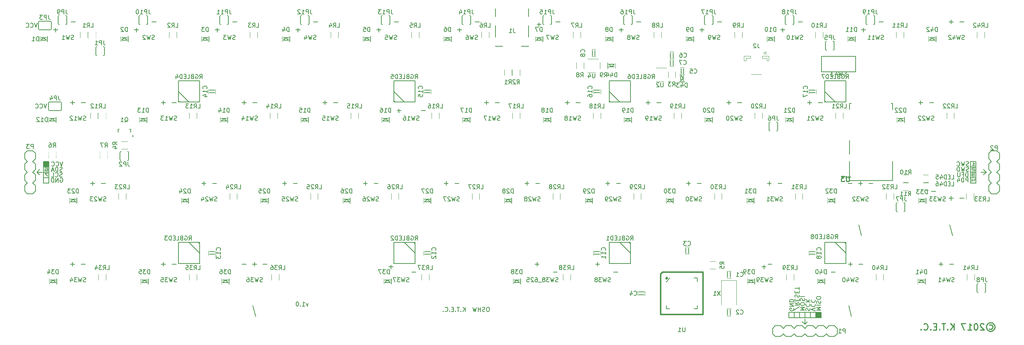
<source format=gbr>
G04 #@! TF.FileFunction,Legend,Bot*
%FSLAX46Y46*%
G04 Gerber Fmt 4.6, Leading zero omitted, Abs format (unit mm)*
G04 Created by KiCad (PCBNEW 4.0.6) date 11/05/17 21:20:18*
%MOMM*%
%LPD*%
G01*
G04 APERTURE LIST*
%ADD10C,0.254000*%
%ADD11C,0.152400*%
%ADD12C,0.127000*%
%ADD13C,0.120000*%
%ADD14C,0.304800*%
%ADD15C,0.340000*%
%ADD16C,0.150000*%
%ADD17C,0.203200*%
%ADD18C,0.200000*%
%ADD19C,0.228600*%
%ADD20C,0.040640*%
G04 APERTURE END LIST*
D10*
D11*
X252272800Y-64122300D02*
X251002800Y-64122300D01*
X252272800Y-65392300D02*
X251002800Y-65392300D01*
X252272800Y-66662300D02*
X251002800Y-66662300D01*
X252272800Y-67932300D02*
X251002800Y-67932300D01*
X252272800Y-69202300D02*
X251002800Y-69202300D01*
X33104666Y-50561119D02*
X32765999Y-51577119D01*
X32427333Y-50561119D01*
X31508095Y-51480357D02*
X31556476Y-51528738D01*
X31701619Y-51577119D01*
X31798381Y-51577119D01*
X31943523Y-51528738D01*
X32040285Y-51431976D01*
X32088666Y-51335214D01*
X32137047Y-51141690D01*
X32137047Y-50996548D01*
X32088666Y-50803024D01*
X32040285Y-50706262D01*
X31943523Y-50609500D01*
X31798381Y-50561119D01*
X31701619Y-50561119D01*
X31556476Y-50609500D01*
X31508095Y-50657881D01*
X30492095Y-51480357D02*
X30540476Y-51528738D01*
X30685619Y-51577119D01*
X30782381Y-51577119D01*
X30927523Y-51528738D01*
X31024285Y-51431976D01*
X31072666Y-51335214D01*
X31121047Y-51141690D01*
X31121047Y-50996548D01*
X31072666Y-50803024D01*
X31024285Y-50706262D01*
X30927523Y-50609500D01*
X30782381Y-50561119D01*
X30685619Y-50561119D01*
X30540476Y-50609500D01*
X30492095Y-50657881D01*
X30882166Y-31511119D02*
X30543499Y-32527119D01*
X30204833Y-31511119D01*
X29285595Y-32430357D02*
X29333976Y-32478738D01*
X29479119Y-32527119D01*
X29575881Y-32527119D01*
X29721023Y-32478738D01*
X29817785Y-32381976D01*
X29866166Y-32285214D01*
X29914547Y-32091690D01*
X29914547Y-31946548D01*
X29866166Y-31753024D01*
X29817785Y-31656262D01*
X29721023Y-31559500D01*
X29575881Y-31511119D01*
X29479119Y-31511119D01*
X29333976Y-31559500D01*
X29285595Y-31607881D01*
X28269595Y-32430357D02*
X28317976Y-32478738D01*
X28463119Y-32527119D01*
X28559881Y-32527119D01*
X28705023Y-32478738D01*
X28801785Y-32381976D01*
X28850166Y-32285214D01*
X28898547Y-32091690D01*
X28898547Y-31946548D01*
X28850166Y-31753024D01*
X28801785Y-31656262D01*
X28705023Y-31559500D01*
X28559881Y-31511119D01*
X28463119Y-31511119D01*
X28317976Y-31559500D01*
X28269595Y-31607881D01*
X131810881Y-99519619D02*
X131810881Y-98503619D01*
X131230310Y-99519619D02*
X131665738Y-98939048D01*
X131230310Y-98503619D02*
X131810881Y-99084190D01*
X130794881Y-99422857D02*
X130746500Y-99471238D01*
X130794881Y-99519619D01*
X130843262Y-99471238D01*
X130794881Y-99422857D01*
X130794881Y-99519619D01*
X130456214Y-98503619D02*
X129875643Y-98503619D01*
X130165928Y-99519619D02*
X130165928Y-98503619D01*
X129536976Y-99422857D02*
X129488595Y-99471238D01*
X129536976Y-99519619D01*
X129585357Y-99471238D01*
X129536976Y-99422857D01*
X129536976Y-99519619D01*
X129053166Y-98987429D02*
X128714500Y-98987429D01*
X128569357Y-99519619D02*
X129053166Y-99519619D01*
X129053166Y-98503619D01*
X128569357Y-98503619D01*
X128133928Y-99422857D02*
X128085547Y-99471238D01*
X128133928Y-99519619D01*
X128182309Y-99471238D01*
X128133928Y-99422857D01*
X128133928Y-99519619D01*
X127069547Y-99422857D02*
X127117928Y-99471238D01*
X127263071Y-99519619D01*
X127359833Y-99519619D01*
X127504975Y-99471238D01*
X127601737Y-99374476D01*
X127650118Y-99277714D01*
X127698499Y-99084190D01*
X127698499Y-98939048D01*
X127650118Y-98745524D01*
X127601737Y-98648762D01*
X127504975Y-98552000D01*
X127359833Y-98503619D01*
X127263071Y-98503619D01*
X127117928Y-98552000D01*
X127069547Y-98600381D01*
X126634118Y-99422857D02*
X126585737Y-99471238D01*
X126634118Y-99519619D01*
X126682499Y-99471238D01*
X126634118Y-99422857D01*
X126634118Y-99519619D01*
X137265833Y-98503619D02*
X137072310Y-98503619D01*
X136975548Y-98552000D01*
X136878786Y-98648762D01*
X136830405Y-98842286D01*
X136830405Y-99180952D01*
X136878786Y-99374476D01*
X136975548Y-99471238D01*
X137072310Y-99519619D01*
X137265833Y-99519619D01*
X137362595Y-99471238D01*
X137459357Y-99374476D01*
X137507738Y-99180952D01*
X137507738Y-98842286D01*
X137459357Y-98648762D01*
X137362595Y-98552000D01*
X137265833Y-98503619D01*
X136443357Y-99471238D02*
X136298214Y-99519619D01*
X136056310Y-99519619D01*
X135959548Y-99471238D01*
X135911167Y-99422857D01*
X135862786Y-99326095D01*
X135862786Y-99229333D01*
X135911167Y-99132571D01*
X135959548Y-99084190D01*
X136056310Y-99035810D01*
X136249833Y-98987429D01*
X136346595Y-98939048D01*
X136394976Y-98890667D01*
X136443357Y-98793905D01*
X136443357Y-98697143D01*
X136394976Y-98600381D01*
X136346595Y-98552000D01*
X136249833Y-98503619D01*
X136007929Y-98503619D01*
X135862786Y-98552000D01*
X135427357Y-99519619D02*
X135427357Y-98503619D01*
X135427357Y-98987429D02*
X134846786Y-98987429D01*
X134846786Y-99519619D02*
X134846786Y-98503619D01*
X134459738Y-98503619D02*
X134217833Y-99519619D01*
X134024310Y-98793905D01*
X133830786Y-99519619D01*
X133588881Y-98503619D01*
X254685800Y-66662300D02*
X253415800Y-66662300D01*
X254685800Y-66662300D02*
X254050800Y-67297300D01*
X254685800Y-66662300D02*
X254050800Y-66027300D01*
X30797500Y-66675000D02*
X32067500Y-66675000D01*
X30797500Y-66675000D02*
X31432500Y-67310000D01*
X30797500Y-66675000D02*
X31432500Y-66040000D01*
X209391250Y-99695000D02*
X209391250Y-100965000D01*
X210661250Y-99695000D02*
X210661250Y-100965000D01*
X211931250Y-99695000D02*
X211931250Y-100965000D01*
X213201250Y-99695000D02*
X213201250Y-100965000D01*
X214471250Y-99695000D02*
X214471250Y-100965000D01*
X208121250Y-99695000D02*
X208121250Y-100965000D01*
X215741250Y-99695000D02*
X208121250Y-99695000D01*
X215741250Y-100965000D02*
X215741250Y-99695000D01*
X208121250Y-100965000D02*
X215741250Y-100965000D01*
X211931250Y-102552500D02*
X212566250Y-101917500D01*
X211931250Y-102552500D02*
X211296250Y-101917500D01*
X211931250Y-102552500D02*
X211931250Y-101282500D01*
X209264250Y-98772738D02*
X209312631Y-98869500D01*
X209312631Y-99014643D01*
X209264250Y-99159785D01*
X209167488Y-99256547D01*
X209070726Y-99304928D01*
X208877202Y-99353309D01*
X208732060Y-99353309D01*
X208538536Y-99304928D01*
X208441774Y-99256547D01*
X208345012Y-99159785D01*
X208296631Y-99014643D01*
X208296631Y-98917881D01*
X208345012Y-98772738D01*
X208393393Y-98724357D01*
X208732060Y-98724357D01*
X208732060Y-98917881D01*
X208296631Y-98288928D02*
X209312631Y-98288928D01*
X208296631Y-97708357D01*
X209312631Y-97708357D01*
X208296631Y-97224547D02*
X209312631Y-97224547D01*
X209312631Y-96982642D01*
X209264250Y-96837500D01*
X209167488Y-96740738D01*
X209070726Y-96692357D01*
X208877202Y-96643976D01*
X208732060Y-96643976D01*
X208538536Y-96692357D01*
X208441774Y-96740738D01*
X208345012Y-96837500D01*
X208296631Y-96982642D01*
X208296631Y-97224547D01*
X210631012Y-98382666D02*
X209324726Y-99253523D01*
X209566631Y-97463428D02*
X210050440Y-97802094D01*
X209566631Y-98043999D02*
X210582631Y-98043999D01*
X210582631Y-97656952D01*
X210534250Y-97560190D01*
X210485869Y-97511809D01*
X210389107Y-97463428D01*
X210243964Y-97463428D01*
X210147202Y-97511809D01*
X210098821Y-97560190D01*
X210050440Y-97656952D01*
X210050440Y-98043999D01*
X210098821Y-97027999D02*
X210098821Y-96689333D01*
X209566631Y-96544190D02*
X209566631Y-97027999D01*
X210582631Y-97027999D01*
X210582631Y-96544190D01*
X209615012Y-96157142D02*
X209566631Y-96011999D01*
X209566631Y-95770095D01*
X209615012Y-95673333D01*
X209663393Y-95624952D01*
X209760155Y-95576571D01*
X209856917Y-95576571D01*
X209953679Y-95624952D01*
X210002060Y-95673333D01*
X210050440Y-95770095D01*
X210098821Y-95963618D01*
X210147202Y-96060380D01*
X210195583Y-96108761D01*
X210292345Y-96157142D01*
X210389107Y-96157142D01*
X210485869Y-96108761D01*
X210534250Y-96060380D01*
X210582631Y-95963618D01*
X210582631Y-95721714D01*
X210534250Y-95576571D01*
X210098821Y-95141142D02*
X210098821Y-94802476D01*
X209566631Y-94657333D02*
X209566631Y-95141142D01*
X210582631Y-95141142D01*
X210582631Y-94657333D01*
X210582631Y-94367047D02*
X210582631Y-93786476D01*
X209566631Y-94076761D02*
X210582631Y-94076761D01*
X210836631Y-99208166D02*
X211852631Y-99208166D01*
X211126917Y-98869500D01*
X211852631Y-98530833D01*
X210836631Y-98530833D01*
X211852631Y-97853499D02*
X211852631Y-97659976D01*
X211804250Y-97563214D01*
X211707488Y-97466452D01*
X211513964Y-97418071D01*
X211175298Y-97418071D01*
X210981774Y-97466452D01*
X210885012Y-97563214D01*
X210836631Y-97659976D01*
X210836631Y-97853499D01*
X210885012Y-97950261D01*
X210981774Y-98047023D01*
X211175298Y-98095404D01*
X211513964Y-98095404D01*
X211707488Y-98047023D01*
X211804250Y-97950261D01*
X211852631Y-97853499D01*
X210885012Y-97031023D02*
X210836631Y-96885880D01*
X210836631Y-96643976D01*
X210885012Y-96547214D01*
X210933393Y-96498833D01*
X211030155Y-96450452D01*
X211126917Y-96450452D01*
X211223679Y-96498833D01*
X211272060Y-96547214D01*
X211320440Y-96643976D01*
X211368821Y-96837499D01*
X211417202Y-96934261D01*
X211465583Y-96982642D01*
X211562345Y-97031023D01*
X211659107Y-97031023D01*
X211755869Y-96982642D01*
X211804250Y-96934261D01*
X211852631Y-96837499D01*
X211852631Y-96595595D01*
X211804250Y-96450452D01*
X210836631Y-96015023D02*
X211852631Y-96015023D01*
X212155012Y-99304928D02*
X212106631Y-99159785D01*
X212106631Y-98917881D01*
X212155012Y-98821119D01*
X212203393Y-98772738D01*
X212300155Y-98724357D01*
X212396917Y-98724357D01*
X212493679Y-98772738D01*
X212542060Y-98821119D01*
X212590440Y-98917881D01*
X212638821Y-99111404D01*
X212687202Y-99208166D01*
X212735583Y-99256547D01*
X212832345Y-99304928D01*
X212929107Y-99304928D01*
X213025869Y-99256547D01*
X213074250Y-99208166D01*
X213122631Y-99111404D01*
X213122631Y-98869500D01*
X213074250Y-98724357D01*
X212203393Y-97708357D02*
X212155012Y-97756738D01*
X212106631Y-97901881D01*
X212106631Y-97998643D01*
X212155012Y-98143785D01*
X212251774Y-98240547D01*
X212348536Y-98288928D01*
X212542060Y-98337309D01*
X212687202Y-98337309D01*
X212880726Y-98288928D01*
X212977488Y-98240547D01*
X213074250Y-98143785D01*
X213122631Y-97998643D01*
X213122631Y-97901881D01*
X213074250Y-97756738D01*
X213025869Y-97708357D01*
X212106631Y-97272928D02*
X213122631Y-97272928D01*
X212106631Y-96692357D02*
X212687202Y-97127785D01*
X213122631Y-96692357D02*
X212542060Y-97272928D01*
X214392631Y-99353309D02*
X213376631Y-99014642D01*
X214392631Y-98675976D01*
X213473393Y-97756738D02*
X213425012Y-97805119D01*
X213376631Y-97950262D01*
X213376631Y-98047024D01*
X213425012Y-98192166D01*
X213521774Y-98288928D01*
X213618536Y-98337309D01*
X213812060Y-98385690D01*
X213957202Y-98385690D01*
X214150726Y-98337309D01*
X214247488Y-98288928D01*
X214344250Y-98192166D01*
X214392631Y-98047024D01*
X214392631Y-97950262D01*
X214344250Y-97805119D01*
X214295869Y-97756738D01*
X213473393Y-96740738D02*
X213425012Y-96789119D01*
X213376631Y-96934262D01*
X213376631Y-97031024D01*
X213425012Y-97176166D01*
X213521774Y-97272928D01*
X213618536Y-97321309D01*
X213812060Y-97369690D01*
X213957202Y-97369690D01*
X214150726Y-97321309D01*
X214247488Y-97272928D01*
X214344250Y-97176166D01*
X214392631Y-97031024D01*
X214392631Y-96934262D01*
X214344250Y-96789119D01*
X214295869Y-96740738D01*
X214646631Y-99208166D02*
X215662631Y-99208166D01*
X214936917Y-98869500D01*
X215662631Y-98530833D01*
X214646631Y-98530833D01*
X214646631Y-98047023D02*
X215662631Y-98047023D01*
X214695012Y-97611594D02*
X214646631Y-97466451D01*
X214646631Y-97224547D01*
X214695012Y-97127785D01*
X214743393Y-97079404D01*
X214840155Y-97031023D01*
X214936917Y-97031023D01*
X215033679Y-97079404D01*
X215082060Y-97127785D01*
X215130440Y-97224547D01*
X215178821Y-97418070D01*
X215227202Y-97514832D01*
X215275583Y-97563213D01*
X215372345Y-97611594D01*
X215469107Y-97611594D01*
X215565869Y-97563213D01*
X215614250Y-97514832D01*
X215662631Y-97418070D01*
X215662631Y-97176166D01*
X215614250Y-97031023D01*
X215662631Y-96402070D02*
X215662631Y-96208547D01*
X215614250Y-96111785D01*
X215517488Y-96015023D01*
X215323964Y-95966642D01*
X214985298Y-95966642D01*
X214791774Y-96015023D01*
X214695012Y-96111785D01*
X214646631Y-96208547D01*
X214646631Y-96402070D01*
X214695012Y-96498832D01*
X214791774Y-96595594D01*
X214985298Y-96643975D01*
X215323964Y-96643975D01*
X215517488Y-96595594D01*
X215614250Y-96498832D01*
X215662631Y-96402070D01*
X251942600Y-64757300D02*
X251625100Y-64439800D01*
X251320300Y-68249800D02*
X251320300Y-68884800D01*
X251955300Y-68567300D02*
X251320300Y-68567300D01*
X251955300Y-68249800D02*
X251955300Y-68567300D01*
X251320300Y-67297300D02*
X251955300Y-67297300D01*
X251320300Y-67614800D02*
X251955300Y-67614800D01*
X251320300Y-66979800D02*
X251320300Y-67614800D01*
X251955300Y-66979800D02*
X251320300Y-66979800D01*
X251955300Y-66344800D02*
X251320300Y-66344800D01*
X251955300Y-66027300D02*
X251955300Y-66344800D01*
X251320300Y-66027300D02*
X251955300Y-66027300D01*
X251320300Y-65709800D02*
X251320300Y-66027300D01*
X251320300Y-65709800D02*
X251320300Y-66027300D01*
X251955300Y-65709800D02*
X251320300Y-65709800D01*
X251942600Y-65074800D02*
X251307600Y-65074800D01*
X251625100Y-64439800D02*
X251625100Y-65074800D01*
X252272800Y-69202300D02*
X252272800Y-64122300D01*
X251002800Y-64122300D02*
X251002800Y-69202300D01*
X32702500Y-66992500D02*
X33337500Y-67627500D01*
X33337500Y-66992500D02*
X32702500Y-66992500D01*
X32702500Y-66040000D02*
X33337500Y-66040000D01*
X32702500Y-66357500D02*
X32702500Y-66040000D01*
X33337500Y-66357500D02*
X32702500Y-66357500D01*
X33337500Y-65722500D02*
X33337500Y-66357500D01*
X32702500Y-65722500D02*
X33337500Y-65722500D01*
X250413157Y-69026919D02*
X250413157Y-68010919D01*
X250026110Y-68010919D01*
X249929348Y-68059300D01*
X249880967Y-68107681D01*
X249832586Y-68204443D01*
X249832586Y-68349586D01*
X249880967Y-68446348D01*
X249929348Y-68494729D01*
X250026110Y-68543110D01*
X250413157Y-68543110D01*
X249397157Y-69026919D02*
X249397157Y-68010919D01*
X249155252Y-68010919D01*
X249010110Y-68059300D01*
X248913348Y-68156062D01*
X248864967Y-68252824D01*
X248816586Y-68446348D01*
X248816586Y-68591490D01*
X248864967Y-68785014D01*
X248913348Y-68881776D01*
X249010110Y-68978538D01*
X249155252Y-69026919D01*
X249397157Y-69026919D01*
X247945729Y-68349586D02*
X247945729Y-69026919D01*
X248187633Y-67962538D02*
X248429538Y-68688252D01*
X247800586Y-68688252D01*
X250388966Y-67756919D02*
X250388966Y-66740919D01*
X250147061Y-66740919D01*
X250001919Y-66789300D01*
X249905157Y-66886062D01*
X249856776Y-66982824D01*
X249808395Y-67176348D01*
X249808395Y-67321490D01*
X249856776Y-67515014D01*
X249905157Y-67611776D01*
X250001919Y-67708538D01*
X250147061Y-67756919D01*
X250388966Y-67756919D01*
X249034300Y-67224729D02*
X249372966Y-67224729D01*
X249372966Y-67756919D02*
X249372966Y-66740919D01*
X248889157Y-66740919D01*
X248502109Y-66740919D02*
X248502109Y-67563395D01*
X248453728Y-67660157D01*
X248405347Y-67708538D01*
X248308585Y-67756919D01*
X248115062Y-67756919D01*
X248018300Y-67708538D01*
X247969919Y-67660157D01*
X247921538Y-67563395D01*
X247921538Y-66740919D01*
X32385000Y-65405000D02*
X33655000Y-65405000D01*
X32385000Y-64135000D02*
X33655000Y-64135000D01*
X33655000Y-69215000D02*
X33655000Y-64135000D01*
X32385000Y-64135000D02*
X32385000Y-69215000D01*
X250534109Y-66438538D02*
X250388966Y-66486919D01*
X250147062Y-66486919D01*
X250050300Y-66438538D01*
X250001919Y-66390157D01*
X249953538Y-66293395D01*
X249953538Y-66196633D01*
X250001919Y-66099871D01*
X250050300Y-66051490D01*
X250147062Y-66003110D01*
X250340585Y-65954729D01*
X250437347Y-65906348D01*
X250485728Y-65857967D01*
X250534109Y-65761205D01*
X250534109Y-65664443D01*
X250485728Y-65567681D01*
X250437347Y-65519300D01*
X250340585Y-65470919D01*
X250098681Y-65470919D01*
X249953538Y-65519300D01*
X249614871Y-65470919D02*
X249372966Y-66486919D01*
X249179443Y-65761205D01*
X248985919Y-66486919D01*
X248744014Y-65470919D01*
X248356966Y-66486919D02*
X248356966Y-65470919D01*
X248115061Y-65470919D01*
X247969919Y-65519300D01*
X247873157Y-65616062D01*
X247824776Y-65712824D01*
X247776395Y-65906348D01*
X247776395Y-66051490D01*
X247824776Y-66245014D01*
X247873157Y-66341776D01*
X247969919Y-66438538D01*
X248115061Y-66486919D01*
X248356966Y-66486919D01*
X250534109Y-65168538D02*
X250388966Y-65216919D01*
X250147062Y-65216919D01*
X250050300Y-65168538D01*
X250001919Y-65120157D01*
X249953538Y-65023395D01*
X249953538Y-64926633D01*
X250001919Y-64829871D01*
X250050300Y-64781490D01*
X250147062Y-64733110D01*
X250340585Y-64684729D01*
X250437347Y-64636348D01*
X250485728Y-64587967D01*
X250534109Y-64491205D01*
X250534109Y-64394443D01*
X250485728Y-64297681D01*
X250437347Y-64249300D01*
X250340585Y-64200919D01*
X250098681Y-64200919D01*
X249953538Y-64249300D01*
X249614871Y-64200919D02*
X249372966Y-65216919D01*
X249179443Y-64491205D01*
X248985919Y-65216919D01*
X248744014Y-64200919D01*
X247776395Y-65120157D02*
X247824776Y-65168538D01*
X247969919Y-65216919D01*
X248066681Y-65216919D01*
X248211823Y-65168538D01*
X248308585Y-65071776D01*
X248356966Y-64975014D01*
X248405347Y-64781490D01*
X248405347Y-64636348D01*
X248356966Y-64442824D01*
X248308585Y-64346062D01*
X248211823Y-64249300D01*
X248066681Y-64200919D01*
X247969919Y-64200919D01*
X247824776Y-64249300D01*
X247776395Y-64297681D01*
X36334095Y-68072000D02*
X36430857Y-68023619D01*
X36576000Y-68023619D01*
X36721142Y-68072000D01*
X36817904Y-68168762D01*
X36866285Y-68265524D01*
X36914666Y-68459048D01*
X36914666Y-68604190D01*
X36866285Y-68797714D01*
X36817904Y-68894476D01*
X36721142Y-68991238D01*
X36576000Y-69039619D01*
X36479238Y-69039619D01*
X36334095Y-68991238D01*
X36285714Y-68942857D01*
X36285714Y-68604190D01*
X36479238Y-68604190D01*
X35850285Y-69039619D02*
X35850285Y-68023619D01*
X35269714Y-69039619D01*
X35269714Y-68023619D01*
X34785904Y-69039619D02*
X34785904Y-68023619D01*
X34543999Y-68023619D01*
X34398857Y-68072000D01*
X34302095Y-68168762D01*
X34253714Y-68265524D01*
X34205333Y-68459048D01*
X34205333Y-68604190D01*
X34253714Y-68797714D01*
X34302095Y-68894476D01*
X34398857Y-68991238D01*
X34543999Y-69039619D01*
X34785904Y-69039619D01*
X36769523Y-67721238D02*
X36624380Y-67769619D01*
X36382476Y-67769619D01*
X36285714Y-67721238D01*
X36237333Y-67672857D01*
X36188952Y-67576095D01*
X36188952Y-67479333D01*
X36237333Y-67382571D01*
X36285714Y-67334190D01*
X36382476Y-67285810D01*
X36575999Y-67237429D01*
X36672761Y-67189048D01*
X36721142Y-67140667D01*
X36769523Y-67043905D01*
X36769523Y-66947143D01*
X36721142Y-66850381D01*
X36672761Y-66802000D01*
X36575999Y-66753619D01*
X36334095Y-66753619D01*
X36188952Y-66802000D01*
X35172952Y-67672857D02*
X35221333Y-67721238D01*
X35366476Y-67769619D01*
X35463238Y-67769619D01*
X35608380Y-67721238D01*
X35705142Y-67624476D01*
X35753523Y-67527714D01*
X35801904Y-67334190D01*
X35801904Y-67189048D01*
X35753523Y-66995524D01*
X35705142Y-66898762D01*
X35608380Y-66802000D01*
X35463238Y-66753619D01*
X35366476Y-66753619D01*
X35221333Y-66802000D01*
X35172952Y-66850381D01*
X34253714Y-67769619D02*
X34737523Y-67769619D01*
X34737523Y-66753619D01*
X36793714Y-66451238D02*
X36648571Y-66499619D01*
X36406667Y-66499619D01*
X36309905Y-66451238D01*
X36261524Y-66402857D01*
X36213143Y-66306095D01*
X36213143Y-66209333D01*
X36261524Y-66112571D01*
X36309905Y-66064190D01*
X36406667Y-66015810D01*
X36600190Y-65967429D01*
X36696952Y-65919048D01*
X36745333Y-65870667D01*
X36793714Y-65773905D01*
X36793714Y-65677143D01*
X36745333Y-65580381D01*
X36696952Y-65532000D01*
X36600190Y-65483619D01*
X36358286Y-65483619D01*
X36213143Y-65532000D01*
X35777714Y-66499619D02*
X35777714Y-65483619D01*
X35535809Y-65483619D01*
X35390667Y-65532000D01*
X35293905Y-65628762D01*
X35245524Y-65725524D01*
X35197143Y-65919048D01*
X35197143Y-66064190D01*
X35245524Y-66257714D01*
X35293905Y-66354476D01*
X35390667Y-66451238D01*
X35535809Y-66499619D01*
X35777714Y-66499619D01*
X34810095Y-66209333D02*
X34326286Y-66209333D01*
X34906857Y-66499619D02*
X34568190Y-65483619D01*
X34229524Y-66499619D01*
X32385000Y-69215000D02*
X33655000Y-69215000D01*
X32385000Y-67945000D02*
X33655000Y-67945000D01*
X32385000Y-66675000D02*
X33655000Y-66675000D01*
X36914666Y-64213619D02*
X36575999Y-65229619D01*
X36237333Y-64213619D01*
X35318095Y-65132857D02*
X35366476Y-65181238D01*
X35511619Y-65229619D01*
X35608381Y-65229619D01*
X35753523Y-65181238D01*
X35850285Y-65084476D01*
X35898666Y-64987714D01*
X35947047Y-64794190D01*
X35947047Y-64649048D01*
X35898666Y-64455524D01*
X35850285Y-64358762D01*
X35753523Y-64262000D01*
X35608381Y-64213619D01*
X35511619Y-64213619D01*
X35366476Y-64262000D01*
X35318095Y-64310381D01*
X34302095Y-65132857D02*
X34350476Y-65181238D01*
X34495619Y-65229619D01*
X34592381Y-65229619D01*
X34737523Y-65181238D01*
X34834285Y-65084476D01*
X34882666Y-64987714D01*
X34931047Y-64794190D01*
X34931047Y-64649048D01*
X34882666Y-64455524D01*
X34834285Y-64358762D01*
X34737523Y-64262000D01*
X34592381Y-64213619D01*
X34495619Y-64213619D01*
X34350476Y-64262000D01*
X34302095Y-64310381D01*
X94787357Y-97572286D02*
X94545452Y-98249619D01*
X94303548Y-97572286D01*
X93384310Y-98249619D02*
X93964881Y-98249619D01*
X93674595Y-98249619D02*
X93674595Y-97233619D01*
X93771357Y-97378762D01*
X93868119Y-97475524D01*
X93964881Y-97523905D01*
X92948881Y-98152857D02*
X92900500Y-98201238D01*
X92948881Y-98249619D01*
X92997262Y-98201238D01*
X92948881Y-98152857D01*
X92948881Y-98249619D01*
X92271547Y-97233619D02*
X92174786Y-97233619D01*
X92078024Y-97282000D01*
X92029643Y-97330381D01*
X91981262Y-97427143D01*
X91932881Y-97620667D01*
X91932881Y-97862571D01*
X91981262Y-98056095D01*
X92029643Y-98152857D01*
X92078024Y-98201238D01*
X92174786Y-98249619D01*
X92271547Y-98249619D01*
X92368309Y-98201238D01*
X92416690Y-98152857D01*
X92465071Y-98056095D01*
X92513452Y-97862571D01*
X92513452Y-97620667D01*
X92465071Y-97427143D01*
X92416690Y-97330381D01*
X92368309Y-97282000D01*
X92271547Y-97233619D01*
D10*
X255406072Y-102715786D02*
X255551214Y-102643214D01*
X255841500Y-102643214D01*
X255986643Y-102715786D01*
X256131786Y-102860929D01*
X256204357Y-103006071D01*
X256204357Y-103296357D01*
X256131786Y-103441500D01*
X255986643Y-103586643D01*
X255841500Y-103659214D01*
X255551214Y-103659214D01*
X255406072Y-103586643D01*
X255696357Y-102135214D02*
X256059214Y-102207786D01*
X256422072Y-102425500D01*
X256639786Y-102788357D01*
X256712357Y-103151214D01*
X256639786Y-103514071D01*
X256422072Y-103876929D01*
X256059214Y-104094643D01*
X255696357Y-104167214D01*
X255333500Y-104094643D01*
X254970643Y-103876929D01*
X254752929Y-103514071D01*
X254680357Y-103151214D01*
X254752929Y-102788357D01*
X254970643Y-102425500D01*
X255333500Y-102207786D01*
X255696357Y-102135214D01*
X254099786Y-102498071D02*
X254027215Y-102425500D01*
X253882072Y-102352929D01*
X253519215Y-102352929D01*
X253374072Y-102425500D01*
X253301501Y-102498071D01*
X253228929Y-102643214D01*
X253228929Y-102788357D01*
X253301501Y-103006071D01*
X254172358Y-103876929D01*
X253228929Y-103876929D01*
X252285500Y-102352929D02*
X252140357Y-102352929D01*
X251995214Y-102425500D01*
X251922643Y-102498071D01*
X251850072Y-102643214D01*
X251777500Y-102933500D01*
X251777500Y-103296357D01*
X251850072Y-103586643D01*
X251922643Y-103731786D01*
X251995214Y-103804357D01*
X252140357Y-103876929D01*
X252285500Y-103876929D01*
X252430643Y-103804357D01*
X252503214Y-103731786D01*
X252575786Y-103586643D01*
X252648357Y-103296357D01*
X252648357Y-102933500D01*
X252575786Y-102643214D01*
X252503214Y-102498071D01*
X252430643Y-102425500D01*
X252285500Y-102352929D01*
X250326071Y-103876929D02*
X251196928Y-103876929D01*
X250761500Y-103876929D02*
X250761500Y-102352929D01*
X250906643Y-102570643D01*
X251051785Y-102715786D01*
X251196928Y-102788357D01*
X249818071Y-102352929D02*
X248802071Y-102352929D01*
X249455214Y-103876929D01*
X247060356Y-103876929D02*
X247060356Y-102352929D01*
X246189499Y-103876929D02*
X246842642Y-103006071D01*
X246189499Y-102352929D02*
X247060356Y-103223786D01*
X245536356Y-103731786D02*
X245463784Y-103804357D01*
X245536356Y-103876929D01*
X245608927Y-103804357D01*
X245536356Y-103731786D01*
X245536356Y-103876929D01*
X245028356Y-102352929D02*
X244157499Y-102352929D01*
X244592928Y-103876929D02*
X244592928Y-102352929D01*
X243649499Y-103731786D02*
X243576927Y-103804357D01*
X243649499Y-103876929D01*
X243722070Y-103804357D01*
X243649499Y-103731786D01*
X243649499Y-103876929D01*
X242923785Y-103078643D02*
X242415785Y-103078643D01*
X242198071Y-103876929D02*
X242923785Y-103876929D01*
X242923785Y-102352929D01*
X242198071Y-102352929D01*
X241544928Y-103731786D02*
X241472356Y-103804357D01*
X241544928Y-103876929D01*
X241617499Y-103804357D01*
X241544928Y-103731786D01*
X241544928Y-103876929D01*
X239948357Y-103731786D02*
X240020928Y-103804357D01*
X240238642Y-103876929D01*
X240383785Y-103876929D01*
X240601500Y-103804357D01*
X240746642Y-103659214D01*
X240819214Y-103514071D01*
X240891785Y-103223786D01*
X240891785Y-103006071D01*
X240819214Y-102715786D01*
X240746642Y-102570643D01*
X240601500Y-102425500D01*
X240383785Y-102352929D01*
X240238642Y-102352929D01*
X240020928Y-102425500D01*
X239948357Y-102498071D01*
X239295214Y-103731786D02*
X239222642Y-103804357D01*
X239295214Y-103876929D01*
X239367785Y-103804357D01*
X239295214Y-103731786D01*
X239295214Y-103876929D01*
D12*
X180848000Y-41465500D02*
X180848000Y-40195500D01*
X180213000Y-41465500D02*
X180213000Y-40195500D01*
D13*
X181030500Y-41680500D02*
X180030500Y-41680500D01*
X180030500Y-39980500D02*
X181030500Y-39980500D01*
X192192500Y-97950000D02*
X192192500Y-92200000D01*
X192192500Y-92200000D02*
X195792500Y-92200000D01*
X195792500Y-92200000D02*
X195792500Y-97950000D01*
D14*
X177876200Y-100253800D02*
X187883800Y-100253800D01*
X187883800Y-100253800D02*
X187883800Y-90246200D01*
X178358800Y-90246200D02*
X187883800Y-90246200D01*
X177876200Y-90728800D02*
X177876200Y-100253800D01*
X178358800Y-90246200D02*
X177876200Y-90728800D01*
D15*
X179465505Y-91668600D02*
G75*
G03X179465505Y-91668600I-179605J0D01*
G01*
D16*
X179285900Y-92494100D02*
X180047900Y-91668600D01*
X179266000Y-98876700D02*
X179266000Y-98101700D01*
X186516000Y-98876700D02*
X186516000Y-98101700D01*
X186516000Y-91626700D02*
X186516000Y-92401700D01*
X186516000Y-98876700D02*
X185741000Y-98876700D01*
X186516000Y-91626700D02*
X185741000Y-91626700D01*
X179266000Y-98876700D02*
X180041000Y-98876700D01*
D11*
X33972500Y-31051500D02*
X31432500Y-31051500D01*
X34226500Y-32829500D02*
G75*
G02X33972500Y-33083500I-254000J0D01*
G01*
X31432500Y-33083500D02*
G75*
G02X31178500Y-32829500I0J254000D01*
G01*
X31432500Y-31051500D02*
G75*
G03X31178500Y-31305500I0J-254000D01*
G01*
X34226500Y-31305500D02*
G75*
G03X33972500Y-31051500I-254000J0D01*
G01*
X34226500Y-31305500D02*
X34226500Y-32829500D01*
X31178500Y-31305500D02*
X31178500Y-32829500D01*
X31432500Y-33083500D02*
X33972500Y-33083500D01*
X36353750Y-50101500D02*
X33813750Y-50101500D01*
X36607750Y-51879500D02*
G75*
G02X36353750Y-52133500I-254000J0D01*
G01*
X33813750Y-52133500D02*
G75*
G02X33559750Y-51879500I0J254000D01*
G01*
X33813750Y-50101500D02*
G75*
G03X33559750Y-50355500I0J-254000D01*
G01*
X36607750Y-50355500D02*
G75*
G03X36353750Y-50101500I-254000J0D01*
G01*
X36607750Y-50355500D02*
X36607750Y-51879500D01*
X33559750Y-50355500D02*
X33559750Y-51879500D01*
X33813750Y-52133500D02*
X36353750Y-52133500D01*
D17*
X50419000Y-62039500D02*
X50419000Y-63690500D01*
X52197000Y-61785500D02*
G75*
G02X52451000Y-62039500I0J-254000D01*
G01*
X52451000Y-63690500D02*
G75*
G02X52197000Y-63944500I-254000J0D01*
G01*
X50419000Y-63690500D02*
G75*
G03X50673000Y-63944500I254000J0D01*
G01*
X50673000Y-61785500D02*
G75*
G03X50419000Y-62039500I0J-254000D01*
G01*
X52451000Y-63690500D02*
X52451000Y-62039500D01*
X44704000Y-37274500D02*
X44704000Y-38925500D01*
X46482000Y-37020500D02*
G75*
G02X46736000Y-37274500I0J-254000D01*
G01*
X46736000Y-38925500D02*
G75*
G02X46482000Y-39179500I-254000J0D01*
G01*
X44704000Y-38925500D02*
G75*
G03X44958000Y-39179500I254000J0D01*
G01*
X44958000Y-37020500D02*
G75*
G03X44704000Y-37274500I0J-254000D01*
G01*
X46736000Y-38925500D02*
X46736000Y-37274500D01*
X228346000Y-31623000D02*
X228346000Y-29972000D01*
X226568000Y-31877000D02*
G75*
G02X226314000Y-31623000I0J254000D01*
G01*
X226314000Y-29972000D02*
G75*
G02X226568000Y-29718000I254000J0D01*
G01*
X228346000Y-29972000D02*
G75*
G03X228092000Y-29718000I-254000J0D01*
G01*
X228092000Y-31877000D02*
G75*
G03X228346000Y-31623000I0J254000D01*
G01*
X226314000Y-29972000D02*
X226314000Y-31623000D01*
X190246000Y-31623000D02*
X190246000Y-29972000D01*
X188468000Y-31877000D02*
G75*
G02X188214000Y-31623000I0J254000D01*
G01*
X188214000Y-29972000D02*
G75*
G02X188468000Y-29718000I254000J0D01*
G01*
X190246000Y-29972000D02*
G75*
G03X189992000Y-29718000I-254000J0D01*
G01*
X189992000Y-31877000D02*
G75*
G03X190246000Y-31623000I0J254000D01*
G01*
X188214000Y-29972000D02*
X188214000Y-31623000D01*
X203454000Y-55054500D02*
X203454000Y-56705500D01*
X205232000Y-54800500D02*
G75*
G02X205486000Y-55054500I0J-254000D01*
G01*
X205486000Y-56705500D02*
G75*
G02X205232000Y-56959500I-254000J0D01*
G01*
X203454000Y-56705500D02*
G75*
G03X203708000Y-56959500I254000J0D01*
G01*
X203708000Y-54800500D02*
G75*
G03X203454000Y-55054500I0J-254000D01*
G01*
X205486000Y-56705500D02*
X205486000Y-55054500D01*
X209296000Y-31623000D02*
X209296000Y-29972000D01*
X207518000Y-31877000D02*
G75*
G02X207264000Y-31623000I0J254000D01*
G01*
X207264000Y-29972000D02*
G75*
G02X207518000Y-29718000I254000J0D01*
G01*
X209296000Y-29972000D02*
G75*
G03X209042000Y-29718000I-254000J0D01*
G01*
X209042000Y-31877000D02*
G75*
G03X209296000Y-31623000I0J254000D01*
G01*
X207264000Y-29972000D02*
X207264000Y-31623000D01*
X171196000Y-31623000D02*
X171196000Y-29972000D01*
X169418000Y-31877000D02*
G75*
G02X169164000Y-31623000I0J254000D01*
G01*
X169164000Y-29972000D02*
G75*
G02X169418000Y-29718000I254000J0D01*
G01*
X171196000Y-29972000D02*
G75*
G03X170942000Y-29718000I-254000J0D01*
G01*
X170942000Y-31877000D02*
G75*
G03X171196000Y-31623000I0J254000D01*
G01*
X169164000Y-29972000D02*
X169164000Y-31623000D01*
X152146000Y-31623000D02*
X152146000Y-29972000D01*
X150368000Y-31877000D02*
G75*
G02X150114000Y-31623000I0J254000D01*
G01*
X150114000Y-29972000D02*
G75*
G02X150368000Y-29718000I254000J0D01*
G01*
X152146000Y-29972000D02*
G75*
G03X151892000Y-29718000I-254000J0D01*
G01*
X151892000Y-31877000D02*
G75*
G03X152146000Y-31623000I0J254000D01*
G01*
X150114000Y-29972000D02*
X150114000Y-31623000D01*
X133096000Y-31623000D02*
X133096000Y-29972000D01*
X131318000Y-31877000D02*
G75*
G02X131064000Y-31623000I0J254000D01*
G01*
X131064000Y-29972000D02*
G75*
G02X131318000Y-29718000I254000J0D01*
G01*
X133096000Y-29972000D02*
G75*
G03X132842000Y-29718000I-254000J0D01*
G01*
X132842000Y-31877000D02*
G75*
G03X133096000Y-31623000I0J254000D01*
G01*
X131064000Y-29972000D02*
X131064000Y-31623000D01*
X114046000Y-31623000D02*
X114046000Y-29972000D01*
X112268000Y-31877000D02*
G75*
G02X112014000Y-31623000I0J254000D01*
G01*
X112014000Y-29972000D02*
G75*
G02X112268000Y-29718000I254000J0D01*
G01*
X114046000Y-29972000D02*
G75*
G03X113792000Y-29718000I-254000J0D01*
G01*
X113792000Y-31877000D02*
G75*
G03X114046000Y-31623000I0J254000D01*
G01*
X112014000Y-29972000D02*
X112014000Y-31623000D01*
X94996000Y-31623000D02*
X94996000Y-29972000D01*
X93218000Y-31877000D02*
G75*
G02X92964000Y-31623000I0J254000D01*
G01*
X92964000Y-29972000D02*
G75*
G02X93218000Y-29718000I254000J0D01*
G01*
X94996000Y-29972000D02*
G75*
G03X94742000Y-29718000I-254000J0D01*
G01*
X94742000Y-31877000D02*
G75*
G03X94996000Y-31623000I0J254000D01*
G01*
X92964000Y-29972000D02*
X92964000Y-31623000D01*
X75946000Y-31623000D02*
X75946000Y-29972000D01*
X74168000Y-31877000D02*
G75*
G02X73914000Y-31623000I0J254000D01*
G01*
X73914000Y-29972000D02*
G75*
G02X74168000Y-29718000I254000J0D01*
G01*
X75946000Y-29972000D02*
G75*
G03X75692000Y-29718000I-254000J0D01*
G01*
X75692000Y-31877000D02*
G75*
G03X75946000Y-31623000I0J254000D01*
G01*
X73914000Y-29972000D02*
X73914000Y-31623000D01*
X56896000Y-31623000D02*
X56896000Y-29972000D01*
X55118000Y-31877000D02*
G75*
G02X54864000Y-31623000I0J254000D01*
G01*
X54864000Y-29972000D02*
G75*
G02X55118000Y-29718000I254000J0D01*
G01*
X56896000Y-29972000D02*
G75*
G03X56642000Y-29718000I-254000J0D01*
G01*
X56642000Y-31877000D02*
G75*
G03X56896000Y-31623000I0J254000D01*
G01*
X54864000Y-29972000D02*
X54864000Y-31623000D01*
X37846000Y-31623000D02*
X37846000Y-29972000D01*
X36068000Y-31877000D02*
G75*
G02X35814000Y-31623000I0J254000D01*
G01*
X35814000Y-29972000D02*
G75*
G02X36068000Y-29718000I254000J0D01*
G01*
X37846000Y-29972000D02*
G75*
G03X37592000Y-29718000I-254000J0D01*
G01*
X37592000Y-31877000D02*
G75*
G03X37846000Y-31623000I0J254000D01*
G01*
X35814000Y-29972000D02*
X35814000Y-31623000D01*
X252507750Y-93154500D02*
X252507750Y-94805500D01*
X254285750Y-92900500D02*
G75*
G02X254539750Y-93154500I0J-254000D01*
G01*
X254539750Y-94805500D02*
G75*
G02X254285750Y-95059500I-254000J0D01*
G01*
X252507750Y-94805500D02*
G75*
G03X252761750Y-95059500I254000J0D01*
G01*
X252761750Y-92900500D02*
G75*
G03X252507750Y-93154500I0J-254000D01*
G01*
X254539750Y-94805500D02*
X254539750Y-93154500D01*
X233457750Y-74104500D02*
X233457750Y-75755500D01*
X235235750Y-73850500D02*
G75*
G02X235489750Y-74104500I0J-254000D01*
G01*
X235489750Y-75755500D02*
G75*
G02X235235750Y-76009500I-254000J0D01*
G01*
X233457750Y-75755500D02*
G75*
G03X233711750Y-76009500I254000J0D01*
G01*
X233711750Y-73850500D02*
G75*
G03X233457750Y-74104500I0J-254000D01*
G01*
X235489750Y-75755500D02*
X235489750Y-74104500D01*
X216789000Y-36004500D02*
X216789000Y-37655500D01*
X218567000Y-35750500D02*
G75*
G02X218821000Y-36004500I0J-254000D01*
G01*
X218821000Y-37655500D02*
G75*
G02X218567000Y-37909500I-254000J0D01*
G01*
X216789000Y-37655500D02*
G75*
G03X217043000Y-37909500I254000J0D01*
G01*
X217043000Y-35750500D02*
G75*
G03X216789000Y-36004500I0J-254000D01*
G01*
X218821000Y-37655500D02*
X218821000Y-36004500D01*
D16*
X119975000Y-45125000D02*
X114975000Y-45125000D01*
X119975000Y-50125000D02*
X114975000Y-50125000D01*
X114975000Y-50025000D02*
X115075000Y-50025000D01*
X114975000Y-49825000D02*
X115275000Y-50125000D01*
X114975000Y-47625000D02*
X117475000Y-50125000D01*
X119975000Y-50125000D02*
X119975000Y-45125000D01*
X114975000Y-50125000D02*
X114975000Y-45125000D01*
X165775000Y-88225000D02*
X170775000Y-88225000D01*
X165775000Y-83225000D02*
X170775000Y-83225000D01*
X170775000Y-83325000D02*
X170675000Y-83325000D01*
X170775000Y-83525000D02*
X170475000Y-83225000D01*
X170775000Y-85725000D02*
X168275000Y-83225000D01*
X165775000Y-83225000D02*
X165775000Y-88225000D01*
X170775000Y-83225000D02*
X170775000Y-88225000D01*
X114975000Y-88225000D02*
X119975000Y-88225000D01*
X114975000Y-83225000D02*
X119975000Y-83225000D01*
X119975000Y-83325000D02*
X119875000Y-83325000D01*
X119975000Y-83525000D02*
X119675000Y-83225000D01*
X119975000Y-85725000D02*
X117475000Y-83225000D01*
X114975000Y-83225000D02*
X114975000Y-88225000D01*
X119975000Y-83225000D02*
X119975000Y-88225000D01*
X64175000Y-88225000D02*
X69175000Y-88225000D01*
X64175000Y-83225000D02*
X69175000Y-83225000D01*
X69175000Y-83325000D02*
X69075000Y-83325000D01*
X69175000Y-83525000D02*
X68875000Y-83225000D01*
X69175000Y-85725000D02*
X66675000Y-83225000D01*
X64175000Y-83225000D02*
X64175000Y-88225000D01*
X69175000Y-83225000D02*
X69175000Y-88225000D01*
X69175000Y-45125000D02*
X64175000Y-45125000D01*
X69175000Y-50125000D02*
X64175000Y-50125000D01*
X64175000Y-50025000D02*
X64275000Y-50025000D01*
X64175000Y-49825000D02*
X64475000Y-50125000D01*
X64175000Y-47625000D02*
X66675000Y-50125000D01*
X69175000Y-50125000D02*
X69175000Y-45125000D01*
X64175000Y-50125000D02*
X64175000Y-45125000D01*
X170775000Y-45125000D02*
X165775000Y-45125000D01*
X170775000Y-50125000D02*
X165775000Y-50125000D01*
X165775000Y-50025000D02*
X165875000Y-50025000D01*
X165775000Y-49825000D02*
X166075000Y-50125000D01*
X165775000Y-47625000D02*
X168275000Y-50125000D01*
X170775000Y-50125000D02*
X170775000Y-45125000D01*
X165775000Y-50125000D02*
X165775000Y-45125000D01*
X221575000Y-45125000D02*
X216575000Y-45125000D01*
X221575000Y-50125000D02*
X216575000Y-50125000D01*
X216575000Y-50025000D02*
X216675000Y-50025000D01*
X216575000Y-49825000D02*
X216875000Y-50125000D01*
X216575000Y-47625000D02*
X219075000Y-50125000D01*
X221575000Y-50125000D02*
X221575000Y-45125000D01*
X216575000Y-50125000D02*
X216575000Y-45125000D01*
X216575000Y-88225000D02*
X221575000Y-88225000D01*
X216575000Y-83225000D02*
X221575000Y-83225000D01*
X221575000Y-83325000D02*
X221475000Y-83325000D01*
X221575000Y-83525000D02*
X221275000Y-83225000D01*
X221575000Y-85725000D02*
X219075000Y-83225000D01*
X216575000Y-83225000D02*
X216575000Y-88225000D01*
X221575000Y-83225000D02*
X221575000Y-88225000D01*
D12*
X183832500Y-84455000D02*
X183832500Y-85725000D01*
X184467500Y-84455000D02*
X184467500Y-85725000D01*
D13*
X183650000Y-84240000D02*
X184650000Y-84240000D01*
X184650000Y-85940000D02*
X183650000Y-85940000D01*
D12*
X193675000Y-90170000D02*
X193675000Y-91440000D01*
X194310000Y-90170000D02*
X194310000Y-91440000D01*
D13*
X193492500Y-89955000D02*
X194492500Y-89955000D01*
X194492500Y-91655000D02*
X193492500Y-91655000D01*
D12*
X193675000Y-99060000D02*
X193675000Y-100330000D01*
X194310000Y-99060000D02*
X194310000Y-100330000D01*
D13*
X193492500Y-98845000D02*
X194492500Y-98845000D01*
X194492500Y-100545000D02*
X193492500Y-100545000D01*
D12*
X161798000Y-37909500D02*
X161798000Y-39179500D01*
X162433000Y-37909500D02*
X162433000Y-39179500D01*
D13*
X161615500Y-37694500D02*
X162615500Y-37694500D01*
X162615500Y-39394500D02*
X161615500Y-39394500D01*
D12*
X183324500Y-43497500D02*
X183324500Y-42227500D01*
X182689500Y-43497500D02*
X182689500Y-42227500D01*
D13*
X183507000Y-43712500D02*
X182507000Y-43712500D01*
X182507000Y-42012500D02*
X183507000Y-42012500D01*
D12*
X180848000Y-39751000D02*
X180848000Y-38481000D01*
X180213000Y-39751000D02*
X180213000Y-38481000D01*
D13*
X181030500Y-39966000D02*
X180030500Y-39966000D01*
X180030500Y-38266000D02*
X181030500Y-38266000D01*
D12*
X173990000Y-94932500D02*
X172720000Y-94932500D01*
X173990000Y-95567500D02*
X172720000Y-95567500D01*
D13*
X174205000Y-94750000D02*
X174205000Y-95750000D01*
X172505000Y-95750000D02*
X172505000Y-94750000D01*
D11*
X29845000Y-61595000D02*
X30480000Y-62230000D01*
X30480000Y-62230000D02*
X30480000Y-63500000D01*
X30480000Y-63500000D02*
X29845000Y-64135000D01*
X29845000Y-64135000D02*
X30480000Y-64770000D01*
X30480000Y-64770000D02*
X30480000Y-66040000D01*
X30480000Y-66040000D02*
X29845000Y-66675000D01*
X29845000Y-66675000D02*
X30480000Y-67310000D01*
X30480000Y-67310000D02*
X30480000Y-68580000D01*
X30480000Y-68580000D02*
X29845000Y-69215000D01*
X29845000Y-69215000D02*
X30480000Y-69850000D01*
X30480000Y-69850000D02*
X30480000Y-71120000D01*
X30480000Y-71120000D02*
X29845000Y-71755000D01*
X29845000Y-71755000D02*
X28575000Y-71755000D01*
X28575000Y-71755000D02*
X27940000Y-71120000D01*
X27940000Y-71120000D02*
X27940000Y-69850000D01*
X27940000Y-69850000D02*
X28575000Y-69215000D01*
X28575000Y-69215000D02*
X27940000Y-68580000D01*
X27940000Y-68580000D02*
X27940000Y-67310000D01*
X27940000Y-67310000D02*
X28575000Y-66675000D01*
X28575000Y-66675000D02*
X27940000Y-66040000D01*
X27940000Y-66040000D02*
X27940000Y-64770000D01*
X27940000Y-64770000D02*
X28575000Y-64135000D01*
X28575000Y-64135000D02*
X27940000Y-63500000D01*
X27940000Y-63500000D02*
X27940000Y-62230000D01*
X27940000Y-62230000D02*
X28575000Y-61595000D01*
X28575000Y-61595000D02*
X29845000Y-61595000D01*
X219551250Y-104775000D02*
X218916250Y-105410000D01*
X218916250Y-105410000D02*
X217646250Y-105410000D01*
X217646250Y-105410000D02*
X217011250Y-104775000D01*
X217011250Y-104775000D02*
X216376250Y-105410000D01*
X216376250Y-105410000D02*
X215106250Y-105410000D01*
X215106250Y-105410000D02*
X214471250Y-104775000D01*
X214471250Y-104775000D02*
X213836250Y-105410000D01*
X213836250Y-105410000D02*
X212566250Y-105410000D01*
X212566250Y-105410000D02*
X211931250Y-104775000D01*
X211931250Y-104775000D02*
X211296250Y-105410000D01*
X211296250Y-105410000D02*
X210026250Y-105410000D01*
X210026250Y-105410000D02*
X209391250Y-104775000D01*
X209391250Y-104775000D02*
X208756250Y-105410000D01*
X208756250Y-105410000D02*
X207486250Y-105410000D01*
X207486250Y-105410000D02*
X206851250Y-104775000D01*
X206851250Y-104775000D02*
X206216250Y-105410000D01*
X206216250Y-105410000D02*
X204946250Y-105410000D01*
X204946250Y-105410000D02*
X204311250Y-104775000D01*
X204311250Y-104775000D02*
X204311250Y-103505000D01*
X204311250Y-103505000D02*
X204946250Y-102870000D01*
X204946250Y-102870000D02*
X206216250Y-102870000D01*
X206216250Y-102870000D02*
X206851250Y-103505000D01*
X206851250Y-103505000D02*
X207486250Y-102870000D01*
X207486250Y-102870000D02*
X208756250Y-102870000D01*
X208756250Y-102870000D02*
X209391250Y-103505000D01*
X209391250Y-103505000D02*
X210026250Y-102870000D01*
X210026250Y-102870000D02*
X211296250Y-102870000D01*
X211296250Y-102870000D02*
X211931250Y-103505000D01*
X211931250Y-103505000D02*
X212566250Y-102870000D01*
X212566250Y-102870000D02*
X213836250Y-102870000D01*
X213836250Y-102870000D02*
X214471250Y-103505000D01*
X214471250Y-103505000D02*
X215106250Y-102870000D01*
X215106250Y-102870000D02*
X216376250Y-102870000D01*
X216376250Y-102870000D02*
X217011250Y-103505000D01*
X217011250Y-103505000D02*
X217646250Y-102870000D01*
X217646250Y-102870000D02*
X218916250Y-102870000D01*
X218916250Y-102870000D02*
X219551250Y-103505000D01*
X219551250Y-103505000D02*
X219551250Y-104775000D01*
D17*
X225266250Y-81597500D02*
X224631250Y-79057500D01*
X222885000Y-100647500D02*
X222250000Y-98107500D01*
X246697500Y-81597500D02*
X246062500Y-79057500D01*
X82391250Y-100647500D02*
X81756250Y-98107500D01*
D11*
X138975000Y-36900000D02*
X138975000Y-37000000D01*
X138975000Y-37000000D02*
X140675000Y-37000000D01*
X146775000Y-36900000D02*
X146775000Y-37000000D01*
X146775000Y-37000000D02*
X145075000Y-37000000D01*
X146775000Y-32050000D02*
X146775000Y-34750000D01*
X146775000Y-29950000D02*
X146775000Y-28050000D01*
X138975000Y-29950000D02*
X138975000Y-28050000D01*
D12*
X138975000Y-34750000D02*
X138975000Y-32050000D01*
D18*
X53535000Y-58150000D02*
G75*
G03X53535000Y-58150000I-100000J0D01*
G01*
D11*
X52934820Y-57200800D02*
X52934820Y-56499760D01*
X52934820Y-56499760D02*
X52685900Y-56499760D01*
X50184100Y-56499760D02*
X49935180Y-56499760D01*
X49935180Y-56499760D02*
X49935180Y-57200800D01*
D13*
X42935000Y-34840000D02*
X42935000Y-34940000D01*
X42935000Y-34440000D02*
X42935000Y-34540000D01*
X42935000Y-34040000D02*
X42935000Y-34140000D01*
X42935000Y-33640000D02*
X42935000Y-33740000D01*
X44695000Y-34840000D02*
X44695000Y-34940000D01*
X44695000Y-34440000D02*
X44695000Y-34540000D01*
X44695000Y-34040000D02*
X44695000Y-34140000D01*
X44695000Y-33640000D02*
X44695000Y-33740000D01*
X45316250Y-53890000D02*
X45316250Y-53990000D01*
X45316250Y-53490000D02*
X45316250Y-53590000D01*
X45316250Y-53090000D02*
X45316250Y-53190000D01*
X45316250Y-52690000D02*
X45316250Y-52790000D01*
X47076250Y-53890000D02*
X47076250Y-53990000D01*
X47076250Y-53490000D02*
X47076250Y-53590000D01*
X47076250Y-53090000D02*
X47076250Y-53190000D01*
X47076250Y-52690000D02*
X47076250Y-52790000D01*
X33568750Y-63097500D02*
X33568750Y-63197500D01*
X33568750Y-62697500D02*
X33568750Y-62797500D01*
X33568750Y-62297500D02*
X33568750Y-62397500D01*
X33568750Y-61897500D02*
X33568750Y-61997500D01*
X35328750Y-63097500D02*
X35328750Y-63197500D01*
X35328750Y-62697500D02*
X35328750Y-62797500D01*
X35328750Y-62297500D02*
X35328750Y-62397500D01*
X35328750Y-61897500D02*
X35328750Y-61997500D01*
X45633750Y-63097500D02*
X45633750Y-63197500D01*
X45633750Y-62697500D02*
X45633750Y-62797500D01*
X45633750Y-62297500D02*
X45633750Y-62397500D01*
X45633750Y-61897500D02*
X45633750Y-61997500D01*
X47393750Y-63097500D02*
X47393750Y-63197500D01*
X47393750Y-62697500D02*
X47393750Y-62797500D01*
X47393750Y-62297500D02*
X47393750Y-62397500D01*
X47393750Y-61897500D02*
X47393750Y-61997500D01*
X142947500Y-43880000D02*
X142947500Y-42480000D01*
X144707500Y-43880000D02*
X144707500Y-42480000D01*
X141042500Y-43880000D02*
X141042500Y-42480000D01*
X142802500Y-43880000D02*
X142802500Y-42480000D01*
X254245000Y-33590000D02*
X254245000Y-34990000D01*
X252485000Y-33590000D02*
X252485000Y-34990000D01*
X251863750Y-90740000D02*
X251863750Y-92140000D01*
X250103750Y-90740000D02*
X250103750Y-92140000D01*
X230432500Y-90740000D02*
X230432500Y-92140000D01*
X228672500Y-90740000D02*
X228672500Y-92140000D01*
X209318750Y-90740000D02*
X209318750Y-92140000D01*
X207558750Y-90740000D02*
X207558750Y-92140000D01*
X156613750Y-90740000D02*
X156613750Y-92140000D01*
X154853750Y-90740000D02*
X154853750Y-92140000D01*
X123276250Y-90740000D02*
X123276250Y-92140000D01*
X121516250Y-90740000D02*
X121516250Y-92140000D01*
X87875000Y-90740000D02*
X87875000Y-92140000D01*
X86115000Y-90740000D02*
X86115000Y-92140000D01*
X68507500Y-90740000D02*
X68507500Y-92140000D01*
X66747500Y-90740000D02*
X66747500Y-92140000D01*
X47076250Y-90740000D02*
X47076250Y-92140000D01*
X45316250Y-90740000D02*
X45316250Y-92140000D01*
X251705000Y-71690000D02*
X251705000Y-73090000D01*
X249945000Y-71690000D02*
X249945000Y-73090000D01*
X232813750Y-71690000D02*
X232813750Y-73090000D01*
X231053750Y-71690000D02*
X231053750Y-73090000D01*
X211382500Y-71690000D02*
X211382500Y-73090000D01*
X209622500Y-71690000D02*
X209622500Y-73090000D01*
X192332500Y-71690000D02*
X192332500Y-73090000D01*
X190572500Y-71690000D02*
X190572500Y-73090000D01*
X173282500Y-71690000D02*
X173282500Y-73090000D01*
X171522500Y-71690000D02*
X171522500Y-73090000D01*
X154232500Y-71690000D02*
X154232500Y-73090000D01*
X152472500Y-71690000D02*
X152472500Y-73090000D01*
X135182500Y-71690000D02*
X135182500Y-73090000D01*
X133422500Y-71690000D02*
X133422500Y-73090000D01*
X116132500Y-71690000D02*
X116132500Y-73090000D01*
X114372500Y-71690000D02*
X114372500Y-73090000D01*
X97082500Y-71690000D02*
X97082500Y-73090000D01*
X95322500Y-71690000D02*
X95322500Y-73090000D01*
X78032500Y-71690000D02*
X78032500Y-73090000D01*
X76272500Y-71690000D02*
X76272500Y-73090000D01*
X51838750Y-71690000D02*
X51838750Y-73090000D01*
X50078750Y-71690000D02*
X50078750Y-73090000D01*
X247101250Y-52640000D02*
X247101250Y-54040000D01*
X245341250Y-52640000D02*
X245341250Y-54040000D01*
X220907500Y-52640000D02*
X220907500Y-54040000D01*
X219147500Y-52640000D02*
X219147500Y-54040000D01*
X201857500Y-52640000D02*
X201857500Y-54040000D01*
X200097500Y-52640000D02*
X200097500Y-54040000D01*
X182807500Y-52640000D02*
X182807500Y-54040000D01*
X181047500Y-52640000D02*
X181047500Y-54040000D01*
X163757500Y-52640000D02*
X163757500Y-54040000D01*
X161997500Y-52640000D02*
X161997500Y-54040000D01*
X144707500Y-52640000D02*
X144707500Y-54040000D01*
X142947500Y-52640000D02*
X142947500Y-54040000D01*
X125657500Y-52640000D02*
X125657500Y-54040000D01*
X123897500Y-52640000D02*
X123897500Y-54040000D01*
X106607500Y-52640000D02*
X106607500Y-54040000D01*
X104847500Y-52640000D02*
X104847500Y-54040000D01*
X87557500Y-52640000D02*
X87557500Y-54040000D01*
X85797500Y-52640000D02*
X85797500Y-54040000D01*
X68507500Y-52640000D02*
X68507500Y-54040000D01*
X66747500Y-52640000D02*
X66747500Y-54040000D01*
X45171250Y-52640000D02*
X45171250Y-54040000D01*
X43411250Y-52640000D02*
X43411250Y-54040000D01*
X235195000Y-33590000D02*
X235195000Y-34990000D01*
X233435000Y-33590000D02*
X233435000Y-34990000D01*
X216145000Y-33590000D02*
X216145000Y-34990000D01*
X214385000Y-33590000D02*
X214385000Y-34990000D01*
X197095000Y-33590000D02*
X197095000Y-34990000D01*
X195335000Y-33590000D02*
X195335000Y-34990000D01*
X178045000Y-33590000D02*
X178045000Y-34990000D01*
X176285000Y-33590000D02*
X176285000Y-34990000D01*
X158995000Y-33590000D02*
X158995000Y-34990000D01*
X157235000Y-33590000D02*
X157235000Y-34990000D01*
X137405000Y-33590000D02*
X137405000Y-34990000D01*
X135645000Y-33590000D02*
X135645000Y-34990000D01*
X120895000Y-33590000D02*
X120895000Y-34990000D01*
X119135000Y-33590000D02*
X119135000Y-34990000D01*
X101845000Y-33590000D02*
X101845000Y-34990000D01*
X100085000Y-33590000D02*
X100085000Y-34990000D01*
X82795000Y-33590000D02*
X82795000Y-34990000D01*
X81035000Y-33590000D02*
X81035000Y-34990000D01*
X63745000Y-33590000D02*
X63745000Y-34990000D01*
X61985000Y-33590000D02*
X61985000Y-34990000D01*
X42790000Y-33590000D02*
X42790000Y-34990000D01*
X41030000Y-33590000D02*
X41030000Y-34990000D01*
D12*
X242570000Y-34925000D02*
X241300000Y-34925000D01*
X242570000Y-35560000D02*
X241300000Y-35560000D01*
X241300000Y-35560000D02*
X241935000Y-34925000D01*
X241935000Y-34925000D02*
X242570000Y-35560000D01*
D13*
X241055000Y-34642500D02*
X241055000Y-35842500D01*
D12*
X242815000Y-35842500D02*
X242815000Y-34642500D01*
X240030000Y-92075000D02*
X238760000Y-92075000D01*
X240030000Y-92710000D02*
X238760000Y-92710000D01*
X238760000Y-92710000D02*
X239395000Y-92075000D01*
X239395000Y-92075000D02*
X240030000Y-92710000D01*
D13*
X238515000Y-91792500D02*
X238515000Y-92992500D01*
D12*
X240275000Y-92992500D02*
X240275000Y-91792500D01*
X216376250Y-92075000D02*
X215106250Y-92075000D01*
X216376250Y-92710000D02*
X215106250Y-92710000D01*
X215106250Y-92710000D02*
X215741250Y-92075000D01*
X215741250Y-92075000D02*
X216376250Y-92710000D01*
D13*
X214861250Y-91792500D02*
X214861250Y-92992500D01*
D12*
X216621250Y-92992500D02*
X216621250Y-91792500D01*
X199866250Y-92075000D02*
X198596250Y-92075000D01*
X199866250Y-92710000D02*
X198596250Y-92710000D01*
X198596250Y-92710000D02*
X199231250Y-92075000D01*
X199231250Y-92075000D02*
X199866250Y-92710000D01*
D13*
X198351250Y-91792500D02*
X198351250Y-92992500D01*
D12*
X200111250Y-92992500D02*
X200111250Y-91792500D01*
X144621250Y-92075000D02*
X143351250Y-92075000D01*
X144621250Y-92710000D02*
X143351250Y-92710000D01*
X143351250Y-92710000D02*
X143986250Y-92075000D01*
X143986250Y-92075000D02*
X144621250Y-92710000D01*
D13*
X143106250Y-91792500D02*
X143106250Y-92992500D01*
D12*
X144866250Y-92992500D02*
X144866250Y-91792500D01*
X114141250Y-92075000D02*
X112871250Y-92075000D01*
X114141250Y-92710000D02*
X112871250Y-92710000D01*
X112871250Y-92710000D02*
X113506250Y-92075000D01*
X113506250Y-92075000D02*
X114141250Y-92710000D01*
D13*
X112626250Y-91792500D02*
X112626250Y-92992500D01*
D12*
X114386250Y-92992500D02*
X114386250Y-91792500D01*
X75882500Y-92075000D02*
X74612500Y-92075000D01*
X75882500Y-92710000D02*
X74612500Y-92710000D01*
X74612500Y-92710000D02*
X75247500Y-92075000D01*
X75247500Y-92075000D02*
X75882500Y-92710000D01*
D13*
X74367500Y-91792500D02*
X74367500Y-92992500D01*
D12*
X76127500Y-92992500D02*
X76127500Y-91792500D01*
X56832500Y-92075000D02*
X55562500Y-92075000D01*
X56832500Y-92710000D02*
X55562500Y-92710000D01*
X55562500Y-92710000D02*
X56197500Y-92075000D01*
X56197500Y-92075000D02*
X56832500Y-92710000D01*
D13*
X55317500Y-91792500D02*
X55317500Y-92992500D01*
D12*
X57077500Y-92992500D02*
X57077500Y-91792500D01*
X35242500Y-92075000D02*
X33972500Y-92075000D01*
X35242500Y-92710000D02*
X33972500Y-92710000D01*
X33972500Y-92710000D02*
X34607500Y-92075000D01*
X34607500Y-92075000D02*
X35242500Y-92710000D01*
D13*
X33727500Y-91792500D02*
X33727500Y-92992500D01*
D12*
X35487500Y-92992500D02*
X35487500Y-91792500D01*
X240188750Y-73025000D02*
X238918750Y-73025000D01*
X240188750Y-73660000D02*
X238918750Y-73660000D01*
X238918750Y-73660000D02*
X239553750Y-73025000D01*
X239553750Y-73025000D02*
X240188750Y-73660000D01*
D13*
X238673750Y-72742500D02*
X238673750Y-73942500D01*
D12*
X240433750Y-73942500D02*
X240433750Y-72742500D01*
X218757500Y-73025000D02*
X217487500Y-73025000D01*
X218757500Y-73660000D02*
X217487500Y-73660000D01*
X217487500Y-73660000D02*
X218122500Y-73025000D01*
X218122500Y-73025000D02*
X218757500Y-73660000D01*
D13*
X217242500Y-72742500D02*
X217242500Y-73942500D01*
D12*
X219002500Y-73942500D02*
X219002500Y-72742500D01*
X199707500Y-73025000D02*
X198437500Y-73025000D01*
X199707500Y-73660000D02*
X198437500Y-73660000D01*
X198437500Y-73660000D02*
X199072500Y-73025000D01*
X199072500Y-73025000D02*
X199707500Y-73660000D01*
D13*
X198192500Y-72742500D02*
X198192500Y-73942500D01*
D12*
X199952500Y-73942500D02*
X199952500Y-72742500D01*
X180657500Y-73025000D02*
X179387500Y-73025000D01*
X180657500Y-73660000D02*
X179387500Y-73660000D01*
X179387500Y-73660000D02*
X180022500Y-73025000D01*
X180022500Y-73025000D02*
X180657500Y-73660000D01*
D13*
X179142500Y-72742500D02*
X179142500Y-73942500D01*
D12*
X180902500Y-73942500D02*
X180902500Y-72742500D01*
X161607500Y-73025000D02*
X160337500Y-73025000D01*
X161607500Y-73660000D02*
X160337500Y-73660000D01*
X160337500Y-73660000D02*
X160972500Y-73025000D01*
X160972500Y-73025000D02*
X161607500Y-73660000D01*
D13*
X160092500Y-72742500D02*
X160092500Y-73942500D01*
D12*
X161852500Y-73942500D02*
X161852500Y-72742500D01*
X142557500Y-73025000D02*
X141287500Y-73025000D01*
X142557500Y-73660000D02*
X141287500Y-73660000D01*
X141287500Y-73660000D02*
X141922500Y-73025000D01*
X141922500Y-73025000D02*
X142557500Y-73660000D01*
D13*
X141042500Y-72742500D02*
X141042500Y-73942500D01*
D12*
X142802500Y-73942500D02*
X142802500Y-72742500D01*
X123507500Y-73025000D02*
X122237500Y-73025000D01*
X123507500Y-73660000D02*
X122237500Y-73660000D01*
X122237500Y-73660000D02*
X122872500Y-73025000D01*
X122872500Y-73025000D02*
X123507500Y-73660000D01*
D13*
X121992500Y-72742500D02*
X121992500Y-73942500D01*
D12*
X123752500Y-73942500D02*
X123752500Y-72742500D01*
X104457500Y-73025000D02*
X103187500Y-73025000D01*
X104457500Y-73660000D02*
X103187500Y-73660000D01*
X103187500Y-73660000D02*
X103822500Y-73025000D01*
X103822500Y-73025000D02*
X104457500Y-73660000D01*
D13*
X102942500Y-72742500D02*
X102942500Y-73942500D01*
D12*
X104702500Y-73942500D02*
X104702500Y-72742500D01*
X85090000Y-73025000D02*
X83820000Y-73025000D01*
X85090000Y-73660000D02*
X83820000Y-73660000D01*
X83820000Y-73660000D02*
X84455000Y-73025000D01*
X84455000Y-73025000D02*
X85090000Y-73660000D01*
D13*
X83575000Y-72742500D02*
X83575000Y-73942500D01*
D12*
X85335000Y-73942500D02*
X85335000Y-72742500D01*
X66357500Y-73025000D02*
X65087500Y-73025000D01*
X66357500Y-73660000D02*
X65087500Y-73660000D01*
X65087500Y-73660000D02*
X65722500Y-73025000D01*
X65722500Y-73025000D02*
X66357500Y-73660000D01*
D13*
X64842500Y-72742500D02*
X64842500Y-73942500D01*
D12*
X66602500Y-73942500D02*
X66602500Y-72742500D01*
X40005000Y-73025000D02*
X38735000Y-73025000D01*
X40005000Y-73660000D02*
X38735000Y-73660000D01*
X38735000Y-73660000D02*
X39370000Y-73025000D01*
X39370000Y-73025000D02*
X40005000Y-73660000D01*
D13*
X38490000Y-72742500D02*
X38490000Y-73942500D01*
D12*
X40250000Y-73942500D02*
X40250000Y-72742500D01*
X235108750Y-53975000D02*
X233838750Y-53975000D01*
X235108750Y-54610000D02*
X233838750Y-54610000D01*
X233838750Y-54610000D02*
X234473750Y-53975000D01*
X234473750Y-53975000D02*
X235108750Y-54610000D01*
D13*
X233593750Y-53692500D02*
X233593750Y-54892500D01*
D12*
X235353750Y-54892500D02*
X235353750Y-53692500D01*
X208915000Y-53975000D02*
X207645000Y-53975000D01*
X208915000Y-54610000D02*
X207645000Y-54610000D01*
X207645000Y-54610000D02*
X208280000Y-53975000D01*
X208280000Y-53975000D02*
X208915000Y-54610000D01*
D13*
X207400000Y-53692500D02*
X207400000Y-54892500D01*
D12*
X209160000Y-54892500D02*
X209160000Y-53692500D01*
X189865000Y-53975000D02*
X188595000Y-53975000D01*
X189865000Y-54610000D02*
X188595000Y-54610000D01*
X188595000Y-54610000D02*
X189230000Y-53975000D01*
X189230000Y-53975000D02*
X189865000Y-54610000D01*
D13*
X188350000Y-53692500D02*
X188350000Y-54892500D01*
D12*
X190110000Y-54892500D02*
X190110000Y-53692500D01*
X170815000Y-53975000D02*
X169545000Y-53975000D01*
X170815000Y-54610000D02*
X169545000Y-54610000D01*
X169545000Y-54610000D02*
X170180000Y-53975000D01*
X170180000Y-53975000D02*
X170815000Y-54610000D01*
D13*
X169300000Y-53692500D02*
X169300000Y-54892500D01*
D12*
X171060000Y-54892500D02*
X171060000Y-53692500D01*
X151765000Y-53975000D02*
X150495000Y-53975000D01*
X151765000Y-54610000D02*
X150495000Y-54610000D01*
X150495000Y-54610000D02*
X151130000Y-53975000D01*
X151130000Y-53975000D02*
X151765000Y-54610000D01*
D13*
X150250000Y-53692500D02*
X150250000Y-54892500D01*
D12*
X152010000Y-54892500D02*
X152010000Y-53692500D01*
X132715000Y-53975000D02*
X131445000Y-53975000D01*
X132715000Y-54610000D02*
X131445000Y-54610000D01*
X131445000Y-54610000D02*
X132080000Y-53975000D01*
X132080000Y-53975000D02*
X132715000Y-54610000D01*
D13*
X131200000Y-53692500D02*
X131200000Y-54892500D01*
D12*
X132960000Y-54892500D02*
X132960000Y-53692500D01*
X113665000Y-53975000D02*
X112395000Y-53975000D01*
X113665000Y-54610000D02*
X112395000Y-54610000D01*
X112395000Y-54610000D02*
X113030000Y-53975000D01*
X113030000Y-53975000D02*
X113665000Y-54610000D01*
D13*
X112150000Y-53692500D02*
X112150000Y-54892500D01*
D12*
X113910000Y-54892500D02*
X113910000Y-53692500D01*
X94615000Y-53975000D02*
X93345000Y-53975000D01*
X94615000Y-54610000D02*
X93345000Y-54610000D01*
X93345000Y-54610000D02*
X93980000Y-53975000D01*
X93980000Y-53975000D02*
X94615000Y-54610000D01*
D13*
X93100000Y-53692500D02*
X93100000Y-54892500D01*
D12*
X94860000Y-54892500D02*
X94860000Y-53692500D01*
X75565000Y-53975000D02*
X74295000Y-53975000D01*
X75565000Y-54610000D02*
X74295000Y-54610000D01*
X74295000Y-54610000D02*
X74930000Y-53975000D01*
X74930000Y-53975000D02*
X75565000Y-54610000D01*
D13*
X74050000Y-53692500D02*
X74050000Y-54892500D01*
D12*
X75810000Y-54892500D02*
X75810000Y-53692500D01*
X56515000Y-53975000D02*
X55245000Y-53975000D01*
X56515000Y-54610000D02*
X55245000Y-54610000D01*
X55245000Y-54610000D02*
X55880000Y-53975000D01*
X55880000Y-53975000D02*
X56515000Y-54610000D01*
D13*
X55000000Y-53692500D02*
X55000000Y-54892500D01*
D12*
X56760000Y-54892500D02*
X56760000Y-53692500D01*
X35083750Y-53975000D02*
X33813750Y-53975000D01*
X35083750Y-54610000D02*
X33813750Y-54610000D01*
X33813750Y-54610000D02*
X34448750Y-53975000D01*
X34448750Y-53975000D02*
X35083750Y-54610000D01*
D13*
X33568750Y-53692500D02*
X33568750Y-54892500D01*
D12*
X35328750Y-54892500D02*
X35328750Y-53692500D01*
X223520000Y-34925000D02*
X222250000Y-34925000D01*
X223520000Y-35560000D02*
X222250000Y-35560000D01*
X222250000Y-35560000D02*
X222885000Y-34925000D01*
X222885000Y-34925000D02*
X223520000Y-35560000D01*
D13*
X222005000Y-34642500D02*
X222005000Y-35842500D01*
D12*
X223765000Y-35842500D02*
X223765000Y-34642500D01*
X204470000Y-34925000D02*
X203200000Y-34925000D01*
X204470000Y-35560000D02*
X203200000Y-35560000D01*
X203200000Y-35560000D02*
X203835000Y-34925000D01*
X203835000Y-34925000D02*
X204470000Y-35560000D01*
D13*
X202955000Y-34642500D02*
X202955000Y-35842500D01*
D12*
X204715000Y-35842500D02*
X204715000Y-34642500D01*
X185420000Y-34925000D02*
X184150000Y-34925000D01*
X185420000Y-35560000D02*
X184150000Y-35560000D01*
X184150000Y-35560000D02*
X184785000Y-34925000D01*
X184785000Y-34925000D02*
X185420000Y-35560000D01*
D13*
X183905000Y-34642500D02*
X183905000Y-35842500D01*
D12*
X185665000Y-35842500D02*
X185665000Y-34642500D01*
X166370000Y-34925000D02*
X165100000Y-34925000D01*
X166370000Y-35560000D02*
X165100000Y-35560000D01*
X165100000Y-35560000D02*
X165735000Y-34925000D01*
X165735000Y-34925000D02*
X166370000Y-35560000D01*
D13*
X164855000Y-34642500D02*
X164855000Y-35842500D01*
D12*
X166615000Y-35842500D02*
X166615000Y-34642500D01*
X149860000Y-34925000D02*
X148590000Y-34925000D01*
X149860000Y-35560000D02*
X148590000Y-35560000D01*
X148590000Y-35560000D02*
X149225000Y-34925000D01*
X149225000Y-34925000D02*
X149860000Y-35560000D01*
D13*
X148345000Y-34642500D02*
X148345000Y-35842500D01*
D12*
X150105000Y-35842500D02*
X150105000Y-34642500D01*
X128270000Y-34925000D02*
X127000000Y-34925000D01*
X128270000Y-35560000D02*
X127000000Y-35560000D01*
X127000000Y-35560000D02*
X127635000Y-34925000D01*
X127635000Y-34925000D02*
X128270000Y-35560000D01*
D13*
X126755000Y-34642500D02*
X126755000Y-35842500D01*
D12*
X128515000Y-35842500D02*
X128515000Y-34642500D01*
X109220000Y-34925000D02*
X107950000Y-34925000D01*
X109220000Y-35560000D02*
X107950000Y-35560000D01*
X107950000Y-35560000D02*
X108585000Y-34925000D01*
X108585000Y-34925000D02*
X109220000Y-35560000D01*
D13*
X107705000Y-34642500D02*
X107705000Y-35842500D01*
D12*
X109465000Y-35842500D02*
X109465000Y-34642500D01*
X90170000Y-34925000D02*
X88900000Y-34925000D01*
X90170000Y-35560000D02*
X88900000Y-35560000D01*
X88900000Y-35560000D02*
X89535000Y-34925000D01*
X89535000Y-34925000D02*
X90170000Y-35560000D01*
D13*
X88655000Y-34642500D02*
X88655000Y-35842500D01*
D12*
X90415000Y-35842500D02*
X90415000Y-34642500D01*
X71120000Y-34925000D02*
X69850000Y-34925000D01*
X71120000Y-35560000D02*
X69850000Y-35560000D01*
X69850000Y-35560000D02*
X70485000Y-34925000D01*
X70485000Y-34925000D02*
X71120000Y-35560000D01*
D13*
X69605000Y-34642500D02*
X69605000Y-35842500D01*
D12*
X71365000Y-35842500D02*
X71365000Y-34642500D01*
X52070000Y-34925000D02*
X50800000Y-34925000D01*
X52070000Y-35560000D02*
X50800000Y-35560000D01*
X50800000Y-35560000D02*
X51435000Y-34925000D01*
X51435000Y-34925000D02*
X52070000Y-35560000D01*
D13*
X50555000Y-34642500D02*
X50555000Y-35842500D01*
D12*
X52315000Y-35842500D02*
X52315000Y-34642500D01*
X33020000Y-34925000D02*
X31750000Y-34925000D01*
X33020000Y-35560000D02*
X31750000Y-35560000D01*
X31750000Y-35560000D02*
X32385000Y-34925000D01*
X32385000Y-34925000D02*
X33020000Y-35560000D01*
D13*
X31505000Y-34642500D02*
X31505000Y-35842500D01*
D12*
X33265000Y-35842500D02*
X33265000Y-34642500D01*
X183261000Y-45148500D02*
X183261000Y-43878500D01*
X182626000Y-45148500D02*
X182626000Y-43878500D01*
X182626000Y-43878500D02*
X183261000Y-44513500D01*
X183261000Y-44513500D02*
X182626000Y-45148500D01*
D13*
X183543500Y-43633500D02*
X182343500Y-43633500D01*
D12*
X182343500Y-45393500D02*
X183543500Y-45393500D01*
X165735000Y-41846500D02*
X167005000Y-41846500D01*
X165735000Y-41211500D02*
X167005000Y-41211500D01*
X167005000Y-41211500D02*
X166370000Y-41846500D01*
X166370000Y-41846500D02*
X165735000Y-41211500D01*
D13*
X167250000Y-42129000D02*
X167250000Y-40929000D01*
D12*
X165490000Y-40929000D02*
X165490000Y-42129000D01*
D13*
X201719500Y-43553500D02*
X199219500Y-43553500D01*
X203419500Y-40353500D02*
X203419500Y-39253500D01*
X203419500Y-39253500D02*
X201869500Y-39253500D01*
X201869500Y-39253500D02*
X201869500Y-39753500D01*
X201869500Y-39753500D02*
X202919500Y-39753500D01*
X202919500Y-39753500D02*
X202919500Y-40353500D01*
X202919500Y-40353500D02*
X203419500Y-40353500D01*
X197519500Y-40353500D02*
X197519500Y-39253500D01*
X197519500Y-39253500D02*
X199069500Y-39253500D01*
X199069500Y-39253500D02*
X199069500Y-39753500D01*
X199069500Y-39753500D02*
X198019500Y-39753500D01*
X198019500Y-39753500D02*
X198019500Y-40353500D01*
X198019500Y-40353500D02*
X197519500Y-40353500D01*
X202094500Y-38553500D02*
X202694500Y-38253500D01*
X202694500Y-38253500D02*
X202694500Y-38853500D01*
X202694500Y-38853500D02*
X202094500Y-38553500D01*
X239811000Y-69079000D02*
X241011000Y-69079000D01*
X241011000Y-67319000D02*
X239811000Y-67319000D01*
X239836400Y-70907800D02*
X241036400Y-70907800D01*
X241036400Y-69147800D02*
X239836400Y-69147800D01*
X179650500Y-44388000D02*
X179650500Y-42988000D01*
X181410500Y-44388000D02*
X181410500Y-42988000D01*
X157997000Y-42229000D02*
X157997000Y-40829000D01*
X159757000Y-42229000D02*
X159757000Y-40829000D01*
X165345000Y-40829000D02*
X165345000Y-42229000D01*
X163585000Y-40829000D02*
X163585000Y-42229000D01*
X236312000Y-67319000D02*
X235112000Y-67319000D01*
X235112000Y-69079000D02*
X236312000Y-69079000D01*
X236248500Y-69160500D02*
X235048500Y-69160500D01*
X235048500Y-70920500D02*
X236248500Y-70920500D01*
X178636500Y-45298000D02*
X176836500Y-45298000D01*
X176836500Y-42078000D02*
X179286500Y-42078000D01*
D12*
X163512500Y-85407500D02*
X162242500Y-85407500D01*
X163512500Y-86042500D02*
X162242500Y-86042500D01*
D13*
X163727500Y-85225000D02*
X163727500Y-86225000D01*
X162027500Y-86225000D02*
X162027500Y-85225000D01*
D12*
X123507500Y-85407500D02*
X122237500Y-85407500D01*
X123507500Y-86042500D02*
X122237500Y-86042500D01*
D13*
X123722500Y-85225000D02*
X123722500Y-86225000D01*
X122022500Y-86225000D02*
X122022500Y-85225000D01*
D12*
X72707500Y-85407500D02*
X71437500Y-85407500D01*
X72707500Y-86042500D02*
X71437500Y-86042500D01*
D13*
X72922500Y-85225000D02*
X72922500Y-86225000D01*
X71222500Y-86225000D02*
X71222500Y-85225000D01*
D12*
X71437500Y-47942500D02*
X72707500Y-47942500D01*
X71437500Y-47307500D02*
X72707500Y-47307500D01*
D13*
X71222500Y-48125000D02*
X71222500Y-47125000D01*
X72922500Y-47125000D02*
X72922500Y-48125000D01*
D12*
X122237500Y-47942500D02*
X123507500Y-47942500D01*
X122237500Y-47307500D02*
X123507500Y-47307500D01*
D13*
X122022500Y-48125000D02*
X122022500Y-47125000D01*
X123722500Y-47125000D02*
X123722500Y-48125000D01*
D12*
X162242500Y-47942500D02*
X163512500Y-47942500D01*
X162242500Y-47307500D02*
X163512500Y-47307500D01*
D13*
X162027500Y-48125000D02*
X162027500Y-47125000D01*
X163727500Y-47125000D02*
X163727500Y-48125000D01*
D12*
X213042500Y-47942500D02*
X214312500Y-47942500D01*
X213042500Y-47307500D02*
X214312500Y-47307500D01*
D13*
X212827500Y-48125000D02*
X212827500Y-47125000D01*
X214527500Y-47125000D02*
X214527500Y-48125000D01*
D12*
X214312500Y-85407500D02*
X213042500Y-85407500D01*
X214312500Y-86042500D02*
X213042500Y-86042500D01*
D13*
X214527500Y-85225000D02*
X214527500Y-86225000D01*
X212827500Y-86225000D02*
X212827500Y-85225000D01*
D11*
X257175000Y-61595000D02*
X257810000Y-62230000D01*
X257810000Y-62230000D02*
X257810000Y-63500000D01*
X257810000Y-63500000D02*
X257175000Y-64135000D01*
X257175000Y-64135000D02*
X257810000Y-64770000D01*
X257810000Y-64770000D02*
X257810000Y-66040000D01*
X257810000Y-66040000D02*
X257175000Y-66675000D01*
X257175000Y-66675000D02*
X257810000Y-67310000D01*
X257810000Y-67310000D02*
X257810000Y-68580000D01*
X257810000Y-68580000D02*
X257175000Y-69215000D01*
X257175000Y-69215000D02*
X257810000Y-69850000D01*
X257810000Y-69850000D02*
X257810000Y-71120000D01*
X257810000Y-71120000D02*
X257175000Y-71755000D01*
X257175000Y-71755000D02*
X255905000Y-71755000D01*
X255905000Y-71755000D02*
X255270000Y-71120000D01*
X255270000Y-71120000D02*
X255270000Y-69850000D01*
X255270000Y-69850000D02*
X255905000Y-69215000D01*
X255905000Y-69215000D02*
X255270000Y-68580000D01*
X255270000Y-68580000D02*
X255270000Y-67310000D01*
X255270000Y-67310000D02*
X255905000Y-66675000D01*
X255905000Y-66675000D02*
X255270000Y-66040000D01*
X255270000Y-66040000D02*
X255270000Y-64770000D01*
X255270000Y-64770000D02*
X255905000Y-64135000D01*
X255905000Y-64135000D02*
X255270000Y-63500000D01*
X255270000Y-63500000D02*
X255270000Y-62230000D01*
X255270000Y-62230000D02*
X255905000Y-61595000D01*
X255905000Y-61595000D02*
X257175000Y-61595000D01*
D13*
X50735000Y-59445000D02*
X52135000Y-59445000D01*
X50735000Y-61205000D02*
X52135000Y-61205000D01*
X190882500Y-89462500D02*
X189482500Y-89462500D01*
X190882500Y-87702500D02*
X189482500Y-87702500D01*
D12*
X222420500Y-64063000D02*
X222420500Y-68663000D01*
X222420500Y-68663000D02*
X232620500Y-68663000D01*
X232620500Y-68663000D02*
X232620500Y-64063000D01*
X222420500Y-62363000D02*
X222420500Y-59163000D01*
X222420500Y-51863000D02*
X222420500Y-50463000D01*
X222420500Y-50463000D02*
X222820500Y-50463000D01*
X232220500Y-50463000D02*
X232620500Y-50463000D01*
X232620500Y-50463000D02*
X232620500Y-51863000D01*
D13*
X162507500Y-43139000D02*
X160707500Y-43139000D01*
X160707500Y-39919000D02*
X163157500Y-39919000D01*
D16*
X215862400Y-43027600D02*
X215862400Y-39327600D01*
X223862400Y-43027600D02*
X215862400Y-43027600D01*
X223862400Y-39327600D02*
X215862400Y-39327600D01*
X223862400Y-43027600D02*
X223862400Y-39327600D01*
D11*
X183303333Y-41193357D02*
X183351714Y-41241738D01*
X183496857Y-41290119D01*
X183593619Y-41290119D01*
X183738761Y-41241738D01*
X183835523Y-41144976D01*
X183883904Y-41048214D01*
X183932285Y-40854690D01*
X183932285Y-40709548D01*
X183883904Y-40516024D01*
X183835523Y-40419262D01*
X183738761Y-40322500D01*
X183593619Y-40274119D01*
X183496857Y-40274119D01*
X183351714Y-40322500D01*
X183303333Y-40370881D01*
X182964666Y-40274119D02*
X182287333Y-40274119D01*
X182722761Y-41290119D01*
D17*
X116053809Y-31205714D02*
X115086190Y-31205714D01*
X111926309Y-33110714D02*
X110958690Y-33110714D01*
X111442500Y-33594524D02*
X111442500Y-32626905D01*
D16*
X191944524Y-94702381D02*
X191277857Y-95702381D01*
X191277857Y-94702381D02*
X191944524Y-95702381D01*
X190373095Y-95702381D02*
X190944524Y-95702381D01*
X190658810Y-95702381D02*
X190658810Y-94702381D01*
X190754048Y-94845238D01*
X190849286Y-94940476D01*
X190944524Y-94988095D01*
D18*
X183641905Y-103274881D02*
X183641905Y-104084405D01*
X183594286Y-104179643D01*
X183546667Y-104227262D01*
X183451429Y-104274881D01*
X183260952Y-104274881D01*
X183165714Y-104227262D01*
X183118095Y-104179643D01*
X183070476Y-104084405D01*
X183070476Y-103274881D01*
X182070476Y-104274881D02*
X182641905Y-104274881D01*
X182356191Y-104274881D02*
X182356191Y-103274881D01*
X182451429Y-103417738D01*
X182546667Y-103512976D01*
X182641905Y-103560595D01*
D17*
X39853809Y-31205714D02*
X38886190Y-31205714D01*
X35726309Y-33110714D02*
X34758690Y-33110714D01*
X35242500Y-33594524D02*
X35242500Y-32626905D01*
X58903809Y-31205714D02*
X57936190Y-31205714D01*
X54776309Y-33110714D02*
X53808690Y-33110714D01*
X54292500Y-33594524D02*
X54292500Y-32626905D01*
X77953809Y-31205714D02*
X76986190Y-31205714D01*
X73826309Y-33110714D02*
X72858690Y-33110714D01*
X73342500Y-33594524D02*
X73342500Y-32626905D01*
X97003809Y-31205714D02*
X96036190Y-31205714D01*
X92876309Y-33110714D02*
X91908690Y-33110714D01*
X92392500Y-33594524D02*
X92392500Y-32626905D01*
X135103809Y-31205714D02*
X134136190Y-31205714D01*
X130976309Y-33110714D02*
X130008690Y-33110714D01*
X130492500Y-33594524D02*
X130492500Y-32626905D01*
X154153809Y-31205714D02*
X153186190Y-31205714D01*
X149708809Y-31840714D02*
X148741190Y-31840714D01*
X149225000Y-32324524D02*
X149225000Y-31356905D01*
X173203809Y-31205714D02*
X172236190Y-31205714D01*
X169076309Y-33110714D02*
X168108690Y-33110714D01*
X168592500Y-33594524D02*
X168592500Y-32626905D01*
X192253809Y-31205714D02*
X191286190Y-31205714D01*
X188126309Y-33110714D02*
X187158690Y-33110714D01*
X187642500Y-33594524D02*
X187642500Y-32626905D01*
X211303809Y-31205714D02*
X210336190Y-31205714D01*
X207176309Y-33110714D02*
X206208690Y-33110714D01*
X206692500Y-33594524D02*
X206692500Y-32626905D01*
X230353809Y-31205714D02*
X229386190Y-31205714D01*
X226226309Y-33110714D02*
X225258690Y-33110714D01*
X225742500Y-33594524D02*
X225742500Y-32626905D01*
X42235059Y-50255714D02*
X41267440Y-50255714D01*
X39695059Y-50255714D02*
X38727440Y-50255714D01*
X39211250Y-50739524D02*
X39211250Y-49771905D01*
X63666309Y-50255714D02*
X62698690Y-50255714D01*
X61126309Y-50255714D02*
X60158690Y-50255714D01*
X60642500Y-50739524D02*
X60642500Y-49771905D01*
X82716309Y-50255714D02*
X81748690Y-50255714D01*
X80176309Y-50255714D02*
X79208690Y-50255714D01*
X79692500Y-50739524D02*
X79692500Y-49771905D01*
X101766309Y-50255714D02*
X100798690Y-50255714D01*
X99226309Y-50255714D02*
X98258690Y-50255714D01*
X98742500Y-50739524D02*
X98742500Y-49771905D01*
X122403809Y-52160714D02*
X121436190Y-52160714D01*
X116688809Y-52160714D02*
X115721190Y-52160714D01*
X116205000Y-52644524D02*
X116205000Y-51676905D01*
X139866309Y-50255714D02*
X138898690Y-50255714D01*
X137326309Y-50255714D02*
X136358690Y-50255714D01*
X136842500Y-50739524D02*
X136842500Y-49771905D01*
X158916309Y-50255714D02*
X157948690Y-50255714D01*
X156376309Y-50255714D02*
X155408690Y-50255714D01*
X155892500Y-50739524D02*
X155892500Y-49771905D01*
X177966309Y-50255714D02*
X176998690Y-50255714D01*
X175426309Y-50255714D02*
X174458690Y-50255714D01*
X174942500Y-50739524D02*
X174942500Y-49771905D01*
X197016309Y-50255714D02*
X196048690Y-50255714D01*
X194476309Y-50255714D02*
X193508690Y-50255714D01*
X193992500Y-50739524D02*
X193992500Y-49771905D01*
X216066309Y-50255714D02*
X215098690Y-50255714D01*
X213526309Y-50255714D02*
X212558690Y-50255714D01*
X213042500Y-50739524D02*
X213042500Y-49771905D01*
X242260059Y-50255714D02*
X241292440Y-50255714D01*
X239720059Y-50255714D02*
X238752440Y-50255714D01*
X239236250Y-50739524D02*
X239236250Y-49771905D01*
X46997559Y-69305714D02*
X46029940Y-69305714D01*
X44457559Y-69305714D02*
X43489940Y-69305714D01*
X43973750Y-69789524D02*
X43973750Y-68821905D01*
X73191309Y-69305714D02*
X72223690Y-69305714D01*
X70651309Y-69305714D02*
X69683690Y-69305714D01*
X70167500Y-69789524D02*
X70167500Y-68821905D01*
X92241309Y-69305714D02*
X91273690Y-69305714D01*
X89701309Y-69305714D02*
X88733690Y-69305714D01*
X89217500Y-69789524D02*
X89217500Y-68821905D01*
X111291309Y-69305714D02*
X110323690Y-69305714D01*
X108751309Y-69305714D02*
X107783690Y-69305714D01*
X108267500Y-69789524D02*
X108267500Y-68821905D01*
X130341309Y-69305714D02*
X129373690Y-69305714D01*
X127801309Y-69305714D02*
X126833690Y-69305714D01*
X127317500Y-69789524D02*
X127317500Y-68821905D01*
X149391309Y-69305714D02*
X148423690Y-69305714D01*
X146851309Y-69305714D02*
X145883690Y-69305714D01*
X146367500Y-69789524D02*
X146367500Y-68821905D01*
X168441309Y-69305714D02*
X167473690Y-69305714D01*
X165901309Y-69305714D02*
X164933690Y-69305714D01*
X165417500Y-69789524D02*
X165417500Y-68821905D01*
X187491309Y-69305714D02*
X186523690Y-69305714D01*
X184951309Y-69305714D02*
X183983690Y-69305714D01*
X184467500Y-69789524D02*
X184467500Y-68821905D01*
X206541309Y-69305714D02*
X205573690Y-69305714D01*
X204001309Y-69305714D02*
X203033690Y-69305714D01*
X203517500Y-69789524D02*
X203517500Y-68821905D01*
X42235059Y-88355714D02*
X41267440Y-88355714D01*
X39695059Y-88355714D02*
X38727440Y-88355714D01*
X39211250Y-88839524D02*
X39211250Y-87871905D01*
X63666309Y-88355714D02*
X62698690Y-88355714D01*
X61126309Y-88355714D02*
X60158690Y-88355714D01*
X60642500Y-88839524D02*
X60642500Y-87871905D01*
X120181309Y-90260714D02*
X119213690Y-90260714D01*
X114783809Y-88990714D02*
X113816190Y-88990714D01*
X114300000Y-89474524D02*
X114300000Y-88506905D01*
X153518809Y-90260714D02*
X152551190Y-90260714D01*
X149232559Y-88355714D02*
X148264940Y-88355714D01*
X148748750Y-88839524D02*
X148748750Y-87871905D01*
X204160059Y-88355714D02*
X203192440Y-88355714D01*
X202731309Y-88990714D02*
X201763690Y-88990714D01*
X202247500Y-89474524D02*
X202247500Y-88506905D01*
X247022559Y-88355714D02*
X246054940Y-88355714D01*
X244482559Y-88355714D02*
X243514940Y-88355714D01*
X243998750Y-88839524D02*
X243998750Y-87871905D01*
X249403809Y-31205714D02*
X248436190Y-31205714D01*
X246863809Y-31205714D02*
X245896190Y-31205714D01*
X246380000Y-31689524D02*
X246380000Y-30721905D01*
X167806309Y-90260714D02*
X166838690Y-90260714D01*
X163520059Y-88355714D02*
X162552440Y-88355714D01*
X163036250Y-88839524D02*
X163036250Y-87871905D01*
X225511934Y-69305714D02*
X224544315Y-69305714D01*
X225028125Y-69789524D02*
X225028125Y-68821905D01*
X223051309Y-69305714D02*
X222083690Y-69305714D01*
X227972559Y-69305714D02*
X227004940Y-69305714D01*
X246863809Y-72798214D02*
X245896190Y-72798214D01*
X246380000Y-73282024D02*
X246380000Y-72314405D01*
X242736309Y-71210714D02*
X241768690Y-71210714D01*
X249403809Y-72798214D02*
X248436190Y-72798214D01*
X223130684Y-88355714D02*
X222163065Y-88355714D01*
X222646875Y-88839524D02*
X222646875Y-87871905D01*
X219082559Y-90260714D02*
X218114940Y-90260714D01*
X225591309Y-88355714D02*
X224623690Y-88355714D01*
X82636934Y-88355714D02*
X81669315Y-88355714D01*
X82153125Y-88839524D02*
X82153125Y-87871905D01*
X80176309Y-88355714D02*
X79208690Y-88355714D01*
X85097559Y-88355714D02*
X84129940Y-88355714D01*
D11*
X33549167Y-29606119D02*
X33549167Y-30331833D01*
X33597547Y-30476976D01*
X33694309Y-30573738D01*
X33839452Y-30622119D01*
X33936214Y-30622119D01*
X33065357Y-30622119D02*
X33065357Y-29606119D01*
X32678310Y-29606119D01*
X32581548Y-29654500D01*
X32533167Y-29702881D01*
X32484786Y-29799643D01*
X32484786Y-29944786D01*
X32533167Y-30041548D01*
X32581548Y-30089929D01*
X32678310Y-30138310D01*
X33065357Y-30138310D01*
X32146119Y-29606119D02*
X31517167Y-29606119D01*
X31855833Y-29993167D01*
X31710691Y-29993167D01*
X31613929Y-30041548D01*
X31565548Y-30089929D01*
X31517167Y-30186690D01*
X31517167Y-30428595D01*
X31565548Y-30525357D01*
X31613929Y-30573738D01*
X31710691Y-30622119D01*
X32000976Y-30622119D01*
X32097738Y-30573738D01*
X32146119Y-30525357D01*
X35930417Y-48656119D02*
X35930417Y-49381833D01*
X35978797Y-49526976D01*
X36075559Y-49623738D01*
X36220702Y-49672119D01*
X36317464Y-49672119D01*
X35446607Y-49672119D02*
X35446607Y-48656119D01*
X35059560Y-48656119D01*
X34962798Y-48704500D01*
X34914417Y-48752881D01*
X34866036Y-48849643D01*
X34866036Y-48994786D01*
X34914417Y-49091548D01*
X34962798Y-49139929D01*
X35059560Y-49188310D01*
X35446607Y-49188310D01*
X33995179Y-48994786D02*
X33995179Y-49672119D01*
X34237083Y-48607738D02*
X34478988Y-49333452D01*
X33850036Y-49333452D01*
X52281667Y-64213619D02*
X52281667Y-64939333D01*
X52330047Y-65084476D01*
X52426809Y-65181238D01*
X52571952Y-65229619D01*
X52668714Y-65229619D01*
X51797857Y-65229619D02*
X51797857Y-64213619D01*
X51410810Y-64213619D01*
X51314048Y-64262000D01*
X51265667Y-64310381D01*
X51217286Y-64407143D01*
X51217286Y-64552286D01*
X51265667Y-64649048D01*
X51314048Y-64697429D01*
X51410810Y-64745810D01*
X51797857Y-64745810D01*
X50830238Y-64310381D02*
X50781857Y-64262000D01*
X50685095Y-64213619D01*
X50443191Y-64213619D01*
X50346429Y-64262000D01*
X50298048Y-64310381D01*
X50249667Y-64407143D01*
X50249667Y-64503905D01*
X50298048Y-64649048D01*
X50878619Y-65229619D01*
X50249667Y-65229619D01*
X46566667Y-35638619D02*
X46566667Y-36364333D01*
X46615047Y-36509476D01*
X46711809Y-36606238D01*
X46856952Y-36654619D01*
X46953714Y-36654619D01*
X46082857Y-36654619D02*
X46082857Y-35638619D01*
X45695810Y-35638619D01*
X45599048Y-35687000D01*
X45550667Y-35735381D01*
X45502286Y-35832143D01*
X45502286Y-35977286D01*
X45550667Y-36074048D01*
X45599048Y-36122429D01*
X45695810Y-36170810D01*
X46082857Y-36170810D01*
X44534667Y-36654619D02*
X45115238Y-36654619D01*
X44824952Y-36654619D02*
X44824952Y-35638619D01*
X44921714Y-35783762D01*
X45018476Y-35880524D01*
X45115238Y-35928905D01*
X228660476Y-28336119D02*
X228660476Y-29061833D01*
X228708856Y-29206976D01*
X228805618Y-29303738D01*
X228950761Y-29352119D01*
X229047523Y-29352119D01*
X228176666Y-29352119D02*
X228176666Y-28336119D01*
X227789619Y-28336119D01*
X227692857Y-28384500D01*
X227644476Y-28432881D01*
X227596095Y-28529643D01*
X227596095Y-28674786D01*
X227644476Y-28771548D01*
X227692857Y-28819929D01*
X227789619Y-28868310D01*
X228176666Y-28868310D01*
X226628476Y-29352119D02*
X227209047Y-29352119D01*
X226918761Y-29352119D02*
X226918761Y-28336119D01*
X227015523Y-28481262D01*
X227112285Y-28578024D01*
X227209047Y-28626405D01*
X226144666Y-29352119D02*
X225951142Y-29352119D01*
X225854381Y-29303738D01*
X225806000Y-29255357D01*
X225709238Y-29110214D01*
X225660857Y-28916690D01*
X225660857Y-28529643D01*
X225709238Y-28432881D01*
X225757619Y-28384500D01*
X225854381Y-28336119D01*
X226047904Y-28336119D01*
X226144666Y-28384500D01*
X226193047Y-28432881D01*
X226241428Y-28529643D01*
X226241428Y-28771548D01*
X226193047Y-28868310D01*
X226144666Y-28916690D01*
X226047904Y-28965071D01*
X225854381Y-28965071D01*
X225757619Y-28916690D01*
X225709238Y-28868310D01*
X225660857Y-28771548D01*
X190560476Y-28336119D02*
X190560476Y-29061833D01*
X190608856Y-29206976D01*
X190705618Y-29303738D01*
X190850761Y-29352119D01*
X190947523Y-29352119D01*
X190076666Y-29352119D02*
X190076666Y-28336119D01*
X189689619Y-28336119D01*
X189592857Y-28384500D01*
X189544476Y-28432881D01*
X189496095Y-28529643D01*
X189496095Y-28674786D01*
X189544476Y-28771548D01*
X189592857Y-28819929D01*
X189689619Y-28868310D01*
X190076666Y-28868310D01*
X188528476Y-29352119D02*
X189109047Y-29352119D01*
X188818761Y-29352119D02*
X188818761Y-28336119D01*
X188915523Y-28481262D01*
X189012285Y-28578024D01*
X189109047Y-28626405D01*
X188189809Y-28336119D02*
X187512476Y-28336119D01*
X187947904Y-29352119D01*
X205316667Y-53418619D02*
X205316667Y-54144333D01*
X205365047Y-54289476D01*
X205461809Y-54386238D01*
X205606952Y-54434619D01*
X205703714Y-54434619D01*
X204832857Y-54434619D02*
X204832857Y-53418619D01*
X204445810Y-53418619D01*
X204349048Y-53467000D01*
X204300667Y-53515381D01*
X204252286Y-53612143D01*
X204252286Y-53757286D01*
X204300667Y-53854048D01*
X204349048Y-53902429D01*
X204445810Y-53950810D01*
X204832857Y-53950810D01*
X203381429Y-53418619D02*
X203574952Y-53418619D01*
X203671714Y-53467000D01*
X203720095Y-53515381D01*
X203816857Y-53660524D01*
X203865238Y-53854048D01*
X203865238Y-54241095D01*
X203816857Y-54337857D01*
X203768476Y-54386238D01*
X203671714Y-54434619D01*
X203478191Y-54434619D01*
X203381429Y-54386238D01*
X203333048Y-54337857D01*
X203284667Y-54241095D01*
X203284667Y-53999190D01*
X203333048Y-53902429D01*
X203381429Y-53854048D01*
X203478191Y-53805667D01*
X203671714Y-53805667D01*
X203768476Y-53854048D01*
X203816857Y-53902429D01*
X203865238Y-53999190D01*
X209610476Y-28336119D02*
X209610476Y-29061833D01*
X209658856Y-29206976D01*
X209755618Y-29303738D01*
X209900761Y-29352119D01*
X209997523Y-29352119D01*
X209126666Y-29352119D02*
X209126666Y-28336119D01*
X208739619Y-28336119D01*
X208642857Y-28384500D01*
X208594476Y-28432881D01*
X208546095Y-28529643D01*
X208546095Y-28674786D01*
X208594476Y-28771548D01*
X208642857Y-28819929D01*
X208739619Y-28868310D01*
X209126666Y-28868310D01*
X207578476Y-29352119D02*
X208159047Y-29352119D01*
X207868761Y-29352119D02*
X207868761Y-28336119D01*
X207965523Y-28481262D01*
X208062285Y-28578024D01*
X208159047Y-28626405D01*
X206997904Y-28771548D02*
X207094666Y-28723167D01*
X207143047Y-28674786D01*
X207191428Y-28578024D01*
X207191428Y-28529643D01*
X207143047Y-28432881D01*
X207094666Y-28384500D01*
X206997904Y-28336119D01*
X206804381Y-28336119D01*
X206707619Y-28384500D01*
X206659238Y-28432881D01*
X206610857Y-28529643D01*
X206610857Y-28578024D01*
X206659238Y-28674786D01*
X206707619Y-28723167D01*
X206804381Y-28771548D01*
X206997904Y-28771548D01*
X207094666Y-28819929D01*
X207143047Y-28868310D01*
X207191428Y-28965071D01*
X207191428Y-29158595D01*
X207143047Y-29255357D01*
X207094666Y-29303738D01*
X206997904Y-29352119D01*
X206804381Y-29352119D01*
X206707619Y-29303738D01*
X206659238Y-29255357D01*
X206610857Y-29158595D01*
X206610857Y-28965071D01*
X206659238Y-28868310D01*
X206707619Y-28819929D01*
X206804381Y-28771548D01*
X171510476Y-28336119D02*
X171510476Y-29061833D01*
X171558856Y-29206976D01*
X171655618Y-29303738D01*
X171800761Y-29352119D01*
X171897523Y-29352119D01*
X171026666Y-29352119D02*
X171026666Y-28336119D01*
X170639619Y-28336119D01*
X170542857Y-28384500D01*
X170494476Y-28432881D01*
X170446095Y-28529643D01*
X170446095Y-28674786D01*
X170494476Y-28771548D01*
X170542857Y-28819929D01*
X170639619Y-28868310D01*
X171026666Y-28868310D01*
X169478476Y-29352119D02*
X170059047Y-29352119D01*
X169768761Y-29352119D02*
X169768761Y-28336119D01*
X169865523Y-28481262D01*
X169962285Y-28578024D01*
X170059047Y-28626405D01*
X168607619Y-28336119D02*
X168801142Y-28336119D01*
X168897904Y-28384500D01*
X168946285Y-28432881D01*
X169043047Y-28578024D01*
X169091428Y-28771548D01*
X169091428Y-29158595D01*
X169043047Y-29255357D01*
X168994666Y-29303738D01*
X168897904Y-29352119D01*
X168704381Y-29352119D01*
X168607619Y-29303738D01*
X168559238Y-29255357D01*
X168510857Y-29158595D01*
X168510857Y-28916690D01*
X168559238Y-28819929D01*
X168607619Y-28771548D01*
X168704381Y-28723167D01*
X168897904Y-28723167D01*
X168994666Y-28771548D01*
X169043047Y-28819929D01*
X169091428Y-28916690D01*
X152460476Y-28336119D02*
X152460476Y-29061833D01*
X152508856Y-29206976D01*
X152605618Y-29303738D01*
X152750761Y-29352119D01*
X152847523Y-29352119D01*
X151976666Y-29352119D02*
X151976666Y-28336119D01*
X151589619Y-28336119D01*
X151492857Y-28384500D01*
X151444476Y-28432881D01*
X151396095Y-28529643D01*
X151396095Y-28674786D01*
X151444476Y-28771548D01*
X151492857Y-28819929D01*
X151589619Y-28868310D01*
X151976666Y-28868310D01*
X150428476Y-29352119D02*
X151009047Y-29352119D01*
X150718761Y-29352119D02*
X150718761Y-28336119D01*
X150815523Y-28481262D01*
X150912285Y-28578024D01*
X151009047Y-28626405D01*
X149509238Y-28336119D02*
X149993047Y-28336119D01*
X150041428Y-28819929D01*
X149993047Y-28771548D01*
X149896285Y-28723167D01*
X149654381Y-28723167D01*
X149557619Y-28771548D01*
X149509238Y-28819929D01*
X149460857Y-28916690D01*
X149460857Y-29158595D01*
X149509238Y-29255357D01*
X149557619Y-29303738D01*
X149654381Y-29352119D01*
X149896285Y-29352119D01*
X149993047Y-29303738D01*
X150041428Y-29255357D01*
X133410476Y-28336119D02*
X133410476Y-29061833D01*
X133458856Y-29206976D01*
X133555618Y-29303738D01*
X133700761Y-29352119D01*
X133797523Y-29352119D01*
X132926666Y-29352119D02*
X132926666Y-28336119D01*
X132539619Y-28336119D01*
X132442857Y-28384500D01*
X132394476Y-28432881D01*
X132346095Y-28529643D01*
X132346095Y-28674786D01*
X132394476Y-28771548D01*
X132442857Y-28819929D01*
X132539619Y-28868310D01*
X132926666Y-28868310D01*
X131378476Y-29352119D02*
X131959047Y-29352119D01*
X131668761Y-29352119D02*
X131668761Y-28336119D01*
X131765523Y-28481262D01*
X131862285Y-28578024D01*
X131959047Y-28626405D01*
X130507619Y-28674786D02*
X130507619Y-29352119D01*
X130749523Y-28287738D02*
X130991428Y-29013452D01*
X130362476Y-29013452D01*
X114360476Y-28336119D02*
X114360476Y-29061833D01*
X114408856Y-29206976D01*
X114505618Y-29303738D01*
X114650761Y-29352119D01*
X114747523Y-29352119D01*
X113876666Y-29352119D02*
X113876666Y-28336119D01*
X113489619Y-28336119D01*
X113392857Y-28384500D01*
X113344476Y-28432881D01*
X113296095Y-28529643D01*
X113296095Y-28674786D01*
X113344476Y-28771548D01*
X113392857Y-28819929D01*
X113489619Y-28868310D01*
X113876666Y-28868310D01*
X112328476Y-29352119D02*
X112909047Y-29352119D01*
X112618761Y-29352119D02*
X112618761Y-28336119D01*
X112715523Y-28481262D01*
X112812285Y-28578024D01*
X112909047Y-28626405D01*
X111989809Y-28336119D02*
X111360857Y-28336119D01*
X111699523Y-28723167D01*
X111554381Y-28723167D01*
X111457619Y-28771548D01*
X111409238Y-28819929D01*
X111360857Y-28916690D01*
X111360857Y-29158595D01*
X111409238Y-29255357D01*
X111457619Y-29303738D01*
X111554381Y-29352119D01*
X111844666Y-29352119D01*
X111941428Y-29303738D01*
X111989809Y-29255357D01*
X95310476Y-28336119D02*
X95310476Y-29061833D01*
X95358856Y-29206976D01*
X95455618Y-29303738D01*
X95600761Y-29352119D01*
X95697523Y-29352119D01*
X94826666Y-29352119D02*
X94826666Y-28336119D01*
X94439619Y-28336119D01*
X94342857Y-28384500D01*
X94294476Y-28432881D01*
X94246095Y-28529643D01*
X94246095Y-28674786D01*
X94294476Y-28771548D01*
X94342857Y-28819929D01*
X94439619Y-28868310D01*
X94826666Y-28868310D01*
X93278476Y-29352119D02*
X93859047Y-29352119D01*
X93568761Y-29352119D02*
X93568761Y-28336119D01*
X93665523Y-28481262D01*
X93762285Y-28578024D01*
X93859047Y-28626405D01*
X92891428Y-28432881D02*
X92843047Y-28384500D01*
X92746285Y-28336119D01*
X92504381Y-28336119D01*
X92407619Y-28384500D01*
X92359238Y-28432881D01*
X92310857Y-28529643D01*
X92310857Y-28626405D01*
X92359238Y-28771548D01*
X92939809Y-29352119D01*
X92310857Y-29352119D01*
X76260476Y-28336119D02*
X76260476Y-29061833D01*
X76308856Y-29206976D01*
X76405618Y-29303738D01*
X76550761Y-29352119D01*
X76647523Y-29352119D01*
X75776666Y-29352119D02*
X75776666Y-28336119D01*
X75389619Y-28336119D01*
X75292857Y-28384500D01*
X75244476Y-28432881D01*
X75196095Y-28529643D01*
X75196095Y-28674786D01*
X75244476Y-28771548D01*
X75292857Y-28819929D01*
X75389619Y-28868310D01*
X75776666Y-28868310D01*
X74228476Y-29352119D02*
X74809047Y-29352119D01*
X74518761Y-29352119D02*
X74518761Y-28336119D01*
X74615523Y-28481262D01*
X74712285Y-28578024D01*
X74809047Y-28626405D01*
X73260857Y-29352119D02*
X73841428Y-29352119D01*
X73551142Y-29352119D02*
X73551142Y-28336119D01*
X73647904Y-28481262D01*
X73744666Y-28578024D01*
X73841428Y-28626405D01*
X57210476Y-28336119D02*
X57210476Y-29061833D01*
X57258856Y-29206976D01*
X57355618Y-29303738D01*
X57500761Y-29352119D01*
X57597523Y-29352119D01*
X56726666Y-29352119D02*
X56726666Y-28336119D01*
X56339619Y-28336119D01*
X56242857Y-28384500D01*
X56194476Y-28432881D01*
X56146095Y-28529643D01*
X56146095Y-28674786D01*
X56194476Y-28771548D01*
X56242857Y-28819929D01*
X56339619Y-28868310D01*
X56726666Y-28868310D01*
X55178476Y-29352119D02*
X55759047Y-29352119D01*
X55468761Y-29352119D02*
X55468761Y-28336119D01*
X55565523Y-28481262D01*
X55662285Y-28578024D01*
X55759047Y-28626405D01*
X54549523Y-28336119D02*
X54452762Y-28336119D01*
X54356000Y-28384500D01*
X54307619Y-28432881D01*
X54259238Y-28529643D01*
X54210857Y-28723167D01*
X54210857Y-28965071D01*
X54259238Y-29158595D01*
X54307619Y-29255357D01*
X54356000Y-29303738D01*
X54452762Y-29352119D01*
X54549523Y-29352119D01*
X54646285Y-29303738D01*
X54694666Y-29255357D01*
X54743047Y-29158595D01*
X54791428Y-28965071D01*
X54791428Y-28723167D01*
X54743047Y-28529643D01*
X54694666Y-28432881D01*
X54646285Y-28384500D01*
X54549523Y-28336119D01*
X37676667Y-28336119D02*
X37676667Y-29061833D01*
X37725047Y-29206976D01*
X37821809Y-29303738D01*
X37966952Y-29352119D01*
X38063714Y-29352119D01*
X37192857Y-29352119D02*
X37192857Y-28336119D01*
X36805810Y-28336119D01*
X36709048Y-28384500D01*
X36660667Y-28432881D01*
X36612286Y-28529643D01*
X36612286Y-28674786D01*
X36660667Y-28771548D01*
X36709048Y-28819929D01*
X36805810Y-28868310D01*
X37192857Y-28868310D01*
X36128476Y-29352119D02*
X35934952Y-29352119D01*
X35838191Y-29303738D01*
X35789810Y-29255357D01*
X35693048Y-29110214D01*
X35644667Y-28916690D01*
X35644667Y-28529643D01*
X35693048Y-28432881D01*
X35741429Y-28384500D01*
X35838191Y-28336119D01*
X36031714Y-28336119D01*
X36128476Y-28384500D01*
X36176857Y-28432881D01*
X36225238Y-28529643D01*
X36225238Y-28771548D01*
X36176857Y-28868310D01*
X36128476Y-28916690D01*
X36031714Y-28965071D01*
X35838191Y-28965071D01*
X35741429Y-28916690D01*
X35693048Y-28868310D01*
X35644667Y-28771548D01*
X254529167Y-91518619D02*
X254529167Y-92244333D01*
X254577547Y-92389476D01*
X254674309Y-92486238D01*
X254819452Y-92534619D01*
X254916214Y-92534619D01*
X254045357Y-92534619D02*
X254045357Y-91518619D01*
X253658310Y-91518619D01*
X253561548Y-91567000D01*
X253513167Y-91615381D01*
X253464786Y-91712143D01*
X253464786Y-91857286D01*
X253513167Y-91954048D01*
X253561548Y-92002429D01*
X253658310Y-92050810D01*
X254045357Y-92050810D01*
X252884214Y-91954048D02*
X252980976Y-91905667D01*
X253029357Y-91857286D01*
X253077738Y-91760524D01*
X253077738Y-91712143D01*
X253029357Y-91615381D01*
X252980976Y-91567000D01*
X252884214Y-91518619D01*
X252690691Y-91518619D01*
X252593929Y-91567000D01*
X252545548Y-91615381D01*
X252497167Y-91712143D01*
X252497167Y-91760524D01*
X252545548Y-91857286D01*
X252593929Y-91905667D01*
X252690691Y-91954048D01*
X252884214Y-91954048D01*
X252980976Y-92002429D01*
X253029357Y-92050810D01*
X253077738Y-92147571D01*
X253077738Y-92341095D01*
X253029357Y-92437857D01*
X252980976Y-92486238D01*
X252884214Y-92534619D01*
X252690691Y-92534619D01*
X252593929Y-92486238D01*
X252545548Y-92437857D01*
X252497167Y-92341095D01*
X252497167Y-92147571D01*
X252545548Y-92050810D01*
X252593929Y-92002429D01*
X252690691Y-91954048D01*
X235479167Y-72468619D02*
X235479167Y-73194333D01*
X235527547Y-73339476D01*
X235624309Y-73436238D01*
X235769452Y-73484619D01*
X235866214Y-73484619D01*
X234995357Y-73484619D02*
X234995357Y-72468619D01*
X234608310Y-72468619D01*
X234511548Y-72517000D01*
X234463167Y-72565381D01*
X234414786Y-72662143D01*
X234414786Y-72807286D01*
X234463167Y-72904048D01*
X234511548Y-72952429D01*
X234608310Y-73000810D01*
X234995357Y-73000810D01*
X234076119Y-72468619D02*
X233398786Y-72468619D01*
X233834214Y-73484619D01*
X218651667Y-34368619D02*
X218651667Y-35094333D01*
X218700047Y-35239476D01*
X218796809Y-35336238D01*
X218941952Y-35384619D01*
X219038714Y-35384619D01*
X218167857Y-35384619D02*
X218167857Y-34368619D01*
X217780810Y-34368619D01*
X217684048Y-34417000D01*
X217635667Y-34465381D01*
X217587286Y-34562143D01*
X217587286Y-34707286D01*
X217635667Y-34804048D01*
X217684048Y-34852429D01*
X217780810Y-34900810D01*
X218167857Y-34900810D01*
X216668048Y-34368619D02*
X217151857Y-34368619D01*
X217200238Y-34852429D01*
X217151857Y-34804048D01*
X217055095Y-34755667D01*
X216813191Y-34755667D01*
X216716429Y-34804048D01*
X216668048Y-34852429D01*
X216619667Y-34949190D01*
X216619667Y-35191095D01*
X216668048Y-35287857D01*
X216716429Y-35336238D01*
X216813191Y-35384619D01*
X217055095Y-35384619D01*
X217151857Y-35336238D01*
X217200238Y-35287857D01*
D16*
X119998809Y-44584881D02*
X120332143Y-44108690D01*
X120570238Y-44584881D02*
X120570238Y-43584881D01*
X120189285Y-43584881D01*
X120094047Y-43632500D01*
X120046428Y-43680119D01*
X119998809Y-43775357D01*
X119998809Y-43918214D01*
X120046428Y-44013452D01*
X120094047Y-44061071D01*
X120189285Y-44108690D01*
X120570238Y-44108690D01*
X119046428Y-43632500D02*
X119141666Y-43584881D01*
X119284523Y-43584881D01*
X119427381Y-43632500D01*
X119522619Y-43727738D01*
X119570238Y-43822976D01*
X119617857Y-44013452D01*
X119617857Y-44156310D01*
X119570238Y-44346786D01*
X119522619Y-44442024D01*
X119427381Y-44537262D01*
X119284523Y-44584881D01*
X119189285Y-44584881D01*
X119046428Y-44537262D01*
X118998809Y-44489643D01*
X118998809Y-44156310D01*
X119189285Y-44156310D01*
X118236904Y-44061071D02*
X118094047Y-44108690D01*
X118046428Y-44156310D01*
X117998809Y-44251548D01*
X117998809Y-44394405D01*
X118046428Y-44489643D01*
X118094047Y-44537262D01*
X118189285Y-44584881D01*
X118570238Y-44584881D01*
X118570238Y-43584881D01*
X118236904Y-43584881D01*
X118141666Y-43632500D01*
X118094047Y-43680119D01*
X118046428Y-43775357D01*
X118046428Y-43870595D01*
X118094047Y-43965833D01*
X118141666Y-44013452D01*
X118236904Y-44061071D01*
X118570238Y-44061071D01*
X117094047Y-44584881D02*
X117570238Y-44584881D01*
X117570238Y-43584881D01*
X116760714Y-44061071D02*
X116427380Y-44061071D01*
X116284523Y-44584881D02*
X116760714Y-44584881D01*
X116760714Y-43584881D01*
X116284523Y-43584881D01*
X115855952Y-44584881D02*
X115855952Y-43584881D01*
X115617857Y-43584881D01*
X115474999Y-43632500D01*
X115379761Y-43727738D01*
X115332142Y-43822976D01*
X115284523Y-44013452D01*
X115284523Y-44156310D01*
X115332142Y-44346786D01*
X115379761Y-44442024D01*
X115474999Y-44537262D01*
X115617857Y-44584881D01*
X115855952Y-44584881D01*
X114379761Y-43584881D02*
X114855952Y-43584881D01*
X114903571Y-44061071D01*
X114855952Y-44013452D01*
X114760714Y-43965833D01*
X114522618Y-43965833D01*
X114427380Y-44013452D01*
X114379761Y-44061071D01*
X114332142Y-44156310D01*
X114332142Y-44394405D01*
X114379761Y-44489643D01*
X114427380Y-44537262D01*
X114522618Y-44584881D01*
X114760714Y-44584881D01*
X114855952Y-44537262D01*
X114903571Y-44489643D01*
X170798809Y-82684881D02*
X171132143Y-82208690D01*
X171370238Y-82684881D02*
X171370238Y-81684881D01*
X170989285Y-81684881D01*
X170894047Y-81732500D01*
X170846428Y-81780119D01*
X170798809Y-81875357D01*
X170798809Y-82018214D01*
X170846428Y-82113452D01*
X170894047Y-82161071D01*
X170989285Y-82208690D01*
X171370238Y-82208690D01*
X169846428Y-81732500D02*
X169941666Y-81684881D01*
X170084523Y-81684881D01*
X170227381Y-81732500D01*
X170322619Y-81827738D01*
X170370238Y-81922976D01*
X170417857Y-82113452D01*
X170417857Y-82256310D01*
X170370238Y-82446786D01*
X170322619Y-82542024D01*
X170227381Y-82637262D01*
X170084523Y-82684881D01*
X169989285Y-82684881D01*
X169846428Y-82637262D01*
X169798809Y-82589643D01*
X169798809Y-82256310D01*
X169989285Y-82256310D01*
X169036904Y-82161071D02*
X168894047Y-82208690D01*
X168846428Y-82256310D01*
X168798809Y-82351548D01*
X168798809Y-82494405D01*
X168846428Y-82589643D01*
X168894047Y-82637262D01*
X168989285Y-82684881D01*
X169370238Y-82684881D01*
X169370238Y-81684881D01*
X169036904Y-81684881D01*
X168941666Y-81732500D01*
X168894047Y-81780119D01*
X168846428Y-81875357D01*
X168846428Y-81970595D01*
X168894047Y-82065833D01*
X168941666Y-82113452D01*
X169036904Y-82161071D01*
X169370238Y-82161071D01*
X167894047Y-82684881D02*
X168370238Y-82684881D01*
X168370238Y-81684881D01*
X167560714Y-82161071D02*
X167227380Y-82161071D01*
X167084523Y-82684881D02*
X167560714Y-82684881D01*
X167560714Y-81684881D01*
X167084523Y-81684881D01*
X166655952Y-82684881D02*
X166655952Y-81684881D01*
X166417857Y-81684881D01*
X166274999Y-81732500D01*
X166179761Y-81827738D01*
X166132142Y-81922976D01*
X166084523Y-82113452D01*
X166084523Y-82256310D01*
X166132142Y-82446786D01*
X166179761Y-82542024D01*
X166274999Y-82637262D01*
X166417857Y-82684881D01*
X166655952Y-82684881D01*
X165132142Y-82684881D02*
X165703571Y-82684881D01*
X165417857Y-82684881D02*
X165417857Y-81684881D01*
X165513095Y-81827738D01*
X165608333Y-81922976D01*
X165703571Y-81970595D01*
X119998809Y-82684881D02*
X120332143Y-82208690D01*
X120570238Y-82684881D02*
X120570238Y-81684881D01*
X120189285Y-81684881D01*
X120094047Y-81732500D01*
X120046428Y-81780119D01*
X119998809Y-81875357D01*
X119998809Y-82018214D01*
X120046428Y-82113452D01*
X120094047Y-82161071D01*
X120189285Y-82208690D01*
X120570238Y-82208690D01*
X119046428Y-81732500D02*
X119141666Y-81684881D01*
X119284523Y-81684881D01*
X119427381Y-81732500D01*
X119522619Y-81827738D01*
X119570238Y-81922976D01*
X119617857Y-82113452D01*
X119617857Y-82256310D01*
X119570238Y-82446786D01*
X119522619Y-82542024D01*
X119427381Y-82637262D01*
X119284523Y-82684881D01*
X119189285Y-82684881D01*
X119046428Y-82637262D01*
X118998809Y-82589643D01*
X118998809Y-82256310D01*
X119189285Y-82256310D01*
X118236904Y-82161071D02*
X118094047Y-82208690D01*
X118046428Y-82256310D01*
X117998809Y-82351548D01*
X117998809Y-82494405D01*
X118046428Y-82589643D01*
X118094047Y-82637262D01*
X118189285Y-82684881D01*
X118570238Y-82684881D01*
X118570238Y-81684881D01*
X118236904Y-81684881D01*
X118141666Y-81732500D01*
X118094047Y-81780119D01*
X118046428Y-81875357D01*
X118046428Y-81970595D01*
X118094047Y-82065833D01*
X118141666Y-82113452D01*
X118236904Y-82161071D01*
X118570238Y-82161071D01*
X117094047Y-82684881D02*
X117570238Y-82684881D01*
X117570238Y-81684881D01*
X116760714Y-82161071D02*
X116427380Y-82161071D01*
X116284523Y-82684881D02*
X116760714Y-82684881D01*
X116760714Y-81684881D01*
X116284523Y-81684881D01*
X115855952Y-82684881D02*
X115855952Y-81684881D01*
X115617857Y-81684881D01*
X115474999Y-81732500D01*
X115379761Y-81827738D01*
X115332142Y-81922976D01*
X115284523Y-82113452D01*
X115284523Y-82256310D01*
X115332142Y-82446786D01*
X115379761Y-82542024D01*
X115474999Y-82637262D01*
X115617857Y-82684881D01*
X115855952Y-82684881D01*
X114903571Y-81780119D02*
X114855952Y-81732500D01*
X114760714Y-81684881D01*
X114522618Y-81684881D01*
X114427380Y-81732500D01*
X114379761Y-81780119D01*
X114332142Y-81875357D01*
X114332142Y-81970595D01*
X114379761Y-82113452D01*
X114951190Y-82684881D01*
X114332142Y-82684881D01*
X66658809Y-82684881D02*
X66992143Y-82208690D01*
X67230238Y-82684881D02*
X67230238Y-81684881D01*
X66849285Y-81684881D01*
X66754047Y-81732500D01*
X66706428Y-81780119D01*
X66658809Y-81875357D01*
X66658809Y-82018214D01*
X66706428Y-82113452D01*
X66754047Y-82161071D01*
X66849285Y-82208690D01*
X67230238Y-82208690D01*
X65706428Y-81732500D02*
X65801666Y-81684881D01*
X65944523Y-81684881D01*
X66087381Y-81732500D01*
X66182619Y-81827738D01*
X66230238Y-81922976D01*
X66277857Y-82113452D01*
X66277857Y-82256310D01*
X66230238Y-82446786D01*
X66182619Y-82542024D01*
X66087381Y-82637262D01*
X65944523Y-82684881D01*
X65849285Y-82684881D01*
X65706428Y-82637262D01*
X65658809Y-82589643D01*
X65658809Y-82256310D01*
X65849285Y-82256310D01*
X64896904Y-82161071D02*
X64754047Y-82208690D01*
X64706428Y-82256310D01*
X64658809Y-82351548D01*
X64658809Y-82494405D01*
X64706428Y-82589643D01*
X64754047Y-82637262D01*
X64849285Y-82684881D01*
X65230238Y-82684881D01*
X65230238Y-81684881D01*
X64896904Y-81684881D01*
X64801666Y-81732500D01*
X64754047Y-81780119D01*
X64706428Y-81875357D01*
X64706428Y-81970595D01*
X64754047Y-82065833D01*
X64801666Y-82113452D01*
X64896904Y-82161071D01*
X65230238Y-82161071D01*
X63754047Y-82684881D02*
X64230238Y-82684881D01*
X64230238Y-81684881D01*
X63420714Y-82161071D02*
X63087380Y-82161071D01*
X62944523Y-82684881D02*
X63420714Y-82684881D01*
X63420714Y-81684881D01*
X62944523Y-81684881D01*
X62515952Y-82684881D02*
X62515952Y-81684881D01*
X62277857Y-81684881D01*
X62134999Y-81732500D01*
X62039761Y-81827738D01*
X61992142Y-81922976D01*
X61944523Y-82113452D01*
X61944523Y-82256310D01*
X61992142Y-82446786D01*
X62039761Y-82542024D01*
X62134999Y-82637262D01*
X62277857Y-82684881D01*
X62515952Y-82684881D01*
X61611190Y-81684881D02*
X60992142Y-81684881D01*
X61325476Y-82065833D01*
X61182618Y-82065833D01*
X61087380Y-82113452D01*
X61039761Y-82161071D01*
X60992142Y-82256310D01*
X60992142Y-82494405D01*
X61039761Y-82589643D01*
X61087380Y-82637262D01*
X61182618Y-82684881D01*
X61468333Y-82684881D01*
X61563571Y-82637262D01*
X61611190Y-82589643D01*
X69198809Y-44584881D02*
X69532143Y-44108690D01*
X69770238Y-44584881D02*
X69770238Y-43584881D01*
X69389285Y-43584881D01*
X69294047Y-43632500D01*
X69246428Y-43680119D01*
X69198809Y-43775357D01*
X69198809Y-43918214D01*
X69246428Y-44013452D01*
X69294047Y-44061071D01*
X69389285Y-44108690D01*
X69770238Y-44108690D01*
X68246428Y-43632500D02*
X68341666Y-43584881D01*
X68484523Y-43584881D01*
X68627381Y-43632500D01*
X68722619Y-43727738D01*
X68770238Y-43822976D01*
X68817857Y-44013452D01*
X68817857Y-44156310D01*
X68770238Y-44346786D01*
X68722619Y-44442024D01*
X68627381Y-44537262D01*
X68484523Y-44584881D01*
X68389285Y-44584881D01*
X68246428Y-44537262D01*
X68198809Y-44489643D01*
X68198809Y-44156310D01*
X68389285Y-44156310D01*
X67436904Y-44061071D02*
X67294047Y-44108690D01*
X67246428Y-44156310D01*
X67198809Y-44251548D01*
X67198809Y-44394405D01*
X67246428Y-44489643D01*
X67294047Y-44537262D01*
X67389285Y-44584881D01*
X67770238Y-44584881D01*
X67770238Y-43584881D01*
X67436904Y-43584881D01*
X67341666Y-43632500D01*
X67294047Y-43680119D01*
X67246428Y-43775357D01*
X67246428Y-43870595D01*
X67294047Y-43965833D01*
X67341666Y-44013452D01*
X67436904Y-44061071D01*
X67770238Y-44061071D01*
X66294047Y-44584881D02*
X66770238Y-44584881D01*
X66770238Y-43584881D01*
X65960714Y-44061071D02*
X65627380Y-44061071D01*
X65484523Y-44584881D02*
X65960714Y-44584881D01*
X65960714Y-43584881D01*
X65484523Y-43584881D01*
X65055952Y-44584881D02*
X65055952Y-43584881D01*
X64817857Y-43584881D01*
X64674999Y-43632500D01*
X64579761Y-43727738D01*
X64532142Y-43822976D01*
X64484523Y-44013452D01*
X64484523Y-44156310D01*
X64532142Y-44346786D01*
X64579761Y-44442024D01*
X64674999Y-44537262D01*
X64817857Y-44584881D01*
X65055952Y-44584881D01*
X63627380Y-43918214D02*
X63627380Y-44584881D01*
X63865476Y-43537262D02*
X64103571Y-44251548D01*
X63484523Y-44251548D01*
X175878809Y-44584881D02*
X176212143Y-44108690D01*
X176450238Y-44584881D02*
X176450238Y-43584881D01*
X176069285Y-43584881D01*
X175974047Y-43632500D01*
X175926428Y-43680119D01*
X175878809Y-43775357D01*
X175878809Y-43918214D01*
X175926428Y-44013452D01*
X175974047Y-44061071D01*
X176069285Y-44108690D01*
X176450238Y-44108690D01*
X174926428Y-43632500D02*
X175021666Y-43584881D01*
X175164523Y-43584881D01*
X175307381Y-43632500D01*
X175402619Y-43727738D01*
X175450238Y-43822976D01*
X175497857Y-44013452D01*
X175497857Y-44156310D01*
X175450238Y-44346786D01*
X175402619Y-44442024D01*
X175307381Y-44537262D01*
X175164523Y-44584881D01*
X175069285Y-44584881D01*
X174926428Y-44537262D01*
X174878809Y-44489643D01*
X174878809Y-44156310D01*
X175069285Y-44156310D01*
X174116904Y-44061071D02*
X173974047Y-44108690D01*
X173926428Y-44156310D01*
X173878809Y-44251548D01*
X173878809Y-44394405D01*
X173926428Y-44489643D01*
X173974047Y-44537262D01*
X174069285Y-44584881D01*
X174450238Y-44584881D01*
X174450238Y-43584881D01*
X174116904Y-43584881D01*
X174021666Y-43632500D01*
X173974047Y-43680119D01*
X173926428Y-43775357D01*
X173926428Y-43870595D01*
X173974047Y-43965833D01*
X174021666Y-44013452D01*
X174116904Y-44061071D01*
X174450238Y-44061071D01*
X172974047Y-44584881D02*
X173450238Y-44584881D01*
X173450238Y-43584881D01*
X172640714Y-44061071D02*
X172307380Y-44061071D01*
X172164523Y-44584881D02*
X172640714Y-44584881D01*
X172640714Y-43584881D01*
X172164523Y-43584881D01*
X171735952Y-44584881D02*
X171735952Y-43584881D01*
X171497857Y-43584881D01*
X171354999Y-43632500D01*
X171259761Y-43727738D01*
X171212142Y-43822976D01*
X171164523Y-44013452D01*
X171164523Y-44156310D01*
X171212142Y-44346786D01*
X171259761Y-44442024D01*
X171354999Y-44537262D01*
X171497857Y-44584881D01*
X171735952Y-44584881D01*
X170307380Y-43584881D02*
X170497857Y-43584881D01*
X170593095Y-43632500D01*
X170640714Y-43680119D01*
X170735952Y-43822976D01*
X170783571Y-44013452D01*
X170783571Y-44394405D01*
X170735952Y-44489643D01*
X170688333Y-44537262D01*
X170593095Y-44584881D01*
X170402618Y-44584881D01*
X170307380Y-44537262D01*
X170259761Y-44489643D01*
X170212142Y-44394405D01*
X170212142Y-44156310D01*
X170259761Y-44061071D01*
X170307380Y-44013452D01*
X170402618Y-43965833D01*
X170593095Y-43965833D01*
X170688333Y-44013452D01*
X170735952Y-44061071D01*
X170783571Y-44156310D01*
X221598809Y-44584881D02*
X221932143Y-44108690D01*
X222170238Y-44584881D02*
X222170238Y-43584881D01*
X221789285Y-43584881D01*
X221694047Y-43632500D01*
X221646428Y-43680119D01*
X221598809Y-43775357D01*
X221598809Y-43918214D01*
X221646428Y-44013452D01*
X221694047Y-44061071D01*
X221789285Y-44108690D01*
X222170238Y-44108690D01*
X220646428Y-43632500D02*
X220741666Y-43584881D01*
X220884523Y-43584881D01*
X221027381Y-43632500D01*
X221122619Y-43727738D01*
X221170238Y-43822976D01*
X221217857Y-44013452D01*
X221217857Y-44156310D01*
X221170238Y-44346786D01*
X221122619Y-44442024D01*
X221027381Y-44537262D01*
X220884523Y-44584881D01*
X220789285Y-44584881D01*
X220646428Y-44537262D01*
X220598809Y-44489643D01*
X220598809Y-44156310D01*
X220789285Y-44156310D01*
X219836904Y-44061071D02*
X219694047Y-44108690D01*
X219646428Y-44156310D01*
X219598809Y-44251548D01*
X219598809Y-44394405D01*
X219646428Y-44489643D01*
X219694047Y-44537262D01*
X219789285Y-44584881D01*
X220170238Y-44584881D01*
X220170238Y-43584881D01*
X219836904Y-43584881D01*
X219741666Y-43632500D01*
X219694047Y-43680119D01*
X219646428Y-43775357D01*
X219646428Y-43870595D01*
X219694047Y-43965833D01*
X219741666Y-44013452D01*
X219836904Y-44061071D01*
X220170238Y-44061071D01*
X218694047Y-44584881D02*
X219170238Y-44584881D01*
X219170238Y-43584881D01*
X218360714Y-44061071D02*
X218027380Y-44061071D01*
X217884523Y-44584881D02*
X218360714Y-44584881D01*
X218360714Y-43584881D01*
X217884523Y-43584881D01*
X217455952Y-44584881D02*
X217455952Y-43584881D01*
X217217857Y-43584881D01*
X217074999Y-43632500D01*
X216979761Y-43727738D01*
X216932142Y-43822976D01*
X216884523Y-44013452D01*
X216884523Y-44156310D01*
X216932142Y-44346786D01*
X216979761Y-44442024D01*
X217074999Y-44537262D01*
X217217857Y-44584881D01*
X217455952Y-44584881D01*
X216551190Y-43584881D02*
X215884523Y-43584881D01*
X216313095Y-44584881D01*
X219058809Y-82367381D02*
X219392143Y-81891190D01*
X219630238Y-82367381D02*
X219630238Y-81367381D01*
X219249285Y-81367381D01*
X219154047Y-81415000D01*
X219106428Y-81462619D01*
X219058809Y-81557857D01*
X219058809Y-81700714D01*
X219106428Y-81795952D01*
X219154047Y-81843571D01*
X219249285Y-81891190D01*
X219630238Y-81891190D01*
X218106428Y-81415000D02*
X218201666Y-81367381D01*
X218344523Y-81367381D01*
X218487381Y-81415000D01*
X218582619Y-81510238D01*
X218630238Y-81605476D01*
X218677857Y-81795952D01*
X218677857Y-81938810D01*
X218630238Y-82129286D01*
X218582619Y-82224524D01*
X218487381Y-82319762D01*
X218344523Y-82367381D01*
X218249285Y-82367381D01*
X218106428Y-82319762D01*
X218058809Y-82272143D01*
X218058809Y-81938810D01*
X218249285Y-81938810D01*
X217296904Y-81843571D02*
X217154047Y-81891190D01*
X217106428Y-81938810D01*
X217058809Y-82034048D01*
X217058809Y-82176905D01*
X217106428Y-82272143D01*
X217154047Y-82319762D01*
X217249285Y-82367381D01*
X217630238Y-82367381D01*
X217630238Y-81367381D01*
X217296904Y-81367381D01*
X217201666Y-81415000D01*
X217154047Y-81462619D01*
X217106428Y-81557857D01*
X217106428Y-81653095D01*
X217154047Y-81748333D01*
X217201666Y-81795952D01*
X217296904Y-81843571D01*
X217630238Y-81843571D01*
X216154047Y-82367381D02*
X216630238Y-82367381D01*
X216630238Y-81367381D01*
X215820714Y-81843571D02*
X215487380Y-81843571D01*
X215344523Y-82367381D02*
X215820714Y-82367381D01*
X215820714Y-81367381D01*
X215344523Y-81367381D01*
X214915952Y-82367381D02*
X214915952Y-81367381D01*
X214677857Y-81367381D01*
X214534999Y-81415000D01*
X214439761Y-81510238D01*
X214392142Y-81605476D01*
X214344523Y-81795952D01*
X214344523Y-81938810D01*
X214392142Y-82129286D01*
X214439761Y-82224524D01*
X214534999Y-82319762D01*
X214677857Y-82367381D01*
X214915952Y-82367381D01*
X213773095Y-81795952D02*
X213868333Y-81748333D01*
X213915952Y-81700714D01*
X213963571Y-81605476D01*
X213963571Y-81557857D01*
X213915952Y-81462619D01*
X213868333Y-81415000D01*
X213773095Y-81367381D01*
X213582618Y-81367381D01*
X213487380Y-81415000D01*
X213439761Y-81462619D01*
X213392142Y-81557857D01*
X213392142Y-81605476D01*
X213439761Y-81700714D01*
X213487380Y-81748333D01*
X213582618Y-81795952D01*
X213773095Y-81795952D01*
X213868333Y-81843571D01*
X213915952Y-81891190D01*
X213963571Y-81986429D01*
X213963571Y-82176905D01*
X213915952Y-82272143D01*
X213868333Y-82319762D01*
X213773095Y-82367381D01*
X213582618Y-82367381D01*
X213487380Y-82319762D01*
X213439761Y-82272143D01*
X213392142Y-82176905D01*
X213392142Y-81986429D01*
X213439761Y-81891190D01*
X213487380Y-81843571D01*
X213582618Y-81795952D01*
D11*
X184319333Y-83865357D02*
X184367714Y-83913738D01*
X184512857Y-83962119D01*
X184609619Y-83962119D01*
X184754761Y-83913738D01*
X184851523Y-83816976D01*
X184899904Y-83720214D01*
X184948285Y-83526690D01*
X184948285Y-83381548D01*
X184899904Y-83188024D01*
X184851523Y-83091262D01*
X184754761Y-82994500D01*
X184609619Y-82946119D01*
X184512857Y-82946119D01*
X184367714Y-82994500D01*
X184319333Y-83042881D01*
X183980666Y-82946119D02*
X183351714Y-82946119D01*
X183690380Y-83333167D01*
X183545238Y-83333167D01*
X183448476Y-83381548D01*
X183400095Y-83429929D01*
X183351714Y-83526690D01*
X183351714Y-83768595D01*
X183400095Y-83865357D01*
X183448476Y-83913738D01*
X183545238Y-83962119D01*
X183835523Y-83962119D01*
X183932285Y-83913738D01*
X183980666Y-83865357D01*
X196701833Y-91167857D02*
X196750214Y-91216238D01*
X196895357Y-91264619D01*
X196992119Y-91264619D01*
X197137261Y-91216238D01*
X197234023Y-91119476D01*
X197282404Y-91022714D01*
X197330785Y-90829190D01*
X197330785Y-90684048D01*
X197282404Y-90490524D01*
X197234023Y-90393762D01*
X197137261Y-90297000D01*
X196992119Y-90248619D01*
X196895357Y-90248619D01*
X196750214Y-90297000D01*
X196701833Y-90345381D01*
X195734214Y-91264619D02*
X196314785Y-91264619D01*
X196024499Y-91264619D02*
X196024499Y-90248619D01*
X196121261Y-90393762D01*
X196218023Y-90490524D01*
X196314785Y-90538905D01*
X196701833Y-100057857D02*
X196750214Y-100106238D01*
X196895357Y-100154619D01*
X196992119Y-100154619D01*
X197137261Y-100106238D01*
X197234023Y-100009476D01*
X197282404Y-99912714D01*
X197330785Y-99719190D01*
X197330785Y-99574048D01*
X197282404Y-99380524D01*
X197234023Y-99283762D01*
X197137261Y-99187000D01*
X196992119Y-99138619D01*
X196895357Y-99138619D01*
X196750214Y-99187000D01*
X196701833Y-99235381D01*
X196314785Y-99235381D02*
X196266404Y-99187000D01*
X196169642Y-99138619D01*
X195927738Y-99138619D01*
X195830976Y-99187000D01*
X195782595Y-99235381D01*
X195734214Y-99332143D01*
X195734214Y-99428905D01*
X195782595Y-99574048D01*
X196363166Y-100154619D01*
X195734214Y-100154619D01*
X159938357Y-38375167D02*
X159986738Y-38326786D01*
X160035119Y-38181643D01*
X160035119Y-38084881D01*
X159986738Y-37939739D01*
X159889976Y-37842977D01*
X159793214Y-37794596D01*
X159599690Y-37746215D01*
X159454548Y-37746215D01*
X159261024Y-37794596D01*
X159164262Y-37842977D01*
X159067500Y-37939739D01*
X159019119Y-38084881D01*
X159019119Y-38181643D01*
X159067500Y-38326786D01*
X159115881Y-38375167D01*
X159454548Y-38955739D02*
X159406167Y-38858977D01*
X159357786Y-38810596D01*
X159261024Y-38762215D01*
X159212643Y-38762215D01*
X159115881Y-38810596D01*
X159067500Y-38858977D01*
X159019119Y-38955739D01*
X159019119Y-39149262D01*
X159067500Y-39246024D01*
X159115881Y-39294405D01*
X159212643Y-39342786D01*
X159261024Y-39342786D01*
X159357786Y-39294405D01*
X159406167Y-39246024D01*
X159454548Y-39149262D01*
X159454548Y-38955739D01*
X159502929Y-38858977D01*
X159551310Y-38810596D01*
X159648071Y-38762215D01*
X159841595Y-38762215D01*
X159938357Y-38810596D01*
X159986738Y-38858977D01*
X160035119Y-38955739D01*
X160035119Y-39149262D01*
X159986738Y-39246024D01*
X159938357Y-39294405D01*
X159841595Y-39342786D01*
X159648071Y-39342786D01*
X159551310Y-39294405D01*
X159502929Y-39246024D01*
X159454548Y-39149262D01*
X185779833Y-43225357D02*
X185828214Y-43273738D01*
X185973357Y-43322119D01*
X186070119Y-43322119D01*
X186215261Y-43273738D01*
X186312023Y-43176976D01*
X186360404Y-43080214D01*
X186408785Y-42886690D01*
X186408785Y-42741548D01*
X186360404Y-42548024D01*
X186312023Y-42451262D01*
X186215261Y-42354500D01*
X186070119Y-42306119D01*
X185973357Y-42306119D01*
X185828214Y-42354500D01*
X185779833Y-42402881D01*
X184860595Y-42306119D02*
X185344404Y-42306119D01*
X185392785Y-42789929D01*
X185344404Y-42741548D01*
X185247642Y-42693167D01*
X185005738Y-42693167D01*
X184908976Y-42741548D01*
X184860595Y-42789929D01*
X184812214Y-42886690D01*
X184812214Y-43128595D01*
X184860595Y-43225357D01*
X184908976Y-43273738D01*
X185005738Y-43322119D01*
X185247642Y-43322119D01*
X185344404Y-43273738D01*
X185392785Y-43225357D01*
X183366833Y-39478857D02*
X183415214Y-39527238D01*
X183560357Y-39575619D01*
X183657119Y-39575619D01*
X183802261Y-39527238D01*
X183899023Y-39430476D01*
X183947404Y-39333714D01*
X183995785Y-39140190D01*
X183995785Y-38995048D01*
X183947404Y-38801524D01*
X183899023Y-38704762D01*
X183802261Y-38608000D01*
X183657119Y-38559619D01*
X183560357Y-38559619D01*
X183415214Y-38608000D01*
X183366833Y-38656381D01*
X182495976Y-38559619D02*
X182689499Y-38559619D01*
X182786261Y-38608000D01*
X182834642Y-38656381D01*
X182931404Y-38801524D01*
X182979785Y-38995048D01*
X182979785Y-39382095D01*
X182931404Y-39478857D01*
X182883023Y-39527238D01*
X182786261Y-39575619D01*
X182592738Y-39575619D01*
X182495976Y-39527238D01*
X182447595Y-39478857D01*
X182399214Y-39382095D01*
X182399214Y-39140190D01*
X182447595Y-39043429D01*
X182495976Y-38995048D01*
X182592738Y-38946667D01*
X182786261Y-38946667D01*
X182883023Y-38995048D01*
X182931404Y-39043429D01*
X182979785Y-39140190D01*
X171619333Y-95612857D02*
X171667714Y-95661238D01*
X171812857Y-95709619D01*
X171909619Y-95709619D01*
X172054761Y-95661238D01*
X172151523Y-95564476D01*
X172199904Y-95467714D01*
X172248285Y-95274190D01*
X172248285Y-95129048D01*
X172199904Y-94935524D01*
X172151523Y-94838762D01*
X172054761Y-94742000D01*
X171909619Y-94693619D01*
X171812857Y-94693619D01*
X171667714Y-94742000D01*
X171619333Y-94790381D01*
X170748476Y-95032286D02*
X170748476Y-95709619D01*
X170990380Y-94645238D02*
X171232285Y-95370952D01*
X170603333Y-95370952D01*
X29959904Y-61102119D02*
X29959904Y-60086119D01*
X29572857Y-60086119D01*
X29476095Y-60134500D01*
X29427714Y-60182881D01*
X29379333Y-60279643D01*
X29379333Y-60424786D01*
X29427714Y-60521548D01*
X29476095Y-60569929D01*
X29572857Y-60618310D01*
X29959904Y-60618310D01*
X29040666Y-60086119D02*
X28411714Y-60086119D01*
X28750380Y-60473167D01*
X28605238Y-60473167D01*
X28508476Y-60521548D01*
X28460095Y-60569929D01*
X28411714Y-60666690D01*
X28411714Y-60908595D01*
X28460095Y-61005357D01*
X28508476Y-61053738D01*
X28605238Y-61102119D01*
X28895523Y-61102119D01*
X28992285Y-61053738D01*
X29040666Y-61005357D01*
X221412404Y-104599619D02*
X221412404Y-103583619D01*
X221025357Y-103583619D01*
X220928595Y-103632000D01*
X220880214Y-103680381D01*
X220831833Y-103777143D01*
X220831833Y-103922286D01*
X220880214Y-104019048D01*
X220928595Y-104067429D01*
X221025357Y-104115810D01*
X221412404Y-104115810D01*
X219864214Y-104599619D02*
X220444785Y-104599619D01*
X220154499Y-104599619D02*
X220154499Y-103583619D01*
X220251261Y-103728762D01*
X220348023Y-103825524D01*
X220444785Y-103873905D01*
X39454666Y-35336238D02*
X39309523Y-35384619D01*
X39067619Y-35384619D01*
X38970857Y-35336238D01*
X38922476Y-35287857D01*
X38874095Y-35191095D01*
X38874095Y-35094333D01*
X38922476Y-34997571D01*
X38970857Y-34949190D01*
X39067619Y-34900810D01*
X39261142Y-34852429D01*
X39357904Y-34804048D01*
X39406285Y-34755667D01*
X39454666Y-34658905D01*
X39454666Y-34562143D01*
X39406285Y-34465381D01*
X39357904Y-34417000D01*
X39261142Y-34368619D01*
X39019238Y-34368619D01*
X38874095Y-34417000D01*
X38535428Y-34368619D02*
X38293523Y-35384619D01*
X38100000Y-34658905D01*
X37906476Y-35384619D01*
X37664571Y-34368619D01*
X36745333Y-35384619D02*
X37325904Y-35384619D01*
X37035618Y-35384619D02*
X37035618Y-34368619D01*
X37132380Y-34513762D01*
X37229142Y-34610524D01*
X37325904Y-34658905D01*
X92325976Y-73436238D02*
X92180833Y-73484619D01*
X91938929Y-73484619D01*
X91842167Y-73436238D01*
X91793786Y-73387857D01*
X91745405Y-73291095D01*
X91745405Y-73194333D01*
X91793786Y-73097571D01*
X91842167Y-73049190D01*
X91938929Y-73000810D01*
X92132452Y-72952429D01*
X92229214Y-72904048D01*
X92277595Y-72855667D01*
X92325976Y-72758905D01*
X92325976Y-72662143D01*
X92277595Y-72565381D01*
X92229214Y-72517000D01*
X92132452Y-72468619D01*
X91890548Y-72468619D01*
X91745405Y-72517000D01*
X91406738Y-72468619D02*
X91164833Y-73484619D01*
X90971310Y-72758905D01*
X90777786Y-73484619D01*
X90535881Y-72468619D01*
X90197214Y-72565381D02*
X90148833Y-72517000D01*
X90052071Y-72468619D01*
X89810167Y-72468619D01*
X89713405Y-72517000D01*
X89665024Y-72565381D01*
X89616643Y-72662143D01*
X89616643Y-72758905D01*
X89665024Y-72904048D01*
X90245595Y-73484619D01*
X89616643Y-73484619D01*
X88697405Y-72468619D02*
X89181214Y-72468619D01*
X89229595Y-72952429D01*
X89181214Y-72904048D01*
X89084452Y-72855667D01*
X88842548Y-72855667D01*
X88745786Y-72904048D01*
X88697405Y-72952429D01*
X88649024Y-73049190D01*
X88649024Y-73291095D01*
X88697405Y-73387857D01*
X88745786Y-73436238D01*
X88842548Y-73484619D01*
X89084452Y-73484619D01*
X89181214Y-73436238D01*
X89229595Y-73387857D01*
X249488476Y-35336238D02*
X249343333Y-35384619D01*
X249101429Y-35384619D01*
X249004667Y-35336238D01*
X248956286Y-35287857D01*
X248907905Y-35191095D01*
X248907905Y-35094333D01*
X248956286Y-34997571D01*
X249004667Y-34949190D01*
X249101429Y-34900810D01*
X249294952Y-34852429D01*
X249391714Y-34804048D01*
X249440095Y-34755667D01*
X249488476Y-34658905D01*
X249488476Y-34562143D01*
X249440095Y-34465381D01*
X249391714Y-34417000D01*
X249294952Y-34368619D01*
X249053048Y-34368619D01*
X248907905Y-34417000D01*
X248569238Y-34368619D02*
X248327333Y-35384619D01*
X248133810Y-34658905D01*
X247940286Y-35384619D01*
X247698381Y-34368619D01*
X246875905Y-34707286D02*
X246875905Y-35384619D01*
X247117809Y-34320238D02*
X247359714Y-35045952D01*
X246730762Y-35045952D01*
X246392095Y-34465381D02*
X246343714Y-34417000D01*
X246246952Y-34368619D01*
X246005048Y-34368619D01*
X245908286Y-34417000D01*
X245859905Y-34465381D01*
X245811524Y-34562143D01*
X245811524Y-34658905D01*
X245859905Y-34804048D01*
X246440476Y-35384619D01*
X245811524Y-35384619D01*
X204244726Y-92486238D02*
X204099583Y-92534619D01*
X203857679Y-92534619D01*
X203760917Y-92486238D01*
X203712536Y-92437857D01*
X203664155Y-92341095D01*
X203664155Y-92244333D01*
X203712536Y-92147571D01*
X203760917Y-92099190D01*
X203857679Y-92050810D01*
X204051202Y-92002429D01*
X204147964Y-91954048D01*
X204196345Y-91905667D01*
X204244726Y-91808905D01*
X204244726Y-91712143D01*
X204196345Y-91615381D01*
X204147964Y-91567000D01*
X204051202Y-91518619D01*
X203809298Y-91518619D01*
X203664155Y-91567000D01*
X203325488Y-91518619D02*
X203083583Y-92534619D01*
X202890060Y-91808905D01*
X202696536Y-92534619D01*
X202454631Y-91518619D01*
X202164345Y-91518619D02*
X201535393Y-91518619D01*
X201874059Y-91905667D01*
X201728917Y-91905667D01*
X201632155Y-91954048D01*
X201583774Y-92002429D01*
X201535393Y-92099190D01*
X201535393Y-92341095D01*
X201583774Y-92437857D01*
X201632155Y-92486238D01*
X201728917Y-92534619D01*
X202019202Y-92534619D01*
X202115964Y-92486238D01*
X202164345Y-92437857D01*
X201051583Y-92534619D02*
X200858059Y-92534619D01*
X200761298Y-92486238D01*
X200712917Y-92437857D01*
X200616155Y-92292714D01*
X200567774Y-92099190D01*
X200567774Y-91712143D01*
X200616155Y-91615381D01*
X200664536Y-91567000D01*
X200761298Y-91518619D01*
X200954821Y-91518619D01*
X201051583Y-91567000D01*
X201099964Y-91615381D01*
X201148345Y-91712143D01*
X201148345Y-91954048D01*
X201099964Y-92050810D01*
X201051583Y-92099190D01*
X200954821Y-92147571D01*
X200761298Y-92147571D01*
X200664536Y-92099190D01*
X200616155Y-92050810D01*
X200567774Y-91954048D01*
X63750976Y-92486238D02*
X63605833Y-92534619D01*
X63363929Y-92534619D01*
X63267167Y-92486238D01*
X63218786Y-92437857D01*
X63170405Y-92341095D01*
X63170405Y-92244333D01*
X63218786Y-92147571D01*
X63267167Y-92099190D01*
X63363929Y-92050810D01*
X63557452Y-92002429D01*
X63654214Y-91954048D01*
X63702595Y-91905667D01*
X63750976Y-91808905D01*
X63750976Y-91712143D01*
X63702595Y-91615381D01*
X63654214Y-91567000D01*
X63557452Y-91518619D01*
X63315548Y-91518619D01*
X63170405Y-91567000D01*
X62831738Y-91518619D02*
X62589833Y-92534619D01*
X62396310Y-91808905D01*
X62202786Y-92534619D01*
X61960881Y-91518619D01*
X61670595Y-91518619D02*
X61041643Y-91518619D01*
X61380309Y-91905667D01*
X61235167Y-91905667D01*
X61138405Y-91954048D01*
X61090024Y-92002429D01*
X61041643Y-92099190D01*
X61041643Y-92341095D01*
X61090024Y-92437857D01*
X61138405Y-92486238D01*
X61235167Y-92534619D01*
X61525452Y-92534619D01*
X61622214Y-92486238D01*
X61670595Y-92437857D01*
X60122405Y-91518619D02*
X60606214Y-91518619D01*
X60654595Y-92002429D01*
X60606214Y-91954048D01*
X60509452Y-91905667D01*
X60267548Y-91905667D01*
X60170786Y-91954048D01*
X60122405Y-92002429D01*
X60074024Y-92099190D01*
X60074024Y-92341095D01*
X60122405Y-92437857D01*
X60170786Y-92486238D01*
X60267548Y-92534619D01*
X60509452Y-92534619D01*
X60606214Y-92486238D01*
X60654595Y-92437857D01*
X206625976Y-73436238D02*
X206480833Y-73484619D01*
X206238929Y-73484619D01*
X206142167Y-73436238D01*
X206093786Y-73387857D01*
X206045405Y-73291095D01*
X206045405Y-73194333D01*
X206093786Y-73097571D01*
X206142167Y-73049190D01*
X206238929Y-73000810D01*
X206432452Y-72952429D01*
X206529214Y-72904048D01*
X206577595Y-72855667D01*
X206625976Y-72758905D01*
X206625976Y-72662143D01*
X206577595Y-72565381D01*
X206529214Y-72517000D01*
X206432452Y-72468619D01*
X206190548Y-72468619D01*
X206045405Y-72517000D01*
X205706738Y-72468619D02*
X205464833Y-73484619D01*
X205271310Y-72758905D01*
X205077786Y-73484619D01*
X204835881Y-72468619D01*
X204545595Y-72468619D02*
X203916643Y-72468619D01*
X204255309Y-72855667D01*
X204110167Y-72855667D01*
X204013405Y-72904048D01*
X203965024Y-72952429D01*
X203916643Y-73049190D01*
X203916643Y-73291095D01*
X203965024Y-73387857D01*
X204013405Y-73436238D01*
X204110167Y-73484619D01*
X204400452Y-73484619D01*
X204497214Y-73436238D01*
X204545595Y-73387857D01*
X202949024Y-73484619D02*
X203529595Y-73484619D01*
X203239309Y-73484619D02*
X203239309Y-72468619D01*
X203336071Y-72613762D01*
X203432833Y-72710524D01*
X203529595Y-72758905D01*
X187575976Y-73436238D02*
X187430833Y-73484619D01*
X187188929Y-73484619D01*
X187092167Y-73436238D01*
X187043786Y-73387857D01*
X186995405Y-73291095D01*
X186995405Y-73194333D01*
X187043786Y-73097571D01*
X187092167Y-73049190D01*
X187188929Y-73000810D01*
X187382452Y-72952429D01*
X187479214Y-72904048D01*
X187527595Y-72855667D01*
X187575976Y-72758905D01*
X187575976Y-72662143D01*
X187527595Y-72565381D01*
X187479214Y-72517000D01*
X187382452Y-72468619D01*
X187140548Y-72468619D01*
X186995405Y-72517000D01*
X186656738Y-72468619D02*
X186414833Y-73484619D01*
X186221310Y-72758905D01*
X186027786Y-73484619D01*
X185785881Y-72468619D01*
X185495595Y-72468619D02*
X184866643Y-72468619D01*
X185205309Y-72855667D01*
X185060167Y-72855667D01*
X184963405Y-72904048D01*
X184915024Y-72952429D01*
X184866643Y-73049190D01*
X184866643Y-73291095D01*
X184915024Y-73387857D01*
X184963405Y-73436238D01*
X185060167Y-73484619D01*
X185350452Y-73484619D01*
X185447214Y-73436238D01*
X185495595Y-73387857D01*
X184237690Y-72468619D02*
X184140929Y-72468619D01*
X184044167Y-72517000D01*
X183995786Y-72565381D01*
X183947405Y-72662143D01*
X183899024Y-72855667D01*
X183899024Y-73097571D01*
X183947405Y-73291095D01*
X183995786Y-73387857D01*
X184044167Y-73436238D01*
X184140929Y-73484619D01*
X184237690Y-73484619D01*
X184334452Y-73436238D01*
X184382833Y-73387857D01*
X184431214Y-73291095D01*
X184479595Y-73097571D01*
X184479595Y-72855667D01*
X184431214Y-72662143D01*
X184382833Y-72565381D01*
X184334452Y-72517000D01*
X184237690Y-72468619D01*
X168525976Y-73436238D02*
X168380833Y-73484619D01*
X168138929Y-73484619D01*
X168042167Y-73436238D01*
X167993786Y-73387857D01*
X167945405Y-73291095D01*
X167945405Y-73194333D01*
X167993786Y-73097571D01*
X168042167Y-73049190D01*
X168138929Y-73000810D01*
X168332452Y-72952429D01*
X168429214Y-72904048D01*
X168477595Y-72855667D01*
X168525976Y-72758905D01*
X168525976Y-72662143D01*
X168477595Y-72565381D01*
X168429214Y-72517000D01*
X168332452Y-72468619D01*
X168090548Y-72468619D01*
X167945405Y-72517000D01*
X167606738Y-72468619D02*
X167364833Y-73484619D01*
X167171310Y-72758905D01*
X166977786Y-73484619D01*
X166735881Y-72468619D01*
X166397214Y-72565381D02*
X166348833Y-72517000D01*
X166252071Y-72468619D01*
X166010167Y-72468619D01*
X165913405Y-72517000D01*
X165865024Y-72565381D01*
X165816643Y-72662143D01*
X165816643Y-72758905D01*
X165865024Y-72904048D01*
X166445595Y-73484619D01*
X165816643Y-73484619D01*
X165332833Y-73484619D02*
X165139309Y-73484619D01*
X165042548Y-73436238D01*
X164994167Y-73387857D01*
X164897405Y-73242714D01*
X164849024Y-73049190D01*
X164849024Y-72662143D01*
X164897405Y-72565381D01*
X164945786Y-72517000D01*
X165042548Y-72468619D01*
X165236071Y-72468619D01*
X165332833Y-72517000D01*
X165381214Y-72565381D01*
X165429595Y-72662143D01*
X165429595Y-72904048D01*
X165381214Y-73000810D01*
X165332833Y-73049190D01*
X165236071Y-73097571D01*
X165042548Y-73097571D01*
X164945786Y-73049190D01*
X164897405Y-73000810D01*
X164849024Y-72904048D01*
X149475976Y-73436238D02*
X149330833Y-73484619D01*
X149088929Y-73484619D01*
X148992167Y-73436238D01*
X148943786Y-73387857D01*
X148895405Y-73291095D01*
X148895405Y-73194333D01*
X148943786Y-73097571D01*
X148992167Y-73049190D01*
X149088929Y-73000810D01*
X149282452Y-72952429D01*
X149379214Y-72904048D01*
X149427595Y-72855667D01*
X149475976Y-72758905D01*
X149475976Y-72662143D01*
X149427595Y-72565381D01*
X149379214Y-72517000D01*
X149282452Y-72468619D01*
X149040548Y-72468619D01*
X148895405Y-72517000D01*
X148556738Y-72468619D02*
X148314833Y-73484619D01*
X148121310Y-72758905D01*
X147927786Y-73484619D01*
X147685881Y-72468619D01*
X147347214Y-72565381D02*
X147298833Y-72517000D01*
X147202071Y-72468619D01*
X146960167Y-72468619D01*
X146863405Y-72517000D01*
X146815024Y-72565381D01*
X146766643Y-72662143D01*
X146766643Y-72758905D01*
X146815024Y-72904048D01*
X147395595Y-73484619D01*
X146766643Y-73484619D01*
X146186071Y-72904048D02*
X146282833Y-72855667D01*
X146331214Y-72807286D01*
X146379595Y-72710524D01*
X146379595Y-72662143D01*
X146331214Y-72565381D01*
X146282833Y-72517000D01*
X146186071Y-72468619D01*
X145992548Y-72468619D01*
X145895786Y-72517000D01*
X145847405Y-72565381D01*
X145799024Y-72662143D01*
X145799024Y-72710524D01*
X145847405Y-72807286D01*
X145895786Y-72855667D01*
X145992548Y-72904048D01*
X146186071Y-72904048D01*
X146282833Y-72952429D01*
X146331214Y-73000810D01*
X146379595Y-73097571D01*
X146379595Y-73291095D01*
X146331214Y-73387857D01*
X146282833Y-73436238D01*
X146186071Y-73484619D01*
X145992548Y-73484619D01*
X145895786Y-73436238D01*
X145847405Y-73387857D01*
X145799024Y-73291095D01*
X145799024Y-73097571D01*
X145847405Y-73000810D01*
X145895786Y-72952429D01*
X145992548Y-72904048D01*
X130425976Y-73436238D02*
X130280833Y-73484619D01*
X130038929Y-73484619D01*
X129942167Y-73436238D01*
X129893786Y-73387857D01*
X129845405Y-73291095D01*
X129845405Y-73194333D01*
X129893786Y-73097571D01*
X129942167Y-73049190D01*
X130038929Y-73000810D01*
X130232452Y-72952429D01*
X130329214Y-72904048D01*
X130377595Y-72855667D01*
X130425976Y-72758905D01*
X130425976Y-72662143D01*
X130377595Y-72565381D01*
X130329214Y-72517000D01*
X130232452Y-72468619D01*
X129990548Y-72468619D01*
X129845405Y-72517000D01*
X129506738Y-72468619D02*
X129264833Y-73484619D01*
X129071310Y-72758905D01*
X128877786Y-73484619D01*
X128635881Y-72468619D01*
X128297214Y-72565381D02*
X128248833Y-72517000D01*
X128152071Y-72468619D01*
X127910167Y-72468619D01*
X127813405Y-72517000D01*
X127765024Y-72565381D01*
X127716643Y-72662143D01*
X127716643Y-72758905D01*
X127765024Y-72904048D01*
X128345595Y-73484619D01*
X127716643Y-73484619D01*
X127377976Y-72468619D02*
X126700643Y-72468619D01*
X127136071Y-73484619D01*
X111375976Y-73436238D02*
X111230833Y-73484619D01*
X110988929Y-73484619D01*
X110892167Y-73436238D01*
X110843786Y-73387857D01*
X110795405Y-73291095D01*
X110795405Y-73194333D01*
X110843786Y-73097571D01*
X110892167Y-73049190D01*
X110988929Y-73000810D01*
X111182452Y-72952429D01*
X111279214Y-72904048D01*
X111327595Y-72855667D01*
X111375976Y-72758905D01*
X111375976Y-72662143D01*
X111327595Y-72565381D01*
X111279214Y-72517000D01*
X111182452Y-72468619D01*
X110940548Y-72468619D01*
X110795405Y-72517000D01*
X110456738Y-72468619D02*
X110214833Y-73484619D01*
X110021310Y-72758905D01*
X109827786Y-73484619D01*
X109585881Y-72468619D01*
X109247214Y-72565381D02*
X109198833Y-72517000D01*
X109102071Y-72468619D01*
X108860167Y-72468619D01*
X108763405Y-72517000D01*
X108715024Y-72565381D01*
X108666643Y-72662143D01*
X108666643Y-72758905D01*
X108715024Y-72904048D01*
X109295595Y-73484619D01*
X108666643Y-73484619D01*
X107795786Y-72468619D02*
X107989309Y-72468619D01*
X108086071Y-72517000D01*
X108134452Y-72565381D01*
X108231214Y-72710524D01*
X108279595Y-72904048D01*
X108279595Y-73291095D01*
X108231214Y-73387857D01*
X108182833Y-73436238D01*
X108086071Y-73484619D01*
X107892548Y-73484619D01*
X107795786Y-73436238D01*
X107747405Y-73387857D01*
X107699024Y-73291095D01*
X107699024Y-73049190D01*
X107747405Y-72952429D01*
X107795786Y-72904048D01*
X107892548Y-72855667D01*
X108086071Y-72855667D01*
X108182833Y-72904048D01*
X108231214Y-72952429D01*
X108279595Y-73049190D01*
X73275976Y-73436238D02*
X73130833Y-73484619D01*
X72888929Y-73484619D01*
X72792167Y-73436238D01*
X72743786Y-73387857D01*
X72695405Y-73291095D01*
X72695405Y-73194333D01*
X72743786Y-73097571D01*
X72792167Y-73049190D01*
X72888929Y-73000810D01*
X73082452Y-72952429D01*
X73179214Y-72904048D01*
X73227595Y-72855667D01*
X73275976Y-72758905D01*
X73275976Y-72662143D01*
X73227595Y-72565381D01*
X73179214Y-72517000D01*
X73082452Y-72468619D01*
X72840548Y-72468619D01*
X72695405Y-72517000D01*
X72356738Y-72468619D02*
X72114833Y-73484619D01*
X71921310Y-72758905D01*
X71727786Y-73484619D01*
X71485881Y-72468619D01*
X71147214Y-72565381D02*
X71098833Y-72517000D01*
X71002071Y-72468619D01*
X70760167Y-72468619D01*
X70663405Y-72517000D01*
X70615024Y-72565381D01*
X70566643Y-72662143D01*
X70566643Y-72758905D01*
X70615024Y-72904048D01*
X71195595Y-73484619D01*
X70566643Y-73484619D01*
X69695786Y-72807286D02*
X69695786Y-73484619D01*
X69937690Y-72420238D02*
X70179595Y-73145952D01*
X69550643Y-73145952D01*
X216150976Y-54386238D02*
X216005833Y-54434619D01*
X215763929Y-54434619D01*
X215667167Y-54386238D01*
X215618786Y-54337857D01*
X215570405Y-54241095D01*
X215570405Y-54144333D01*
X215618786Y-54047571D01*
X215667167Y-53999190D01*
X215763929Y-53950810D01*
X215957452Y-53902429D01*
X216054214Y-53854048D01*
X216102595Y-53805667D01*
X216150976Y-53708905D01*
X216150976Y-53612143D01*
X216102595Y-53515381D01*
X216054214Y-53467000D01*
X215957452Y-53418619D01*
X215715548Y-53418619D01*
X215570405Y-53467000D01*
X215231738Y-53418619D02*
X214989833Y-54434619D01*
X214796310Y-53708905D01*
X214602786Y-54434619D01*
X214360881Y-53418619D01*
X214022214Y-53515381D02*
X213973833Y-53467000D01*
X213877071Y-53418619D01*
X213635167Y-53418619D01*
X213538405Y-53467000D01*
X213490024Y-53515381D01*
X213441643Y-53612143D01*
X213441643Y-53708905D01*
X213490024Y-53854048D01*
X214070595Y-54434619D01*
X213441643Y-54434619D01*
X212474024Y-54434619D02*
X213054595Y-54434619D01*
X212764309Y-54434619D02*
X212764309Y-53418619D01*
X212861071Y-53563762D01*
X212957833Y-53660524D01*
X213054595Y-53708905D01*
X197100976Y-54386238D02*
X196955833Y-54434619D01*
X196713929Y-54434619D01*
X196617167Y-54386238D01*
X196568786Y-54337857D01*
X196520405Y-54241095D01*
X196520405Y-54144333D01*
X196568786Y-54047571D01*
X196617167Y-53999190D01*
X196713929Y-53950810D01*
X196907452Y-53902429D01*
X197004214Y-53854048D01*
X197052595Y-53805667D01*
X197100976Y-53708905D01*
X197100976Y-53612143D01*
X197052595Y-53515381D01*
X197004214Y-53467000D01*
X196907452Y-53418619D01*
X196665548Y-53418619D01*
X196520405Y-53467000D01*
X196181738Y-53418619D02*
X195939833Y-54434619D01*
X195746310Y-53708905D01*
X195552786Y-54434619D01*
X195310881Y-53418619D01*
X194972214Y-53515381D02*
X194923833Y-53467000D01*
X194827071Y-53418619D01*
X194585167Y-53418619D01*
X194488405Y-53467000D01*
X194440024Y-53515381D01*
X194391643Y-53612143D01*
X194391643Y-53708905D01*
X194440024Y-53854048D01*
X195020595Y-54434619D01*
X194391643Y-54434619D01*
X193762690Y-53418619D02*
X193665929Y-53418619D01*
X193569167Y-53467000D01*
X193520786Y-53515381D01*
X193472405Y-53612143D01*
X193424024Y-53805667D01*
X193424024Y-54047571D01*
X193472405Y-54241095D01*
X193520786Y-54337857D01*
X193569167Y-54386238D01*
X193665929Y-54434619D01*
X193762690Y-54434619D01*
X193859452Y-54386238D01*
X193907833Y-54337857D01*
X193956214Y-54241095D01*
X194004595Y-54047571D01*
X194004595Y-53805667D01*
X193956214Y-53612143D01*
X193907833Y-53515381D01*
X193859452Y-53467000D01*
X193762690Y-53418619D01*
X178050976Y-54386238D02*
X177905833Y-54434619D01*
X177663929Y-54434619D01*
X177567167Y-54386238D01*
X177518786Y-54337857D01*
X177470405Y-54241095D01*
X177470405Y-54144333D01*
X177518786Y-54047571D01*
X177567167Y-53999190D01*
X177663929Y-53950810D01*
X177857452Y-53902429D01*
X177954214Y-53854048D01*
X178002595Y-53805667D01*
X178050976Y-53708905D01*
X178050976Y-53612143D01*
X178002595Y-53515381D01*
X177954214Y-53467000D01*
X177857452Y-53418619D01*
X177615548Y-53418619D01*
X177470405Y-53467000D01*
X177131738Y-53418619D02*
X176889833Y-54434619D01*
X176696310Y-53708905D01*
X176502786Y-54434619D01*
X176260881Y-53418619D01*
X175341643Y-54434619D02*
X175922214Y-54434619D01*
X175631928Y-54434619D02*
X175631928Y-53418619D01*
X175728690Y-53563762D01*
X175825452Y-53660524D01*
X175922214Y-53708905D01*
X174857833Y-54434619D02*
X174664309Y-54434619D01*
X174567548Y-54386238D01*
X174519167Y-54337857D01*
X174422405Y-54192714D01*
X174374024Y-53999190D01*
X174374024Y-53612143D01*
X174422405Y-53515381D01*
X174470786Y-53467000D01*
X174567548Y-53418619D01*
X174761071Y-53418619D01*
X174857833Y-53467000D01*
X174906214Y-53515381D01*
X174954595Y-53612143D01*
X174954595Y-53854048D01*
X174906214Y-53950810D01*
X174857833Y-53999190D01*
X174761071Y-54047571D01*
X174567548Y-54047571D01*
X174470786Y-53999190D01*
X174422405Y-53950810D01*
X174374024Y-53854048D01*
X159000976Y-54386238D02*
X158855833Y-54434619D01*
X158613929Y-54434619D01*
X158517167Y-54386238D01*
X158468786Y-54337857D01*
X158420405Y-54241095D01*
X158420405Y-54144333D01*
X158468786Y-54047571D01*
X158517167Y-53999190D01*
X158613929Y-53950810D01*
X158807452Y-53902429D01*
X158904214Y-53854048D01*
X158952595Y-53805667D01*
X159000976Y-53708905D01*
X159000976Y-53612143D01*
X158952595Y-53515381D01*
X158904214Y-53467000D01*
X158807452Y-53418619D01*
X158565548Y-53418619D01*
X158420405Y-53467000D01*
X158081738Y-53418619D02*
X157839833Y-54434619D01*
X157646310Y-53708905D01*
X157452786Y-54434619D01*
X157210881Y-53418619D01*
X156291643Y-54434619D02*
X156872214Y-54434619D01*
X156581928Y-54434619D02*
X156581928Y-53418619D01*
X156678690Y-53563762D01*
X156775452Y-53660524D01*
X156872214Y-53708905D01*
X155711071Y-53854048D02*
X155807833Y-53805667D01*
X155856214Y-53757286D01*
X155904595Y-53660524D01*
X155904595Y-53612143D01*
X155856214Y-53515381D01*
X155807833Y-53467000D01*
X155711071Y-53418619D01*
X155517548Y-53418619D01*
X155420786Y-53467000D01*
X155372405Y-53515381D01*
X155324024Y-53612143D01*
X155324024Y-53660524D01*
X155372405Y-53757286D01*
X155420786Y-53805667D01*
X155517548Y-53854048D01*
X155711071Y-53854048D01*
X155807833Y-53902429D01*
X155856214Y-53950810D01*
X155904595Y-54047571D01*
X155904595Y-54241095D01*
X155856214Y-54337857D01*
X155807833Y-54386238D01*
X155711071Y-54434619D01*
X155517548Y-54434619D01*
X155420786Y-54386238D01*
X155372405Y-54337857D01*
X155324024Y-54241095D01*
X155324024Y-54047571D01*
X155372405Y-53950810D01*
X155420786Y-53902429D01*
X155517548Y-53854048D01*
X139950976Y-54386238D02*
X139805833Y-54434619D01*
X139563929Y-54434619D01*
X139467167Y-54386238D01*
X139418786Y-54337857D01*
X139370405Y-54241095D01*
X139370405Y-54144333D01*
X139418786Y-54047571D01*
X139467167Y-53999190D01*
X139563929Y-53950810D01*
X139757452Y-53902429D01*
X139854214Y-53854048D01*
X139902595Y-53805667D01*
X139950976Y-53708905D01*
X139950976Y-53612143D01*
X139902595Y-53515381D01*
X139854214Y-53467000D01*
X139757452Y-53418619D01*
X139515548Y-53418619D01*
X139370405Y-53467000D01*
X139031738Y-53418619D02*
X138789833Y-54434619D01*
X138596310Y-53708905D01*
X138402786Y-54434619D01*
X138160881Y-53418619D01*
X137241643Y-54434619D02*
X137822214Y-54434619D01*
X137531928Y-54434619D02*
X137531928Y-53418619D01*
X137628690Y-53563762D01*
X137725452Y-53660524D01*
X137822214Y-53708905D01*
X136902976Y-53418619D02*
X136225643Y-53418619D01*
X136661071Y-54434619D01*
X120900976Y-54386238D02*
X120755833Y-54434619D01*
X120513929Y-54434619D01*
X120417167Y-54386238D01*
X120368786Y-54337857D01*
X120320405Y-54241095D01*
X120320405Y-54144333D01*
X120368786Y-54047571D01*
X120417167Y-53999190D01*
X120513929Y-53950810D01*
X120707452Y-53902429D01*
X120804214Y-53854048D01*
X120852595Y-53805667D01*
X120900976Y-53708905D01*
X120900976Y-53612143D01*
X120852595Y-53515381D01*
X120804214Y-53467000D01*
X120707452Y-53418619D01*
X120465548Y-53418619D01*
X120320405Y-53467000D01*
X119981738Y-53418619D02*
X119739833Y-54434619D01*
X119546310Y-53708905D01*
X119352786Y-54434619D01*
X119110881Y-53418619D01*
X118191643Y-54434619D02*
X118772214Y-54434619D01*
X118481928Y-54434619D02*
X118481928Y-53418619D01*
X118578690Y-53563762D01*
X118675452Y-53660524D01*
X118772214Y-53708905D01*
X117320786Y-53418619D02*
X117514309Y-53418619D01*
X117611071Y-53467000D01*
X117659452Y-53515381D01*
X117756214Y-53660524D01*
X117804595Y-53854048D01*
X117804595Y-54241095D01*
X117756214Y-54337857D01*
X117707833Y-54386238D01*
X117611071Y-54434619D01*
X117417548Y-54434619D01*
X117320786Y-54386238D01*
X117272405Y-54337857D01*
X117224024Y-54241095D01*
X117224024Y-53999190D01*
X117272405Y-53902429D01*
X117320786Y-53854048D01*
X117417548Y-53805667D01*
X117611071Y-53805667D01*
X117707833Y-53854048D01*
X117756214Y-53902429D01*
X117804595Y-53999190D01*
X101850976Y-54386238D02*
X101705833Y-54434619D01*
X101463929Y-54434619D01*
X101367167Y-54386238D01*
X101318786Y-54337857D01*
X101270405Y-54241095D01*
X101270405Y-54144333D01*
X101318786Y-54047571D01*
X101367167Y-53999190D01*
X101463929Y-53950810D01*
X101657452Y-53902429D01*
X101754214Y-53854048D01*
X101802595Y-53805667D01*
X101850976Y-53708905D01*
X101850976Y-53612143D01*
X101802595Y-53515381D01*
X101754214Y-53467000D01*
X101657452Y-53418619D01*
X101415548Y-53418619D01*
X101270405Y-53467000D01*
X100931738Y-53418619D02*
X100689833Y-54434619D01*
X100496310Y-53708905D01*
X100302786Y-54434619D01*
X100060881Y-53418619D01*
X99141643Y-54434619D02*
X99722214Y-54434619D01*
X99431928Y-54434619D02*
X99431928Y-53418619D01*
X99528690Y-53563762D01*
X99625452Y-53660524D01*
X99722214Y-53708905D01*
X98222405Y-53418619D02*
X98706214Y-53418619D01*
X98754595Y-53902429D01*
X98706214Y-53854048D01*
X98609452Y-53805667D01*
X98367548Y-53805667D01*
X98270786Y-53854048D01*
X98222405Y-53902429D01*
X98174024Y-53999190D01*
X98174024Y-54241095D01*
X98222405Y-54337857D01*
X98270786Y-54386238D01*
X98367548Y-54434619D01*
X98609452Y-54434619D01*
X98706214Y-54386238D01*
X98754595Y-54337857D01*
X82800976Y-54386238D02*
X82655833Y-54434619D01*
X82413929Y-54434619D01*
X82317167Y-54386238D01*
X82268786Y-54337857D01*
X82220405Y-54241095D01*
X82220405Y-54144333D01*
X82268786Y-54047571D01*
X82317167Y-53999190D01*
X82413929Y-53950810D01*
X82607452Y-53902429D01*
X82704214Y-53854048D01*
X82752595Y-53805667D01*
X82800976Y-53708905D01*
X82800976Y-53612143D01*
X82752595Y-53515381D01*
X82704214Y-53467000D01*
X82607452Y-53418619D01*
X82365548Y-53418619D01*
X82220405Y-53467000D01*
X81881738Y-53418619D02*
X81639833Y-54434619D01*
X81446310Y-53708905D01*
X81252786Y-54434619D01*
X81010881Y-53418619D01*
X80091643Y-54434619D02*
X80672214Y-54434619D01*
X80381928Y-54434619D02*
X80381928Y-53418619D01*
X80478690Y-53563762D01*
X80575452Y-53660524D01*
X80672214Y-53708905D01*
X79220786Y-53757286D02*
X79220786Y-54434619D01*
X79462690Y-53370238D02*
X79704595Y-54095952D01*
X79075643Y-54095952D01*
X63750976Y-54386238D02*
X63605833Y-54434619D01*
X63363929Y-54434619D01*
X63267167Y-54386238D01*
X63218786Y-54337857D01*
X63170405Y-54241095D01*
X63170405Y-54144333D01*
X63218786Y-54047571D01*
X63267167Y-53999190D01*
X63363929Y-53950810D01*
X63557452Y-53902429D01*
X63654214Y-53854048D01*
X63702595Y-53805667D01*
X63750976Y-53708905D01*
X63750976Y-53612143D01*
X63702595Y-53515381D01*
X63654214Y-53467000D01*
X63557452Y-53418619D01*
X63315548Y-53418619D01*
X63170405Y-53467000D01*
X62831738Y-53418619D02*
X62589833Y-54434619D01*
X62396310Y-53708905D01*
X62202786Y-54434619D01*
X61960881Y-53418619D01*
X61041643Y-54434619D02*
X61622214Y-54434619D01*
X61331928Y-54434619D02*
X61331928Y-53418619D01*
X61428690Y-53563762D01*
X61525452Y-53660524D01*
X61622214Y-53708905D01*
X60702976Y-53418619D02*
X60074024Y-53418619D01*
X60412690Y-53805667D01*
X60267548Y-53805667D01*
X60170786Y-53854048D01*
X60122405Y-53902429D01*
X60074024Y-53999190D01*
X60074024Y-54241095D01*
X60122405Y-54337857D01*
X60170786Y-54386238D01*
X60267548Y-54434619D01*
X60557833Y-54434619D01*
X60654595Y-54386238D01*
X60702976Y-54337857D01*
X230438476Y-35336238D02*
X230293333Y-35384619D01*
X230051429Y-35384619D01*
X229954667Y-35336238D01*
X229906286Y-35287857D01*
X229857905Y-35191095D01*
X229857905Y-35094333D01*
X229906286Y-34997571D01*
X229954667Y-34949190D01*
X230051429Y-34900810D01*
X230244952Y-34852429D01*
X230341714Y-34804048D01*
X230390095Y-34755667D01*
X230438476Y-34658905D01*
X230438476Y-34562143D01*
X230390095Y-34465381D01*
X230341714Y-34417000D01*
X230244952Y-34368619D01*
X230003048Y-34368619D01*
X229857905Y-34417000D01*
X229519238Y-34368619D02*
X229277333Y-35384619D01*
X229083810Y-34658905D01*
X228890286Y-35384619D01*
X228648381Y-34368619D01*
X227729143Y-35384619D02*
X228309714Y-35384619D01*
X228019428Y-35384619D02*
X228019428Y-34368619D01*
X228116190Y-34513762D01*
X228212952Y-34610524D01*
X228309714Y-34658905D01*
X226761524Y-35384619D02*
X227342095Y-35384619D01*
X227051809Y-35384619D02*
X227051809Y-34368619D01*
X227148571Y-34513762D01*
X227245333Y-34610524D01*
X227342095Y-34658905D01*
X211388476Y-35336238D02*
X211243333Y-35384619D01*
X211001429Y-35384619D01*
X210904667Y-35336238D01*
X210856286Y-35287857D01*
X210807905Y-35191095D01*
X210807905Y-35094333D01*
X210856286Y-34997571D01*
X210904667Y-34949190D01*
X211001429Y-34900810D01*
X211194952Y-34852429D01*
X211291714Y-34804048D01*
X211340095Y-34755667D01*
X211388476Y-34658905D01*
X211388476Y-34562143D01*
X211340095Y-34465381D01*
X211291714Y-34417000D01*
X211194952Y-34368619D01*
X210953048Y-34368619D01*
X210807905Y-34417000D01*
X210469238Y-34368619D02*
X210227333Y-35384619D01*
X210033810Y-34658905D01*
X209840286Y-35384619D01*
X209598381Y-34368619D01*
X208679143Y-35384619D02*
X209259714Y-35384619D01*
X208969428Y-35384619D02*
X208969428Y-34368619D01*
X209066190Y-34513762D01*
X209162952Y-34610524D01*
X209259714Y-34658905D01*
X208050190Y-34368619D02*
X207953429Y-34368619D01*
X207856667Y-34417000D01*
X207808286Y-34465381D01*
X207759905Y-34562143D01*
X207711524Y-34755667D01*
X207711524Y-34997571D01*
X207759905Y-35191095D01*
X207808286Y-35287857D01*
X207856667Y-35336238D01*
X207953429Y-35384619D01*
X208050190Y-35384619D01*
X208146952Y-35336238D01*
X208195333Y-35287857D01*
X208243714Y-35191095D01*
X208292095Y-34997571D01*
X208292095Y-34755667D01*
X208243714Y-34562143D01*
X208195333Y-34465381D01*
X208146952Y-34417000D01*
X208050190Y-34368619D01*
X191854666Y-35336238D02*
X191709523Y-35384619D01*
X191467619Y-35384619D01*
X191370857Y-35336238D01*
X191322476Y-35287857D01*
X191274095Y-35191095D01*
X191274095Y-35094333D01*
X191322476Y-34997571D01*
X191370857Y-34949190D01*
X191467619Y-34900810D01*
X191661142Y-34852429D01*
X191757904Y-34804048D01*
X191806285Y-34755667D01*
X191854666Y-34658905D01*
X191854666Y-34562143D01*
X191806285Y-34465381D01*
X191757904Y-34417000D01*
X191661142Y-34368619D01*
X191419238Y-34368619D01*
X191274095Y-34417000D01*
X190935428Y-34368619D02*
X190693523Y-35384619D01*
X190500000Y-34658905D01*
X190306476Y-35384619D01*
X190064571Y-34368619D01*
X189629142Y-35384619D02*
X189435618Y-35384619D01*
X189338857Y-35336238D01*
X189290476Y-35287857D01*
X189193714Y-35142714D01*
X189145333Y-34949190D01*
X189145333Y-34562143D01*
X189193714Y-34465381D01*
X189242095Y-34417000D01*
X189338857Y-34368619D01*
X189532380Y-34368619D01*
X189629142Y-34417000D01*
X189677523Y-34465381D01*
X189725904Y-34562143D01*
X189725904Y-34804048D01*
X189677523Y-34900810D01*
X189629142Y-34949190D01*
X189532380Y-34997571D01*
X189338857Y-34997571D01*
X189242095Y-34949190D01*
X189193714Y-34900810D01*
X189145333Y-34804048D01*
X172804666Y-35336238D02*
X172659523Y-35384619D01*
X172417619Y-35384619D01*
X172320857Y-35336238D01*
X172272476Y-35287857D01*
X172224095Y-35191095D01*
X172224095Y-35094333D01*
X172272476Y-34997571D01*
X172320857Y-34949190D01*
X172417619Y-34900810D01*
X172611142Y-34852429D01*
X172707904Y-34804048D01*
X172756285Y-34755667D01*
X172804666Y-34658905D01*
X172804666Y-34562143D01*
X172756285Y-34465381D01*
X172707904Y-34417000D01*
X172611142Y-34368619D01*
X172369238Y-34368619D01*
X172224095Y-34417000D01*
X171885428Y-34368619D02*
X171643523Y-35384619D01*
X171450000Y-34658905D01*
X171256476Y-35384619D01*
X171014571Y-34368619D01*
X170482380Y-34804048D02*
X170579142Y-34755667D01*
X170627523Y-34707286D01*
X170675904Y-34610524D01*
X170675904Y-34562143D01*
X170627523Y-34465381D01*
X170579142Y-34417000D01*
X170482380Y-34368619D01*
X170288857Y-34368619D01*
X170192095Y-34417000D01*
X170143714Y-34465381D01*
X170095333Y-34562143D01*
X170095333Y-34610524D01*
X170143714Y-34707286D01*
X170192095Y-34755667D01*
X170288857Y-34804048D01*
X170482380Y-34804048D01*
X170579142Y-34852429D01*
X170627523Y-34900810D01*
X170675904Y-34997571D01*
X170675904Y-35191095D01*
X170627523Y-35287857D01*
X170579142Y-35336238D01*
X170482380Y-35384619D01*
X170288857Y-35384619D01*
X170192095Y-35336238D01*
X170143714Y-35287857D01*
X170095333Y-35191095D01*
X170095333Y-34997571D01*
X170143714Y-34900810D01*
X170192095Y-34852429D01*
X170288857Y-34804048D01*
X153754666Y-35336238D02*
X153609523Y-35384619D01*
X153367619Y-35384619D01*
X153270857Y-35336238D01*
X153222476Y-35287857D01*
X153174095Y-35191095D01*
X153174095Y-35094333D01*
X153222476Y-34997571D01*
X153270857Y-34949190D01*
X153367619Y-34900810D01*
X153561142Y-34852429D01*
X153657904Y-34804048D01*
X153706285Y-34755667D01*
X153754666Y-34658905D01*
X153754666Y-34562143D01*
X153706285Y-34465381D01*
X153657904Y-34417000D01*
X153561142Y-34368619D01*
X153319238Y-34368619D01*
X153174095Y-34417000D01*
X152835428Y-34368619D02*
X152593523Y-35384619D01*
X152400000Y-34658905D01*
X152206476Y-35384619D01*
X151964571Y-34368619D01*
X151674285Y-34368619D02*
X150996952Y-34368619D01*
X151432380Y-35384619D01*
X134704666Y-35336238D02*
X134559523Y-35384619D01*
X134317619Y-35384619D01*
X134220857Y-35336238D01*
X134172476Y-35287857D01*
X134124095Y-35191095D01*
X134124095Y-35094333D01*
X134172476Y-34997571D01*
X134220857Y-34949190D01*
X134317619Y-34900810D01*
X134511142Y-34852429D01*
X134607904Y-34804048D01*
X134656285Y-34755667D01*
X134704666Y-34658905D01*
X134704666Y-34562143D01*
X134656285Y-34465381D01*
X134607904Y-34417000D01*
X134511142Y-34368619D01*
X134269238Y-34368619D01*
X134124095Y-34417000D01*
X133785428Y-34368619D02*
X133543523Y-35384619D01*
X133350000Y-34658905D01*
X133156476Y-35384619D01*
X132914571Y-34368619D01*
X132092095Y-34368619D02*
X132285618Y-34368619D01*
X132382380Y-34417000D01*
X132430761Y-34465381D01*
X132527523Y-34610524D01*
X132575904Y-34804048D01*
X132575904Y-35191095D01*
X132527523Y-35287857D01*
X132479142Y-35336238D01*
X132382380Y-35384619D01*
X132188857Y-35384619D01*
X132092095Y-35336238D01*
X132043714Y-35287857D01*
X131995333Y-35191095D01*
X131995333Y-34949190D01*
X132043714Y-34852429D01*
X132092095Y-34804048D01*
X132188857Y-34755667D01*
X132382380Y-34755667D01*
X132479142Y-34804048D01*
X132527523Y-34852429D01*
X132575904Y-34949190D01*
X115654666Y-35336238D02*
X115509523Y-35384619D01*
X115267619Y-35384619D01*
X115170857Y-35336238D01*
X115122476Y-35287857D01*
X115074095Y-35191095D01*
X115074095Y-35094333D01*
X115122476Y-34997571D01*
X115170857Y-34949190D01*
X115267619Y-34900810D01*
X115461142Y-34852429D01*
X115557904Y-34804048D01*
X115606285Y-34755667D01*
X115654666Y-34658905D01*
X115654666Y-34562143D01*
X115606285Y-34465381D01*
X115557904Y-34417000D01*
X115461142Y-34368619D01*
X115219238Y-34368619D01*
X115074095Y-34417000D01*
X114735428Y-34368619D02*
X114493523Y-35384619D01*
X114300000Y-34658905D01*
X114106476Y-35384619D01*
X113864571Y-34368619D01*
X112993714Y-34368619D02*
X113477523Y-34368619D01*
X113525904Y-34852429D01*
X113477523Y-34804048D01*
X113380761Y-34755667D01*
X113138857Y-34755667D01*
X113042095Y-34804048D01*
X112993714Y-34852429D01*
X112945333Y-34949190D01*
X112945333Y-35191095D01*
X112993714Y-35287857D01*
X113042095Y-35336238D01*
X113138857Y-35384619D01*
X113380761Y-35384619D01*
X113477523Y-35336238D01*
X113525904Y-35287857D01*
X96604666Y-35336238D02*
X96459523Y-35384619D01*
X96217619Y-35384619D01*
X96120857Y-35336238D01*
X96072476Y-35287857D01*
X96024095Y-35191095D01*
X96024095Y-35094333D01*
X96072476Y-34997571D01*
X96120857Y-34949190D01*
X96217619Y-34900810D01*
X96411142Y-34852429D01*
X96507904Y-34804048D01*
X96556285Y-34755667D01*
X96604666Y-34658905D01*
X96604666Y-34562143D01*
X96556285Y-34465381D01*
X96507904Y-34417000D01*
X96411142Y-34368619D01*
X96169238Y-34368619D01*
X96024095Y-34417000D01*
X95685428Y-34368619D02*
X95443523Y-35384619D01*
X95250000Y-34658905D01*
X95056476Y-35384619D01*
X94814571Y-34368619D01*
X93992095Y-34707286D02*
X93992095Y-35384619D01*
X94233999Y-34320238D02*
X94475904Y-35045952D01*
X93846952Y-35045952D01*
X77554666Y-35336238D02*
X77409523Y-35384619D01*
X77167619Y-35384619D01*
X77070857Y-35336238D01*
X77022476Y-35287857D01*
X76974095Y-35191095D01*
X76974095Y-35094333D01*
X77022476Y-34997571D01*
X77070857Y-34949190D01*
X77167619Y-34900810D01*
X77361142Y-34852429D01*
X77457904Y-34804048D01*
X77506285Y-34755667D01*
X77554666Y-34658905D01*
X77554666Y-34562143D01*
X77506285Y-34465381D01*
X77457904Y-34417000D01*
X77361142Y-34368619D01*
X77119238Y-34368619D01*
X76974095Y-34417000D01*
X76635428Y-34368619D02*
X76393523Y-35384619D01*
X76200000Y-34658905D01*
X76006476Y-35384619D01*
X75764571Y-34368619D01*
X75474285Y-34368619D02*
X74845333Y-34368619D01*
X75183999Y-34755667D01*
X75038857Y-34755667D01*
X74942095Y-34804048D01*
X74893714Y-34852429D01*
X74845333Y-34949190D01*
X74845333Y-35191095D01*
X74893714Y-35287857D01*
X74942095Y-35336238D01*
X75038857Y-35384619D01*
X75329142Y-35384619D01*
X75425904Y-35336238D01*
X75474285Y-35287857D01*
X58504666Y-35336238D02*
X58359523Y-35384619D01*
X58117619Y-35384619D01*
X58020857Y-35336238D01*
X57972476Y-35287857D01*
X57924095Y-35191095D01*
X57924095Y-35094333D01*
X57972476Y-34997571D01*
X58020857Y-34949190D01*
X58117619Y-34900810D01*
X58311142Y-34852429D01*
X58407904Y-34804048D01*
X58456285Y-34755667D01*
X58504666Y-34658905D01*
X58504666Y-34562143D01*
X58456285Y-34465381D01*
X58407904Y-34417000D01*
X58311142Y-34368619D01*
X58069238Y-34368619D01*
X57924095Y-34417000D01*
X57585428Y-34368619D02*
X57343523Y-35384619D01*
X57150000Y-34658905D01*
X56956476Y-35384619D01*
X56714571Y-34368619D01*
X56375904Y-34465381D02*
X56327523Y-34417000D01*
X56230761Y-34368619D01*
X55988857Y-34368619D01*
X55892095Y-34417000D01*
X55843714Y-34465381D01*
X55795333Y-34562143D01*
X55795333Y-34658905D01*
X55843714Y-34804048D01*
X56424285Y-35384619D01*
X55795333Y-35384619D01*
X42319726Y-92486238D02*
X42174583Y-92534619D01*
X41932679Y-92534619D01*
X41835917Y-92486238D01*
X41787536Y-92437857D01*
X41739155Y-92341095D01*
X41739155Y-92244333D01*
X41787536Y-92147571D01*
X41835917Y-92099190D01*
X41932679Y-92050810D01*
X42126202Y-92002429D01*
X42222964Y-91954048D01*
X42271345Y-91905667D01*
X42319726Y-91808905D01*
X42319726Y-91712143D01*
X42271345Y-91615381D01*
X42222964Y-91567000D01*
X42126202Y-91518619D01*
X41884298Y-91518619D01*
X41739155Y-91567000D01*
X41400488Y-91518619D02*
X41158583Y-92534619D01*
X40965060Y-91808905D01*
X40771536Y-92534619D01*
X40529631Y-91518619D01*
X40239345Y-91518619D02*
X39610393Y-91518619D01*
X39949059Y-91905667D01*
X39803917Y-91905667D01*
X39707155Y-91954048D01*
X39658774Y-92002429D01*
X39610393Y-92099190D01*
X39610393Y-92341095D01*
X39658774Y-92437857D01*
X39707155Y-92486238D01*
X39803917Y-92534619D01*
X40094202Y-92534619D01*
X40190964Y-92486238D01*
X40239345Y-92437857D01*
X38739536Y-91857286D02*
X38739536Y-92534619D01*
X38981440Y-91470238D02*
X39223345Y-92195952D01*
X38594393Y-92195952D01*
X42319726Y-54386238D02*
X42174583Y-54434619D01*
X41932679Y-54434619D01*
X41835917Y-54386238D01*
X41787536Y-54337857D01*
X41739155Y-54241095D01*
X41739155Y-54144333D01*
X41787536Y-54047571D01*
X41835917Y-53999190D01*
X41932679Y-53950810D01*
X42126202Y-53902429D01*
X42222964Y-53854048D01*
X42271345Y-53805667D01*
X42319726Y-53708905D01*
X42319726Y-53612143D01*
X42271345Y-53515381D01*
X42222964Y-53467000D01*
X42126202Y-53418619D01*
X41884298Y-53418619D01*
X41739155Y-53467000D01*
X41400488Y-53418619D02*
X41158583Y-54434619D01*
X40965060Y-53708905D01*
X40771536Y-54434619D01*
X40529631Y-53418619D01*
X39610393Y-54434619D02*
X40190964Y-54434619D01*
X39900678Y-54434619D02*
X39900678Y-53418619D01*
X39997440Y-53563762D01*
X40094202Y-53660524D01*
X40190964Y-53708905D01*
X39223345Y-53515381D02*
X39174964Y-53467000D01*
X39078202Y-53418619D01*
X38836298Y-53418619D01*
X38739536Y-53467000D01*
X38691155Y-53515381D01*
X38642774Y-53612143D01*
X38642774Y-53708905D01*
X38691155Y-53854048D01*
X39271726Y-54434619D01*
X38642774Y-54434619D01*
X247107226Y-92486238D02*
X246962083Y-92534619D01*
X246720179Y-92534619D01*
X246623417Y-92486238D01*
X246575036Y-92437857D01*
X246526655Y-92341095D01*
X246526655Y-92244333D01*
X246575036Y-92147571D01*
X246623417Y-92099190D01*
X246720179Y-92050810D01*
X246913702Y-92002429D01*
X247010464Y-91954048D01*
X247058845Y-91905667D01*
X247107226Y-91808905D01*
X247107226Y-91712143D01*
X247058845Y-91615381D01*
X247010464Y-91567000D01*
X246913702Y-91518619D01*
X246671798Y-91518619D01*
X246526655Y-91567000D01*
X246187988Y-91518619D02*
X245946083Y-92534619D01*
X245752560Y-91808905D01*
X245559036Y-92534619D01*
X245317131Y-91518619D01*
X244494655Y-91857286D02*
X244494655Y-92534619D01*
X244736559Y-91470238D02*
X244978464Y-92195952D01*
X244349512Y-92195952D01*
X243430274Y-92534619D02*
X244010845Y-92534619D01*
X243720559Y-92534619D02*
X243720559Y-91518619D01*
X243817321Y-91663762D01*
X243914083Y-91760524D01*
X244010845Y-91808905D01*
X47082226Y-73436238D02*
X46937083Y-73484619D01*
X46695179Y-73484619D01*
X46598417Y-73436238D01*
X46550036Y-73387857D01*
X46501655Y-73291095D01*
X46501655Y-73194333D01*
X46550036Y-73097571D01*
X46598417Y-73049190D01*
X46695179Y-73000810D01*
X46888702Y-72952429D01*
X46985464Y-72904048D01*
X47033845Y-72855667D01*
X47082226Y-72758905D01*
X47082226Y-72662143D01*
X47033845Y-72565381D01*
X46985464Y-72517000D01*
X46888702Y-72468619D01*
X46646798Y-72468619D01*
X46501655Y-72517000D01*
X46162988Y-72468619D02*
X45921083Y-73484619D01*
X45727560Y-72758905D01*
X45534036Y-73484619D01*
X45292131Y-72468619D01*
X44953464Y-72565381D02*
X44905083Y-72517000D01*
X44808321Y-72468619D01*
X44566417Y-72468619D01*
X44469655Y-72517000D01*
X44421274Y-72565381D01*
X44372893Y-72662143D01*
X44372893Y-72758905D01*
X44421274Y-72904048D01*
X45001845Y-73484619D01*
X44372893Y-73484619D01*
X44034226Y-72468619D02*
X43405274Y-72468619D01*
X43743940Y-72855667D01*
X43598798Y-72855667D01*
X43502036Y-72904048D01*
X43453655Y-72952429D01*
X43405274Y-73049190D01*
X43405274Y-73291095D01*
X43453655Y-73387857D01*
X43502036Y-73436238D01*
X43598798Y-73484619D01*
X43889083Y-73484619D01*
X43985845Y-73436238D01*
X44034226Y-73387857D01*
X242344726Y-54386238D02*
X242199583Y-54434619D01*
X241957679Y-54434619D01*
X241860917Y-54386238D01*
X241812536Y-54337857D01*
X241764155Y-54241095D01*
X241764155Y-54144333D01*
X241812536Y-54047571D01*
X241860917Y-53999190D01*
X241957679Y-53950810D01*
X242151202Y-53902429D01*
X242247964Y-53854048D01*
X242296345Y-53805667D01*
X242344726Y-53708905D01*
X242344726Y-53612143D01*
X242296345Y-53515381D01*
X242247964Y-53467000D01*
X242151202Y-53418619D01*
X241909298Y-53418619D01*
X241764155Y-53467000D01*
X241425488Y-53418619D02*
X241183583Y-54434619D01*
X240990060Y-53708905D01*
X240796536Y-54434619D01*
X240554631Y-53418619D01*
X240215964Y-53515381D02*
X240167583Y-53467000D01*
X240070821Y-53418619D01*
X239828917Y-53418619D01*
X239732155Y-53467000D01*
X239683774Y-53515381D01*
X239635393Y-53612143D01*
X239635393Y-53708905D01*
X239683774Y-53854048D01*
X240264345Y-54434619D01*
X239635393Y-54434619D01*
X239248345Y-53515381D02*
X239199964Y-53467000D01*
X239103202Y-53418619D01*
X238861298Y-53418619D01*
X238764536Y-53467000D01*
X238716155Y-53515381D01*
X238667774Y-53612143D01*
X238667774Y-53708905D01*
X238716155Y-53854048D01*
X239296726Y-54434619D01*
X238667774Y-54434619D01*
X226866601Y-73436238D02*
X226721458Y-73484619D01*
X226479554Y-73484619D01*
X226382792Y-73436238D01*
X226334411Y-73387857D01*
X226286030Y-73291095D01*
X226286030Y-73194333D01*
X226334411Y-73097571D01*
X226382792Y-73049190D01*
X226479554Y-73000810D01*
X226673077Y-72952429D01*
X226769839Y-72904048D01*
X226818220Y-72855667D01*
X226866601Y-72758905D01*
X226866601Y-72662143D01*
X226818220Y-72565381D01*
X226769839Y-72517000D01*
X226673077Y-72468619D01*
X226431173Y-72468619D01*
X226286030Y-72517000D01*
X225947363Y-72468619D02*
X225705458Y-73484619D01*
X225511935Y-72758905D01*
X225318411Y-73484619D01*
X225076506Y-72468619D01*
X224786220Y-72468619D02*
X224157268Y-72468619D01*
X224495934Y-72855667D01*
X224350792Y-72855667D01*
X224254030Y-72904048D01*
X224205649Y-72952429D01*
X224157268Y-73049190D01*
X224157268Y-73291095D01*
X224205649Y-73387857D01*
X224254030Y-73436238D01*
X224350792Y-73484619D01*
X224641077Y-73484619D01*
X224737839Y-73436238D01*
X224786220Y-73387857D01*
X223770220Y-72565381D02*
X223721839Y-72517000D01*
X223625077Y-72468619D01*
X223383173Y-72468619D01*
X223286411Y-72517000D01*
X223238030Y-72565381D01*
X223189649Y-72662143D01*
X223189649Y-72758905D01*
X223238030Y-72904048D01*
X223818601Y-73484619D01*
X223189649Y-73484619D01*
X224485351Y-92486238D02*
X224340208Y-92534619D01*
X224098304Y-92534619D01*
X224001542Y-92486238D01*
X223953161Y-92437857D01*
X223904780Y-92341095D01*
X223904780Y-92244333D01*
X223953161Y-92147571D01*
X224001542Y-92099190D01*
X224098304Y-92050810D01*
X224291827Y-92002429D01*
X224388589Y-91954048D01*
X224436970Y-91905667D01*
X224485351Y-91808905D01*
X224485351Y-91712143D01*
X224436970Y-91615381D01*
X224388589Y-91567000D01*
X224291827Y-91518619D01*
X224049923Y-91518619D01*
X223904780Y-91567000D01*
X223566113Y-91518619D02*
X223324208Y-92534619D01*
X223130685Y-91808905D01*
X222937161Y-92534619D01*
X222695256Y-91518619D01*
X221872780Y-91857286D02*
X221872780Y-92534619D01*
X222114684Y-91470238D02*
X222356589Y-92195952D01*
X221727637Y-92195952D01*
X221147065Y-91518619D02*
X221050304Y-91518619D01*
X220953542Y-91567000D01*
X220905161Y-91615381D01*
X220856780Y-91712143D01*
X220808399Y-91905667D01*
X220808399Y-92147571D01*
X220856780Y-92341095D01*
X220905161Y-92437857D01*
X220953542Y-92486238D01*
X221050304Y-92534619D01*
X221147065Y-92534619D01*
X221243827Y-92486238D01*
X221292208Y-92437857D01*
X221340589Y-92341095D01*
X221388970Y-92147571D01*
X221388970Y-91905667D01*
X221340589Y-91712143D01*
X221292208Y-91615381D01*
X221243827Y-91567000D01*
X221147065Y-91518619D01*
X245043476Y-73436238D02*
X244898333Y-73484619D01*
X244656429Y-73484619D01*
X244559667Y-73436238D01*
X244511286Y-73387857D01*
X244462905Y-73291095D01*
X244462905Y-73194333D01*
X244511286Y-73097571D01*
X244559667Y-73049190D01*
X244656429Y-73000810D01*
X244849952Y-72952429D01*
X244946714Y-72904048D01*
X244995095Y-72855667D01*
X245043476Y-72758905D01*
X245043476Y-72662143D01*
X244995095Y-72565381D01*
X244946714Y-72517000D01*
X244849952Y-72468619D01*
X244608048Y-72468619D01*
X244462905Y-72517000D01*
X244124238Y-72468619D02*
X243882333Y-73484619D01*
X243688810Y-72758905D01*
X243495286Y-73484619D01*
X243253381Y-72468619D01*
X242963095Y-72468619D02*
X242334143Y-72468619D01*
X242672809Y-72855667D01*
X242527667Y-72855667D01*
X242430905Y-72904048D01*
X242382524Y-72952429D01*
X242334143Y-73049190D01*
X242334143Y-73291095D01*
X242382524Y-73387857D01*
X242430905Y-73436238D01*
X242527667Y-73484619D01*
X242817952Y-73484619D01*
X242914714Y-73436238D01*
X242963095Y-73387857D01*
X241995476Y-72468619D02*
X241366524Y-72468619D01*
X241705190Y-72855667D01*
X241560048Y-72855667D01*
X241463286Y-72904048D01*
X241414905Y-72952429D01*
X241366524Y-73049190D01*
X241366524Y-73291095D01*
X241414905Y-73387857D01*
X241463286Y-73436238D01*
X241560048Y-73484619D01*
X241850333Y-73484619D01*
X241947095Y-73436238D01*
X241995476Y-73387857D01*
X83991601Y-92486238D02*
X83846458Y-92534619D01*
X83604554Y-92534619D01*
X83507792Y-92486238D01*
X83459411Y-92437857D01*
X83411030Y-92341095D01*
X83411030Y-92244333D01*
X83459411Y-92147571D01*
X83507792Y-92099190D01*
X83604554Y-92050810D01*
X83798077Y-92002429D01*
X83894839Y-91954048D01*
X83943220Y-91905667D01*
X83991601Y-91808905D01*
X83991601Y-91712143D01*
X83943220Y-91615381D01*
X83894839Y-91567000D01*
X83798077Y-91518619D01*
X83556173Y-91518619D01*
X83411030Y-91567000D01*
X83072363Y-91518619D02*
X82830458Y-92534619D01*
X82636935Y-91808905D01*
X82443411Y-92534619D01*
X82201506Y-91518619D01*
X81911220Y-91518619D02*
X81282268Y-91518619D01*
X81620934Y-91905667D01*
X81475792Y-91905667D01*
X81379030Y-91954048D01*
X81330649Y-92002429D01*
X81282268Y-92099190D01*
X81282268Y-92341095D01*
X81330649Y-92437857D01*
X81379030Y-92486238D01*
X81475792Y-92534619D01*
X81766077Y-92534619D01*
X81862839Y-92486238D01*
X81911220Y-92437857D01*
X80411411Y-91518619D02*
X80604934Y-91518619D01*
X80701696Y-91567000D01*
X80750077Y-91615381D01*
X80846839Y-91760524D01*
X80895220Y-91954048D01*
X80895220Y-92341095D01*
X80846839Y-92437857D01*
X80798458Y-92486238D01*
X80701696Y-92534619D01*
X80508173Y-92534619D01*
X80411411Y-92486238D01*
X80363030Y-92437857D01*
X80314649Y-92341095D01*
X80314649Y-92099190D01*
X80363030Y-92002429D01*
X80411411Y-91954048D01*
X80508173Y-91905667D01*
X80701696Y-91905667D01*
X80798458Y-91954048D01*
X80846839Y-92002429D01*
X80895220Y-92099190D01*
X153695702Y-92486238D02*
X153550559Y-92534619D01*
X153308655Y-92534619D01*
X153211893Y-92486238D01*
X153163512Y-92437857D01*
X153115131Y-92341095D01*
X153115131Y-92244333D01*
X153163512Y-92147571D01*
X153211893Y-92099190D01*
X153308655Y-92050810D01*
X153502178Y-92002429D01*
X153598940Y-91954048D01*
X153647321Y-91905667D01*
X153695702Y-91808905D01*
X153695702Y-91712143D01*
X153647321Y-91615381D01*
X153598940Y-91567000D01*
X153502178Y-91518619D01*
X153260274Y-91518619D01*
X153115131Y-91567000D01*
X152776464Y-91518619D02*
X152534559Y-92534619D01*
X152341036Y-91808905D01*
X152147512Y-92534619D01*
X151905607Y-91518619D01*
X151615321Y-91518619D02*
X150986369Y-91518619D01*
X151325035Y-91905667D01*
X151179893Y-91905667D01*
X151083131Y-91954048D01*
X151034750Y-92002429D01*
X150986369Y-92099190D01*
X150986369Y-92341095D01*
X151034750Y-92437857D01*
X151083131Y-92486238D01*
X151179893Y-92534619D01*
X151470178Y-92534619D01*
X151566940Y-92486238D01*
X151615321Y-92437857D01*
X150405797Y-91954048D02*
X150502559Y-91905667D01*
X150550940Y-91857286D01*
X150599321Y-91760524D01*
X150599321Y-91712143D01*
X150550940Y-91615381D01*
X150502559Y-91567000D01*
X150405797Y-91518619D01*
X150212274Y-91518619D01*
X150115512Y-91567000D01*
X150067131Y-91615381D01*
X150018750Y-91712143D01*
X150018750Y-91760524D01*
X150067131Y-91857286D01*
X150115512Y-91905667D01*
X150212274Y-91954048D01*
X150405797Y-91954048D01*
X150502559Y-92002429D01*
X150550940Y-92050810D01*
X150599321Y-92147571D01*
X150599321Y-92341095D01*
X150550940Y-92437857D01*
X150502559Y-92486238D01*
X150405797Y-92534619D01*
X150212274Y-92534619D01*
X150115512Y-92486238D01*
X150067131Y-92437857D01*
X150018750Y-92341095D01*
X150018750Y-92147571D01*
X150067131Y-92050810D01*
X150115512Y-92002429D01*
X150212274Y-91954048D01*
X149825226Y-92631381D02*
X149051131Y-92631381D01*
X148373798Y-91518619D02*
X148567321Y-91518619D01*
X148664083Y-91567000D01*
X148712464Y-91615381D01*
X148809226Y-91760524D01*
X148857607Y-91954048D01*
X148857607Y-92341095D01*
X148809226Y-92437857D01*
X148760845Y-92486238D01*
X148664083Y-92534619D01*
X148470560Y-92534619D01*
X148373798Y-92486238D01*
X148325417Y-92437857D01*
X148277036Y-92341095D01*
X148277036Y-92099190D01*
X148325417Y-92002429D01*
X148373798Y-91954048D01*
X148470560Y-91905667D01*
X148664083Y-91905667D01*
X148760845Y-91954048D01*
X148809226Y-92002429D01*
X148857607Y-92099190D01*
X147889988Y-91615381D02*
X147841607Y-91567000D01*
X147744845Y-91518619D01*
X147502941Y-91518619D01*
X147406179Y-91567000D01*
X147357798Y-91615381D01*
X147309417Y-91712143D01*
X147309417Y-91808905D01*
X147357798Y-91954048D01*
X147938369Y-92534619D01*
X147309417Y-92534619D01*
X146390179Y-91518619D02*
X146873988Y-91518619D01*
X146922369Y-92002429D01*
X146873988Y-91954048D01*
X146777226Y-91905667D01*
X146535322Y-91905667D01*
X146438560Y-91954048D01*
X146390179Y-92002429D01*
X146341798Y-92099190D01*
X146341798Y-92341095D01*
X146390179Y-92437857D01*
X146438560Y-92486238D01*
X146535322Y-92534619D01*
X146777226Y-92534619D01*
X146873988Y-92486238D01*
X146922369Y-92437857D01*
X118519726Y-92486238D02*
X118374583Y-92534619D01*
X118132679Y-92534619D01*
X118035917Y-92486238D01*
X117987536Y-92437857D01*
X117939155Y-92341095D01*
X117939155Y-92244333D01*
X117987536Y-92147571D01*
X118035917Y-92099190D01*
X118132679Y-92050810D01*
X118326202Y-92002429D01*
X118422964Y-91954048D01*
X118471345Y-91905667D01*
X118519726Y-91808905D01*
X118519726Y-91712143D01*
X118471345Y-91615381D01*
X118422964Y-91567000D01*
X118326202Y-91518619D01*
X118084298Y-91518619D01*
X117939155Y-91567000D01*
X117600488Y-91518619D02*
X117358583Y-92534619D01*
X117165060Y-91808905D01*
X116971536Y-92534619D01*
X116729631Y-91518619D01*
X116439345Y-91518619D02*
X115810393Y-91518619D01*
X116149059Y-91905667D01*
X116003917Y-91905667D01*
X115907155Y-91954048D01*
X115858774Y-92002429D01*
X115810393Y-92099190D01*
X115810393Y-92341095D01*
X115858774Y-92437857D01*
X115907155Y-92486238D01*
X116003917Y-92534619D01*
X116294202Y-92534619D01*
X116390964Y-92486238D01*
X116439345Y-92437857D01*
X115471726Y-91518619D02*
X114794393Y-91518619D01*
X115229821Y-92534619D01*
X166065351Y-92486238D02*
X165920208Y-92534619D01*
X165678304Y-92534619D01*
X165581542Y-92486238D01*
X165533161Y-92437857D01*
X165484780Y-92341095D01*
X165484780Y-92244333D01*
X165533161Y-92147571D01*
X165581542Y-92099190D01*
X165678304Y-92050810D01*
X165871827Y-92002429D01*
X165968589Y-91954048D01*
X166016970Y-91905667D01*
X166065351Y-91808905D01*
X166065351Y-91712143D01*
X166016970Y-91615381D01*
X165968589Y-91567000D01*
X165871827Y-91518619D01*
X165629923Y-91518619D01*
X165484780Y-91567000D01*
X165146113Y-91518619D02*
X164904208Y-92534619D01*
X164710685Y-91808905D01*
X164517161Y-92534619D01*
X164275256Y-91518619D01*
X163984970Y-91518619D02*
X163356018Y-91518619D01*
X163694684Y-91905667D01*
X163549542Y-91905667D01*
X163452780Y-91954048D01*
X163404399Y-92002429D01*
X163356018Y-92099190D01*
X163356018Y-92341095D01*
X163404399Y-92437857D01*
X163452780Y-92486238D01*
X163549542Y-92534619D01*
X163839827Y-92534619D01*
X163936589Y-92486238D01*
X163984970Y-92437857D01*
X162775446Y-91954048D02*
X162872208Y-91905667D01*
X162920589Y-91857286D01*
X162968970Y-91760524D01*
X162968970Y-91712143D01*
X162920589Y-91615381D01*
X162872208Y-91567000D01*
X162775446Y-91518619D01*
X162581923Y-91518619D01*
X162485161Y-91567000D01*
X162436780Y-91615381D01*
X162388399Y-91712143D01*
X162388399Y-91760524D01*
X162436780Y-91857286D01*
X162485161Y-91905667D01*
X162581923Y-91954048D01*
X162775446Y-91954048D01*
X162872208Y-92002429D01*
X162920589Y-92050810D01*
X162968970Y-92147571D01*
X162968970Y-92341095D01*
X162920589Y-92437857D01*
X162872208Y-92486238D01*
X162775446Y-92534619D01*
X162581923Y-92534619D01*
X162485161Y-92486238D01*
X162436780Y-92437857D01*
X162388399Y-92341095D01*
X162388399Y-92147571D01*
X162436780Y-92050810D01*
X162485161Y-92002429D01*
X162581923Y-91954048D01*
X143213667Y-32781119D02*
X143213667Y-33506833D01*
X143262047Y-33651976D01*
X143358809Y-33748738D01*
X143503952Y-33797119D01*
X143600714Y-33797119D01*
X142197667Y-33797119D02*
X142778238Y-33797119D01*
X142487952Y-33797119D02*
X142487952Y-32781119D01*
X142584714Y-32926262D01*
X142681476Y-33023024D01*
X142778238Y-33071405D01*
X51531762Y-54848881D02*
X51628524Y-54800500D01*
X51725286Y-54703738D01*
X51870429Y-54558595D01*
X51967190Y-54510214D01*
X52063952Y-54510214D01*
X52015571Y-54752119D02*
X52112333Y-54703738D01*
X52209095Y-54606976D01*
X52257476Y-54413452D01*
X52257476Y-54074786D01*
X52209095Y-53881262D01*
X52112333Y-53784500D01*
X52015571Y-53736119D01*
X51822048Y-53736119D01*
X51725286Y-53784500D01*
X51628524Y-53881262D01*
X51580143Y-54074786D01*
X51580143Y-54413452D01*
X51628524Y-54606976D01*
X51725286Y-54703738D01*
X51822048Y-54752119D01*
X52015571Y-54752119D01*
X50612524Y-54752119D02*
X51193095Y-54752119D01*
X50902809Y-54752119D02*
X50902809Y-53736119D01*
X50999571Y-53881262D01*
X51096333Y-53978024D01*
X51193095Y-54026405D01*
X34618083Y-60784619D02*
X34956749Y-60300810D01*
X35198654Y-60784619D02*
X35198654Y-59768619D01*
X34811607Y-59768619D01*
X34714845Y-59817000D01*
X34666464Y-59865381D01*
X34618083Y-59962143D01*
X34618083Y-60107286D01*
X34666464Y-60204048D01*
X34714845Y-60252429D01*
X34811607Y-60300810D01*
X35198654Y-60300810D01*
X33747226Y-59768619D02*
X33940749Y-59768619D01*
X34037511Y-59817000D01*
X34085892Y-59865381D01*
X34182654Y-60010524D01*
X34231035Y-60204048D01*
X34231035Y-60591095D01*
X34182654Y-60687857D01*
X34134273Y-60736238D01*
X34037511Y-60784619D01*
X33843988Y-60784619D01*
X33747226Y-60736238D01*
X33698845Y-60687857D01*
X33650464Y-60591095D01*
X33650464Y-60349190D01*
X33698845Y-60252429D01*
X33747226Y-60204048D01*
X33843988Y-60155667D01*
X34037511Y-60155667D01*
X34134273Y-60204048D01*
X34182654Y-60252429D01*
X34231035Y-60349190D01*
X46841833Y-60784619D02*
X47180499Y-60300810D01*
X47422404Y-60784619D02*
X47422404Y-59768619D01*
X47035357Y-59768619D01*
X46938595Y-59817000D01*
X46890214Y-59865381D01*
X46841833Y-59962143D01*
X46841833Y-60107286D01*
X46890214Y-60204048D01*
X46938595Y-60252429D01*
X47035357Y-60300810D01*
X47422404Y-60300810D01*
X46503166Y-59768619D02*
X45825833Y-59768619D01*
X46261261Y-60784619D01*
X143996833Y-45862119D02*
X144335499Y-45378310D01*
X144577404Y-45862119D02*
X144577404Y-44846119D01*
X144190357Y-44846119D01*
X144093595Y-44894500D01*
X144045214Y-44942881D01*
X143996833Y-45039643D01*
X143996833Y-45184786D01*
X144045214Y-45281548D01*
X144093595Y-45329929D01*
X144190357Y-45378310D01*
X144577404Y-45378310D01*
X143609785Y-44942881D02*
X143561404Y-44894500D01*
X143464642Y-44846119D01*
X143222738Y-44846119D01*
X143125976Y-44894500D01*
X143077595Y-44942881D01*
X143029214Y-45039643D01*
X143029214Y-45136405D01*
X143077595Y-45281548D01*
X143658166Y-45862119D01*
X143029214Y-45862119D01*
X142091833Y-45862119D02*
X142430499Y-45378310D01*
X142672404Y-45862119D02*
X142672404Y-44846119D01*
X142285357Y-44846119D01*
X142188595Y-44894500D01*
X142140214Y-44942881D01*
X142091833Y-45039643D01*
X142091833Y-45184786D01*
X142140214Y-45281548D01*
X142188595Y-45329929D01*
X142285357Y-45378310D01*
X142672404Y-45378310D01*
X141124214Y-45862119D02*
X141704785Y-45862119D01*
X141414499Y-45862119D02*
X141414499Y-44846119D01*
X141511261Y-44991262D01*
X141608023Y-45088024D01*
X141704785Y-45136405D01*
X254526143Y-32527119D02*
X255009952Y-32527119D01*
X255009952Y-31511119D01*
X253606905Y-32527119D02*
X253945571Y-32043310D01*
X254187476Y-32527119D02*
X254187476Y-31511119D01*
X253800429Y-31511119D01*
X253703667Y-31559500D01*
X253655286Y-31607881D01*
X253606905Y-31704643D01*
X253606905Y-31849786D01*
X253655286Y-31946548D01*
X253703667Y-31994929D01*
X253800429Y-32043310D01*
X254187476Y-32043310D01*
X252736048Y-31849786D02*
X252736048Y-32527119D01*
X252977952Y-31462738D02*
X253219857Y-32188452D01*
X252590905Y-32188452D01*
X252252238Y-31607881D02*
X252203857Y-31559500D01*
X252107095Y-31511119D01*
X251865191Y-31511119D01*
X251768429Y-31559500D01*
X251720048Y-31607881D01*
X251671667Y-31704643D01*
X251671667Y-31801405D01*
X251720048Y-31946548D01*
X252300619Y-32527119D01*
X251671667Y-32527119D01*
X252144893Y-89677119D02*
X252628702Y-89677119D01*
X252628702Y-88661119D01*
X251225655Y-89677119D02*
X251564321Y-89193310D01*
X251806226Y-89677119D02*
X251806226Y-88661119D01*
X251419179Y-88661119D01*
X251322417Y-88709500D01*
X251274036Y-88757881D01*
X251225655Y-88854643D01*
X251225655Y-88999786D01*
X251274036Y-89096548D01*
X251322417Y-89144929D01*
X251419179Y-89193310D01*
X251806226Y-89193310D01*
X250354798Y-88999786D02*
X250354798Y-89677119D01*
X250596702Y-88612738D02*
X250838607Y-89338452D01*
X250209655Y-89338452D01*
X249290417Y-89677119D02*
X249870988Y-89677119D01*
X249580702Y-89677119D02*
X249580702Y-88661119D01*
X249677464Y-88806262D01*
X249774226Y-88903024D01*
X249870988Y-88951405D01*
X230713643Y-89677119D02*
X231197452Y-89677119D01*
X231197452Y-88661119D01*
X229794405Y-89677119D02*
X230133071Y-89193310D01*
X230374976Y-89677119D02*
X230374976Y-88661119D01*
X229987929Y-88661119D01*
X229891167Y-88709500D01*
X229842786Y-88757881D01*
X229794405Y-88854643D01*
X229794405Y-88999786D01*
X229842786Y-89096548D01*
X229891167Y-89144929D01*
X229987929Y-89193310D01*
X230374976Y-89193310D01*
X228923548Y-88999786D02*
X228923548Y-89677119D01*
X229165452Y-88612738D02*
X229407357Y-89338452D01*
X228778405Y-89338452D01*
X228197833Y-88661119D02*
X228101072Y-88661119D01*
X228004310Y-88709500D01*
X227955929Y-88757881D01*
X227907548Y-88854643D01*
X227859167Y-89048167D01*
X227859167Y-89290071D01*
X227907548Y-89483595D01*
X227955929Y-89580357D01*
X228004310Y-89628738D01*
X228101072Y-89677119D01*
X228197833Y-89677119D01*
X228294595Y-89628738D01*
X228342976Y-89580357D01*
X228391357Y-89483595D01*
X228439738Y-89290071D01*
X228439738Y-89048167D01*
X228391357Y-88854643D01*
X228342976Y-88757881D01*
X228294595Y-88709500D01*
X228197833Y-88661119D01*
X209599893Y-89677119D02*
X210083702Y-89677119D01*
X210083702Y-88661119D01*
X208680655Y-89677119D02*
X209019321Y-89193310D01*
X209261226Y-89677119D02*
X209261226Y-88661119D01*
X208874179Y-88661119D01*
X208777417Y-88709500D01*
X208729036Y-88757881D01*
X208680655Y-88854643D01*
X208680655Y-88999786D01*
X208729036Y-89096548D01*
X208777417Y-89144929D01*
X208874179Y-89193310D01*
X209261226Y-89193310D01*
X208341988Y-88661119D02*
X207713036Y-88661119D01*
X208051702Y-89048167D01*
X207906560Y-89048167D01*
X207809798Y-89096548D01*
X207761417Y-89144929D01*
X207713036Y-89241690D01*
X207713036Y-89483595D01*
X207761417Y-89580357D01*
X207809798Y-89628738D01*
X207906560Y-89677119D01*
X208196845Y-89677119D01*
X208293607Y-89628738D01*
X208341988Y-89580357D01*
X207229226Y-89677119D02*
X207035702Y-89677119D01*
X206938941Y-89628738D01*
X206890560Y-89580357D01*
X206793798Y-89435214D01*
X206745417Y-89241690D01*
X206745417Y-88854643D01*
X206793798Y-88757881D01*
X206842179Y-88709500D01*
X206938941Y-88661119D01*
X207132464Y-88661119D01*
X207229226Y-88709500D01*
X207277607Y-88757881D01*
X207325988Y-88854643D01*
X207325988Y-89096548D01*
X207277607Y-89193310D01*
X207229226Y-89241690D01*
X207132464Y-89290071D01*
X206938941Y-89290071D01*
X206842179Y-89241690D01*
X206793798Y-89193310D01*
X206745417Y-89096548D01*
X156894893Y-89677119D02*
X157378702Y-89677119D01*
X157378702Y-88661119D01*
X155975655Y-89677119D02*
X156314321Y-89193310D01*
X156556226Y-89677119D02*
X156556226Y-88661119D01*
X156169179Y-88661119D01*
X156072417Y-88709500D01*
X156024036Y-88757881D01*
X155975655Y-88854643D01*
X155975655Y-88999786D01*
X156024036Y-89096548D01*
X156072417Y-89144929D01*
X156169179Y-89193310D01*
X156556226Y-89193310D01*
X155636988Y-88661119D02*
X155008036Y-88661119D01*
X155346702Y-89048167D01*
X155201560Y-89048167D01*
X155104798Y-89096548D01*
X155056417Y-89144929D01*
X155008036Y-89241690D01*
X155008036Y-89483595D01*
X155056417Y-89580357D01*
X155104798Y-89628738D01*
X155201560Y-89677119D01*
X155491845Y-89677119D01*
X155588607Y-89628738D01*
X155636988Y-89580357D01*
X154427464Y-89096548D02*
X154524226Y-89048167D01*
X154572607Y-88999786D01*
X154620988Y-88903024D01*
X154620988Y-88854643D01*
X154572607Y-88757881D01*
X154524226Y-88709500D01*
X154427464Y-88661119D01*
X154233941Y-88661119D01*
X154137179Y-88709500D01*
X154088798Y-88757881D01*
X154040417Y-88854643D01*
X154040417Y-88903024D01*
X154088798Y-88999786D01*
X154137179Y-89048167D01*
X154233941Y-89096548D01*
X154427464Y-89096548D01*
X154524226Y-89144929D01*
X154572607Y-89193310D01*
X154620988Y-89290071D01*
X154620988Y-89483595D01*
X154572607Y-89580357D01*
X154524226Y-89628738D01*
X154427464Y-89677119D01*
X154233941Y-89677119D01*
X154137179Y-89628738D01*
X154088798Y-89580357D01*
X154040417Y-89483595D01*
X154040417Y-89290071D01*
X154088798Y-89193310D01*
X154137179Y-89144929D01*
X154233941Y-89096548D01*
X123557393Y-89677119D02*
X124041202Y-89677119D01*
X124041202Y-88661119D01*
X122638155Y-89677119D02*
X122976821Y-89193310D01*
X123218726Y-89677119D02*
X123218726Y-88661119D01*
X122831679Y-88661119D01*
X122734917Y-88709500D01*
X122686536Y-88757881D01*
X122638155Y-88854643D01*
X122638155Y-88999786D01*
X122686536Y-89096548D01*
X122734917Y-89144929D01*
X122831679Y-89193310D01*
X123218726Y-89193310D01*
X122299488Y-88661119D02*
X121670536Y-88661119D01*
X122009202Y-89048167D01*
X121864060Y-89048167D01*
X121767298Y-89096548D01*
X121718917Y-89144929D01*
X121670536Y-89241690D01*
X121670536Y-89483595D01*
X121718917Y-89580357D01*
X121767298Y-89628738D01*
X121864060Y-89677119D01*
X122154345Y-89677119D01*
X122251107Y-89628738D01*
X122299488Y-89580357D01*
X121331869Y-88661119D02*
X120654536Y-88661119D01*
X121089964Y-89677119D01*
X88791143Y-89677119D02*
X89274952Y-89677119D01*
X89274952Y-88661119D01*
X87871905Y-89677119D02*
X88210571Y-89193310D01*
X88452476Y-89677119D02*
X88452476Y-88661119D01*
X88065429Y-88661119D01*
X87968667Y-88709500D01*
X87920286Y-88757881D01*
X87871905Y-88854643D01*
X87871905Y-88999786D01*
X87920286Y-89096548D01*
X87968667Y-89144929D01*
X88065429Y-89193310D01*
X88452476Y-89193310D01*
X87533238Y-88661119D02*
X86904286Y-88661119D01*
X87242952Y-89048167D01*
X87097810Y-89048167D01*
X87001048Y-89096548D01*
X86952667Y-89144929D01*
X86904286Y-89241690D01*
X86904286Y-89483595D01*
X86952667Y-89580357D01*
X87001048Y-89628738D01*
X87097810Y-89677119D01*
X87388095Y-89677119D01*
X87484857Y-89628738D01*
X87533238Y-89580357D01*
X86033429Y-88661119D02*
X86226952Y-88661119D01*
X86323714Y-88709500D01*
X86372095Y-88757881D01*
X86468857Y-88903024D01*
X86517238Y-89096548D01*
X86517238Y-89483595D01*
X86468857Y-89580357D01*
X86420476Y-89628738D01*
X86323714Y-89677119D01*
X86130191Y-89677119D01*
X86033429Y-89628738D01*
X85985048Y-89580357D01*
X85936667Y-89483595D01*
X85936667Y-89241690D01*
X85985048Y-89144929D01*
X86033429Y-89096548D01*
X86130191Y-89048167D01*
X86323714Y-89048167D01*
X86420476Y-89096548D01*
X86468857Y-89144929D01*
X86517238Y-89241690D01*
X68788643Y-89677119D02*
X69272452Y-89677119D01*
X69272452Y-88661119D01*
X67869405Y-89677119D02*
X68208071Y-89193310D01*
X68449976Y-89677119D02*
X68449976Y-88661119D01*
X68062929Y-88661119D01*
X67966167Y-88709500D01*
X67917786Y-88757881D01*
X67869405Y-88854643D01*
X67869405Y-88999786D01*
X67917786Y-89096548D01*
X67966167Y-89144929D01*
X68062929Y-89193310D01*
X68449976Y-89193310D01*
X67530738Y-88661119D02*
X66901786Y-88661119D01*
X67240452Y-89048167D01*
X67095310Y-89048167D01*
X66998548Y-89096548D01*
X66950167Y-89144929D01*
X66901786Y-89241690D01*
X66901786Y-89483595D01*
X66950167Y-89580357D01*
X66998548Y-89628738D01*
X67095310Y-89677119D01*
X67385595Y-89677119D01*
X67482357Y-89628738D01*
X67530738Y-89580357D01*
X65982548Y-88661119D02*
X66466357Y-88661119D01*
X66514738Y-89144929D01*
X66466357Y-89096548D01*
X66369595Y-89048167D01*
X66127691Y-89048167D01*
X66030929Y-89096548D01*
X65982548Y-89144929D01*
X65934167Y-89241690D01*
X65934167Y-89483595D01*
X65982548Y-89580357D01*
X66030929Y-89628738D01*
X66127691Y-89677119D01*
X66369595Y-89677119D01*
X66466357Y-89628738D01*
X66514738Y-89580357D01*
X47357393Y-89677119D02*
X47841202Y-89677119D01*
X47841202Y-88661119D01*
X46438155Y-89677119D02*
X46776821Y-89193310D01*
X47018726Y-89677119D02*
X47018726Y-88661119D01*
X46631679Y-88661119D01*
X46534917Y-88709500D01*
X46486536Y-88757881D01*
X46438155Y-88854643D01*
X46438155Y-88999786D01*
X46486536Y-89096548D01*
X46534917Y-89144929D01*
X46631679Y-89193310D01*
X47018726Y-89193310D01*
X46099488Y-88661119D02*
X45470536Y-88661119D01*
X45809202Y-89048167D01*
X45664060Y-89048167D01*
X45567298Y-89096548D01*
X45518917Y-89144929D01*
X45470536Y-89241690D01*
X45470536Y-89483595D01*
X45518917Y-89580357D01*
X45567298Y-89628738D01*
X45664060Y-89677119D01*
X45954345Y-89677119D01*
X46051107Y-89628738D01*
X46099488Y-89580357D01*
X44599679Y-88999786D02*
X44599679Y-89677119D01*
X44841583Y-88612738D02*
X45083488Y-89338452D01*
X44454536Y-89338452D01*
X254843643Y-73484619D02*
X255327452Y-73484619D01*
X255327452Y-72468619D01*
X253924405Y-73484619D02*
X254263071Y-73000810D01*
X254504976Y-73484619D02*
X254504976Y-72468619D01*
X254117929Y-72468619D01*
X254021167Y-72517000D01*
X253972786Y-72565381D01*
X253924405Y-72662143D01*
X253924405Y-72807286D01*
X253972786Y-72904048D01*
X254021167Y-72952429D01*
X254117929Y-73000810D01*
X254504976Y-73000810D01*
X253585738Y-72468619D02*
X252956786Y-72468619D01*
X253295452Y-72855667D01*
X253150310Y-72855667D01*
X253053548Y-72904048D01*
X253005167Y-72952429D01*
X252956786Y-73049190D01*
X252956786Y-73291095D01*
X253005167Y-73387857D01*
X253053548Y-73436238D01*
X253150310Y-73484619D01*
X253440595Y-73484619D01*
X253537357Y-73436238D01*
X253585738Y-73387857D01*
X252618119Y-72468619D02*
X251989167Y-72468619D01*
X252327833Y-72855667D01*
X252182691Y-72855667D01*
X252085929Y-72904048D01*
X252037548Y-72952429D01*
X251989167Y-73049190D01*
X251989167Y-73291095D01*
X252037548Y-73387857D01*
X252085929Y-73436238D01*
X252182691Y-73484619D01*
X252472976Y-73484619D01*
X252569738Y-73436238D01*
X252618119Y-73387857D01*
X233094893Y-70627119D02*
X233578702Y-70627119D01*
X233578702Y-69611119D01*
X232175655Y-70627119D02*
X232514321Y-70143310D01*
X232756226Y-70627119D02*
X232756226Y-69611119D01*
X232369179Y-69611119D01*
X232272417Y-69659500D01*
X232224036Y-69707881D01*
X232175655Y-69804643D01*
X232175655Y-69949786D01*
X232224036Y-70046548D01*
X232272417Y-70094929D01*
X232369179Y-70143310D01*
X232756226Y-70143310D01*
X231836988Y-69611119D02*
X231208036Y-69611119D01*
X231546702Y-69998167D01*
X231401560Y-69998167D01*
X231304798Y-70046548D01*
X231256417Y-70094929D01*
X231208036Y-70191690D01*
X231208036Y-70433595D01*
X231256417Y-70530357D01*
X231304798Y-70578738D01*
X231401560Y-70627119D01*
X231691845Y-70627119D01*
X231788607Y-70578738D01*
X231836988Y-70530357D01*
X230820988Y-69707881D02*
X230772607Y-69659500D01*
X230675845Y-69611119D01*
X230433941Y-69611119D01*
X230337179Y-69659500D01*
X230288798Y-69707881D01*
X230240417Y-69804643D01*
X230240417Y-69901405D01*
X230288798Y-70046548D01*
X230869369Y-70627119D01*
X230240417Y-70627119D01*
X211663643Y-70627119D02*
X212147452Y-70627119D01*
X212147452Y-69611119D01*
X210744405Y-70627119D02*
X211083071Y-70143310D01*
X211324976Y-70627119D02*
X211324976Y-69611119D01*
X210937929Y-69611119D01*
X210841167Y-69659500D01*
X210792786Y-69707881D01*
X210744405Y-69804643D01*
X210744405Y-69949786D01*
X210792786Y-70046548D01*
X210841167Y-70094929D01*
X210937929Y-70143310D01*
X211324976Y-70143310D01*
X210405738Y-69611119D02*
X209776786Y-69611119D01*
X210115452Y-69998167D01*
X209970310Y-69998167D01*
X209873548Y-70046548D01*
X209825167Y-70094929D01*
X209776786Y-70191690D01*
X209776786Y-70433595D01*
X209825167Y-70530357D01*
X209873548Y-70578738D01*
X209970310Y-70627119D01*
X210260595Y-70627119D01*
X210357357Y-70578738D01*
X210405738Y-70530357D01*
X208809167Y-70627119D02*
X209389738Y-70627119D01*
X209099452Y-70627119D02*
X209099452Y-69611119D01*
X209196214Y-69756262D01*
X209292976Y-69853024D01*
X209389738Y-69901405D01*
X192613643Y-70627119D02*
X193097452Y-70627119D01*
X193097452Y-69611119D01*
X191694405Y-70627119D02*
X192033071Y-70143310D01*
X192274976Y-70627119D02*
X192274976Y-69611119D01*
X191887929Y-69611119D01*
X191791167Y-69659500D01*
X191742786Y-69707881D01*
X191694405Y-69804643D01*
X191694405Y-69949786D01*
X191742786Y-70046548D01*
X191791167Y-70094929D01*
X191887929Y-70143310D01*
X192274976Y-70143310D01*
X191355738Y-69611119D02*
X190726786Y-69611119D01*
X191065452Y-69998167D01*
X190920310Y-69998167D01*
X190823548Y-70046548D01*
X190775167Y-70094929D01*
X190726786Y-70191690D01*
X190726786Y-70433595D01*
X190775167Y-70530357D01*
X190823548Y-70578738D01*
X190920310Y-70627119D01*
X191210595Y-70627119D01*
X191307357Y-70578738D01*
X191355738Y-70530357D01*
X190097833Y-69611119D02*
X190001072Y-69611119D01*
X189904310Y-69659500D01*
X189855929Y-69707881D01*
X189807548Y-69804643D01*
X189759167Y-69998167D01*
X189759167Y-70240071D01*
X189807548Y-70433595D01*
X189855929Y-70530357D01*
X189904310Y-70578738D01*
X190001072Y-70627119D01*
X190097833Y-70627119D01*
X190194595Y-70578738D01*
X190242976Y-70530357D01*
X190291357Y-70433595D01*
X190339738Y-70240071D01*
X190339738Y-69998167D01*
X190291357Y-69804643D01*
X190242976Y-69707881D01*
X190194595Y-69659500D01*
X190097833Y-69611119D01*
X173563643Y-70627119D02*
X174047452Y-70627119D01*
X174047452Y-69611119D01*
X172644405Y-70627119D02*
X172983071Y-70143310D01*
X173224976Y-70627119D02*
X173224976Y-69611119D01*
X172837929Y-69611119D01*
X172741167Y-69659500D01*
X172692786Y-69707881D01*
X172644405Y-69804643D01*
X172644405Y-69949786D01*
X172692786Y-70046548D01*
X172741167Y-70094929D01*
X172837929Y-70143310D01*
X173224976Y-70143310D01*
X172257357Y-69707881D02*
X172208976Y-69659500D01*
X172112214Y-69611119D01*
X171870310Y-69611119D01*
X171773548Y-69659500D01*
X171725167Y-69707881D01*
X171676786Y-69804643D01*
X171676786Y-69901405D01*
X171725167Y-70046548D01*
X172305738Y-70627119D01*
X171676786Y-70627119D01*
X171192976Y-70627119D02*
X170999452Y-70627119D01*
X170902691Y-70578738D01*
X170854310Y-70530357D01*
X170757548Y-70385214D01*
X170709167Y-70191690D01*
X170709167Y-69804643D01*
X170757548Y-69707881D01*
X170805929Y-69659500D01*
X170902691Y-69611119D01*
X171096214Y-69611119D01*
X171192976Y-69659500D01*
X171241357Y-69707881D01*
X171289738Y-69804643D01*
X171289738Y-70046548D01*
X171241357Y-70143310D01*
X171192976Y-70191690D01*
X171096214Y-70240071D01*
X170902691Y-70240071D01*
X170805929Y-70191690D01*
X170757548Y-70143310D01*
X170709167Y-70046548D01*
X154513643Y-70627119D02*
X154997452Y-70627119D01*
X154997452Y-69611119D01*
X153594405Y-70627119D02*
X153933071Y-70143310D01*
X154174976Y-70627119D02*
X154174976Y-69611119D01*
X153787929Y-69611119D01*
X153691167Y-69659500D01*
X153642786Y-69707881D01*
X153594405Y-69804643D01*
X153594405Y-69949786D01*
X153642786Y-70046548D01*
X153691167Y-70094929D01*
X153787929Y-70143310D01*
X154174976Y-70143310D01*
X153207357Y-69707881D02*
X153158976Y-69659500D01*
X153062214Y-69611119D01*
X152820310Y-69611119D01*
X152723548Y-69659500D01*
X152675167Y-69707881D01*
X152626786Y-69804643D01*
X152626786Y-69901405D01*
X152675167Y-70046548D01*
X153255738Y-70627119D01*
X152626786Y-70627119D01*
X152046214Y-70046548D02*
X152142976Y-69998167D01*
X152191357Y-69949786D01*
X152239738Y-69853024D01*
X152239738Y-69804643D01*
X152191357Y-69707881D01*
X152142976Y-69659500D01*
X152046214Y-69611119D01*
X151852691Y-69611119D01*
X151755929Y-69659500D01*
X151707548Y-69707881D01*
X151659167Y-69804643D01*
X151659167Y-69853024D01*
X151707548Y-69949786D01*
X151755929Y-69998167D01*
X151852691Y-70046548D01*
X152046214Y-70046548D01*
X152142976Y-70094929D01*
X152191357Y-70143310D01*
X152239738Y-70240071D01*
X152239738Y-70433595D01*
X152191357Y-70530357D01*
X152142976Y-70578738D01*
X152046214Y-70627119D01*
X151852691Y-70627119D01*
X151755929Y-70578738D01*
X151707548Y-70530357D01*
X151659167Y-70433595D01*
X151659167Y-70240071D01*
X151707548Y-70143310D01*
X151755929Y-70094929D01*
X151852691Y-70046548D01*
X135463643Y-70627119D02*
X135947452Y-70627119D01*
X135947452Y-69611119D01*
X134544405Y-70627119D02*
X134883071Y-70143310D01*
X135124976Y-70627119D02*
X135124976Y-69611119D01*
X134737929Y-69611119D01*
X134641167Y-69659500D01*
X134592786Y-69707881D01*
X134544405Y-69804643D01*
X134544405Y-69949786D01*
X134592786Y-70046548D01*
X134641167Y-70094929D01*
X134737929Y-70143310D01*
X135124976Y-70143310D01*
X134157357Y-69707881D02*
X134108976Y-69659500D01*
X134012214Y-69611119D01*
X133770310Y-69611119D01*
X133673548Y-69659500D01*
X133625167Y-69707881D01*
X133576786Y-69804643D01*
X133576786Y-69901405D01*
X133625167Y-70046548D01*
X134205738Y-70627119D01*
X133576786Y-70627119D01*
X133238119Y-69611119D02*
X132560786Y-69611119D01*
X132996214Y-70627119D01*
X116413643Y-70627119D02*
X116897452Y-70627119D01*
X116897452Y-69611119D01*
X115494405Y-70627119D02*
X115833071Y-70143310D01*
X116074976Y-70627119D02*
X116074976Y-69611119D01*
X115687929Y-69611119D01*
X115591167Y-69659500D01*
X115542786Y-69707881D01*
X115494405Y-69804643D01*
X115494405Y-69949786D01*
X115542786Y-70046548D01*
X115591167Y-70094929D01*
X115687929Y-70143310D01*
X116074976Y-70143310D01*
X115107357Y-69707881D02*
X115058976Y-69659500D01*
X114962214Y-69611119D01*
X114720310Y-69611119D01*
X114623548Y-69659500D01*
X114575167Y-69707881D01*
X114526786Y-69804643D01*
X114526786Y-69901405D01*
X114575167Y-70046548D01*
X115155738Y-70627119D01*
X114526786Y-70627119D01*
X113655929Y-69611119D02*
X113849452Y-69611119D01*
X113946214Y-69659500D01*
X113994595Y-69707881D01*
X114091357Y-69853024D01*
X114139738Y-70046548D01*
X114139738Y-70433595D01*
X114091357Y-70530357D01*
X114042976Y-70578738D01*
X113946214Y-70627119D01*
X113752691Y-70627119D01*
X113655929Y-70578738D01*
X113607548Y-70530357D01*
X113559167Y-70433595D01*
X113559167Y-70191690D01*
X113607548Y-70094929D01*
X113655929Y-70046548D01*
X113752691Y-69998167D01*
X113946214Y-69998167D01*
X114042976Y-70046548D01*
X114091357Y-70094929D01*
X114139738Y-70191690D01*
X97363643Y-70627119D02*
X97847452Y-70627119D01*
X97847452Y-69611119D01*
X96444405Y-70627119D02*
X96783071Y-70143310D01*
X97024976Y-70627119D02*
X97024976Y-69611119D01*
X96637929Y-69611119D01*
X96541167Y-69659500D01*
X96492786Y-69707881D01*
X96444405Y-69804643D01*
X96444405Y-69949786D01*
X96492786Y-70046548D01*
X96541167Y-70094929D01*
X96637929Y-70143310D01*
X97024976Y-70143310D01*
X96057357Y-69707881D02*
X96008976Y-69659500D01*
X95912214Y-69611119D01*
X95670310Y-69611119D01*
X95573548Y-69659500D01*
X95525167Y-69707881D01*
X95476786Y-69804643D01*
X95476786Y-69901405D01*
X95525167Y-70046548D01*
X96105738Y-70627119D01*
X95476786Y-70627119D01*
X94557548Y-69611119D02*
X95041357Y-69611119D01*
X95089738Y-70094929D01*
X95041357Y-70046548D01*
X94944595Y-69998167D01*
X94702691Y-69998167D01*
X94605929Y-70046548D01*
X94557548Y-70094929D01*
X94509167Y-70191690D01*
X94509167Y-70433595D01*
X94557548Y-70530357D01*
X94605929Y-70578738D01*
X94702691Y-70627119D01*
X94944595Y-70627119D01*
X95041357Y-70578738D01*
X95089738Y-70530357D01*
X78313643Y-70627119D02*
X78797452Y-70627119D01*
X78797452Y-69611119D01*
X77394405Y-70627119D02*
X77733071Y-70143310D01*
X77974976Y-70627119D02*
X77974976Y-69611119D01*
X77587929Y-69611119D01*
X77491167Y-69659500D01*
X77442786Y-69707881D01*
X77394405Y-69804643D01*
X77394405Y-69949786D01*
X77442786Y-70046548D01*
X77491167Y-70094929D01*
X77587929Y-70143310D01*
X77974976Y-70143310D01*
X77007357Y-69707881D02*
X76958976Y-69659500D01*
X76862214Y-69611119D01*
X76620310Y-69611119D01*
X76523548Y-69659500D01*
X76475167Y-69707881D01*
X76426786Y-69804643D01*
X76426786Y-69901405D01*
X76475167Y-70046548D01*
X77055738Y-70627119D01*
X76426786Y-70627119D01*
X75555929Y-69949786D02*
X75555929Y-70627119D01*
X75797833Y-69562738D02*
X76039738Y-70288452D01*
X75410786Y-70288452D01*
X52119893Y-70627119D02*
X52603702Y-70627119D01*
X52603702Y-69611119D01*
X51200655Y-70627119D02*
X51539321Y-70143310D01*
X51781226Y-70627119D02*
X51781226Y-69611119D01*
X51394179Y-69611119D01*
X51297417Y-69659500D01*
X51249036Y-69707881D01*
X51200655Y-69804643D01*
X51200655Y-69949786D01*
X51249036Y-70046548D01*
X51297417Y-70094929D01*
X51394179Y-70143310D01*
X51781226Y-70143310D01*
X50813607Y-69707881D02*
X50765226Y-69659500D01*
X50668464Y-69611119D01*
X50426560Y-69611119D01*
X50329798Y-69659500D01*
X50281417Y-69707881D01*
X50233036Y-69804643D01*
X50233036Y-69901405D01*
X50281417Y-70046548D01*
X50861988Y-70627119D01*
X50233036Y-70627119D01*
X49894369Y-69611119D02*
X49265417Y-69611119D01*
X49604083Y-69998167D01*
X49458941Y-69998167D01*
X49362179Y-70046548D01*
X49313798Y-70094929D01*
X49265417Y-70191690D01*
X49265417Y-70433595D01*
X49313798Y-70530357D01*
X49362179Y-70578738D01*
X49458941Y-70627119D01*
X49749226Y-70627119D01*
X49845988Y-70578738D01*
X49894369Y-70530357D01*
X247382393Y-51577119D02*
X247866202Y-51577119D01*
X247866202Y-50561119D01*
X246463155Y-51577119D02*
X246801821Y-51093310D01*
X247043726Y-51577119D02*
X247043726Y-50561119D01*
X246656679Y-50561119D01*
X246559917Y-50609500D01*
X246511536Y-50657881D01*
X246463155Y-50754643D01*
X246463155Y-50899786D01*
X246511536Y-50996548D01*
X246559917Y-51044929D01*
X246656679Y-51093310D01*
X247043726Y-51093310D01*
X246076107Y-50657881D02*
X246027726Y-50609500D01*
X245930964Y-50561119D01*
X245689060Y-50561119D01*
X245592298Y-50609500D01*
X245543917Y-50657881D01*
X245495536Y-50754643D01*
X245495536Y-50851405D01*
X245543917Y-50996548D01*
X246124488Y-51577119D01*
X245495536Y-51577119D01*
X245108488Y-50657881D02*
X245060107Y-50609500D01*
X244963345Y-50561119D01*
X244721441Y-50561119D01*
X244624679Y-50609500D01*
X244576298Y-50657881D01*
X244527917Y-50754643D01*
X244527917Y-50851405D01*
X244576298Y-50996548D01*
X245156869Y-51577119D01*
X244527917Y-51577119D01*
X221188643Y-51577119D02*
X221672452Y-51577119D01*
X221672452Y-50561119D01*
X220269405Y-51577119D02*
X220608071Y-51093310D01*
X220849976Y-51577119D02*
X220849976Y-50561119D01*
X220462929Y-50561119D01*
X220366167Y-50609500D01*
X220317786Y-50657881D01*
X220269405Y-50754643D01*
X220269405Y-50899786D01*
X220317786Y-50996548D01*
X220366167Y-51044929D01*
X220462929Y-51093310D01*
X220849976Y-51093310D01*
X219882357Y-50657881D02*
X219833976Y-50609500D01*
X219737214Y-50561119D01*
X219495310Y-50561119D01*
X219398548Y-50609500D01*
X219350167Y-50657881D01*
X219301786Y-50754643D01*
X219301786Y-50851405D01*
X219350167Y-50996548D01*
X219930738Y-51577119D01*
X219301786Y-51577119D01*
X218334167Y-51577119D02*
X218914738Y-51577119D01*
X218624452Y-51577119D02*
X218624452Y-50561119D01*
X218721214Y-50706262D01*
X218817976Y-50803024D01*
X218914738Y-50851405D01*
X202138643Y-51577119D02*
X202622452Y-51577119D01*
X202622452Y-50561119D01*
X201219405Y-51577119D02*
X201558071Y-51093310D01*
X201799976Y-51577119D02*
X201799976Y-50561119D01*
X201412929Y-50561119D01*
X201316167Y-50609500D01*
X201267786Y-50657881D01*
X201219405Y-50754643D01*
X201219405Y-50899786D01*
X201267786Y-50996548D01*
X201316167Y-51044929D01*
X201412929Y-51093310D01*
X201799976Y-51093310D01*
X200832357Y-50657881D02*
X200783976Y-50609500D01*
X200687214Y-50561119D01*
X200445310Y-50561119D01*
X200348548Y-50609500D01*
X200300167Y-50657881D01*
X200251786Y-50754643D01*
X200251786Y-50851405D01*
X200300167Y-50996548D01*
X200880738Y-51577119D01*
X200251786Y-51577119D01*
X199622833Y-50561119D02*
X199526072Y-50561119D01*
X199429310Y-50609500D01*
X199380929Y-50657881D01*
X199332548Y-50754643D01*
X199284167Y-50948167D01*
X199284167Y-51190071D01*
X199332548Y-51383595D01*
X199380929Y-51480357D01*
X199429310Y-51528738D01*
X199526072Y-51577119D01*
X199622833Y-51577119D01*
X199719595Y-51528738D01*
X199767976Y-51480357D01*
X199816357Y-51383595D01*
X199864738Y-51190071D01*
X199864738Y-50948167D01*
X199816357Y-50754643D01*
X199767976Y-50657881D01*
X199719595Y-50609500D01*
X199622833Y-50561119D01*
X183088643Y-51577119D02*
X183572452Y-51577119D01*
X183572452Y-50561119D01*
X182169405Y-51577119D02*
X182508071Y-51093310D01*
X182749976Y-51577119D02*
X182749976Y-50561119D01*
X182362929Y-50561119D01*
X182266167Y-50609500D01*
X182217786Y-50657881D01*
X182169405Y-50754643D01*
X182169405Y-50899786D01*
X182217786Y-50996548D01*
X182266167Y-51044929D01*
X182362929Y-51093310D01*
X182749976Y-51093310D01*
X181201786Y-51577119D02*
X181782357Y-51577119D01*
X181492071Y-51577119D02*
X181492071Y-50561119D01*
X181588833Y-50706262D01*
X181685595Y-50803024D01*
X181782357Y-50851405D01*
X180717976Y-51577119D02*
X180524452Y-51577119D01*
X180427691Y-51528738D01*
X180379310Y-51480357D01*
X180282548Y-51335214D01*
X180234167Y-51141690D01*
X180234167Y-50754643D01*
X180282548Y-50657881D01*
X180330929Y-50609500D01*
X180427691Y-50561119D01*
X180621214Y-50561119D01*
X180717976Y-50609500D01*
X180766357Y-50657881D01*
X180814738Y-50754643D01*
X180814738Y-50996548D01*
X180766357Y-51093310D01*
X180717976Y-51141690D01*
X180621214Y-51190071D01*
X180427691Y-51190071D01*
X180330929Y-51141690D01*
X180282548Y-51093310D01*
X180234167Y-50996548D01*
X164038643Y-51577119D02*
X164522452Y-51577119D01*
X164522452Y-50561119D01*
X163119405Y-51577119D02*
X163458071Y-51093310D01*
X163699976Y-51577119D02*
X163699976Y-50561119D01*
X163312929Y-50561119D01*
X163216167Y-50609500D01*
X163167786Y-50657881D01*
X163119405Y-50754643D01*
X163119405Y-50899786D01*
X163167786Y-50996548D01*
X163216167Y-51044929D01*
X163312929Y-51093310D01*
X163699976Y-51093310D01*
X162151786Y-51577119D02*
X162732357Y-51577119D01*
X162442071Y-51577119D02*
X162442071Y-50561119D01*
X162538833Y-50706262D01*
X162635595Y-50803024D01*
X162732357Y-50851405D01*
X161571214Y-50996548D02*
X161667976Y-50948167D01*
X161716357Y-50899786D01*
X161764738Y-50803024D01*
X161764738Y-50754643D01*
X161716357Y-50657881D01*
X161667976Y-50609500D01*
X161571214Y-50561119D01*
X161377691Y-50561119D01*
X161280929Y-50609500D01*
X161232548Y-50657881D01*
X161184167Y-50754643D01*
X161184167Y-50803024D01*
X161232548Y-50899786D01*
X161280929Y-50948167D01*
X161377691Y-50996548D01*
X161571214Y-50996548D01*
X161667976Y-51044929D01*
X161716357Y-51093310D01*
X161764738Y-51190071D01*
X161764738Y-51383595D01*
X161716357Y-51480357D01*
X161667976Y-51528738D01*
X161571214Y-51577119D01*
X161377691Y-51577119D01*
X161280929Y-51528738D01*
X161232548Y-51480357D01*
X161184167Y-51383595D01*
X161184167Y-51190071D01*
X161232548Y-51093310D01*
X161280929Y-51044929D01*
X161377691Y-50996548D01*
X144988643Y-51577119D02*
X145472452Y-51577119D01*
X145472452Y-50561119D01*
X144069405Y-51577119D02*
X144408071Y-51093310D01*
X144649976Y-51577119D02*
X144649976Y-50561119D01*
X144262929Y-50561119D01*
X144166167Y-50609500D01*
X144117786Y-50657881D01*
X144069405Y-50754643D01*
X144069405Y-50899786D01*
X144117786Y-50996548D01*
X144166167Y-51044929D01*
X144262929Y-51093310D01*
X144649976Y-51093310D01*
X143101786Y-51577119D02*
X143682357Y-51577119D01*
X143392071Y-51577119D02*
X143392071Y-50561119D01*
X143488833Y-50706262D01*
X143585595Y-50803024D01*
X143682357Y-50851405D01*
X142763119Y-50561119D02*
X142085786Y-50561119D01*
X142521214Y-51577119D01*
X125938643Y-51577119D02*
X126422452Y-51577119D01*
X126422452Y-50561119D01*
X125019405Y-51577119D02*
X125358071Y-51093310D01*
X125599976Y-51577119D02*
X125599976Y-50561119D01*
X125212929Y-50561119D01*
X125116167Y-50609500D01*
X125067786Y-50657881D01*
X125019405Y-50754643D01*
X125019405Y-50899786D01*
X125067786Y-50996548D01*
X125116167Y-51044929D01*
X125212929Y-51093310D01*
X125599976Y-51093310D01*
X124051786Y-51577119D02*
X124632357Y-51577119D01*
X124342071Y-51577119D02*
X124342071Y-50561119D01*
X124438833Y-50706262D01*
X124535595Y-50803024D01*
X124632357Y-50851405D01*
X123180929Y-50561119D02*
X123374452Y-50561119D01*
X123471214Y-50609500D01*
X123519595Y-50657881D01*
X123616357Y-50803024D01*
X123664738Y-50996548D01*
X123664738Y-51383595D01*
X123616357Y-51480357D01*
X123567976Y-51528738D01*
X123471214Y-51577119D01*
X123277691Y-51577119D01*
X123180929Y-51528738D01*
X123132548Y-51480357D01*
X123084167Y-51383595D01*
X123084167Y-51141690D01*
X123132548Y-51044929D01*
X123180929Y-50996548D01*
X123277691Y-50948167D01*
X123471214Y-50948167D01*
X123567976Y-50996548D01*
X123616357Y-51044929D01*
X123664738Y-51141690D01*
X106888643Y-51577119D02*
X107372452Y-51577119D01*
X107372452Y-50561119D01*
X105969405Y-51577119D02*
X106308071Y-51093310D01*
X106549976Y-51577119D02*
X106549976Y-50561119D01*
X106162929Y-50561119D01*
X106066167Y-50609500D01*
X106017786Y-50657881D01*
X105969405Y-50754643D01*
X105969405Y-50899786D01*
X106017786Y-50996548D01*
X106066167Y-51044929D01*
X106162929Y-51093310D01*
X106549976Y-51093310D01*
X105001786Y-51577119D02*
X105582357Y-51577119D01*
X105292071Y-51577119D02*
X105292071Y-50561119D01*
X105388833Y-50706262D01*
X105485595Y-50803024D01*
X105582357Y-50851405D01*
X104082548Y-50561119D02*
X104566357Y-50561119D01*
X104614738Y-51044929D01*
X104566357Y-50996548D01*
X104469595Y-50948167D01*
X104227691Y-50948167D01*
X104130929Y-50996548D01*
X104082548Y-51044929D01*
X104034167Y-51141690D01*
X104034167Y-51383595D01*
X104082548Y-51480357D01*
X104130929Y-51528738D01*
X10
... [70822 chars truncated]
</source>
